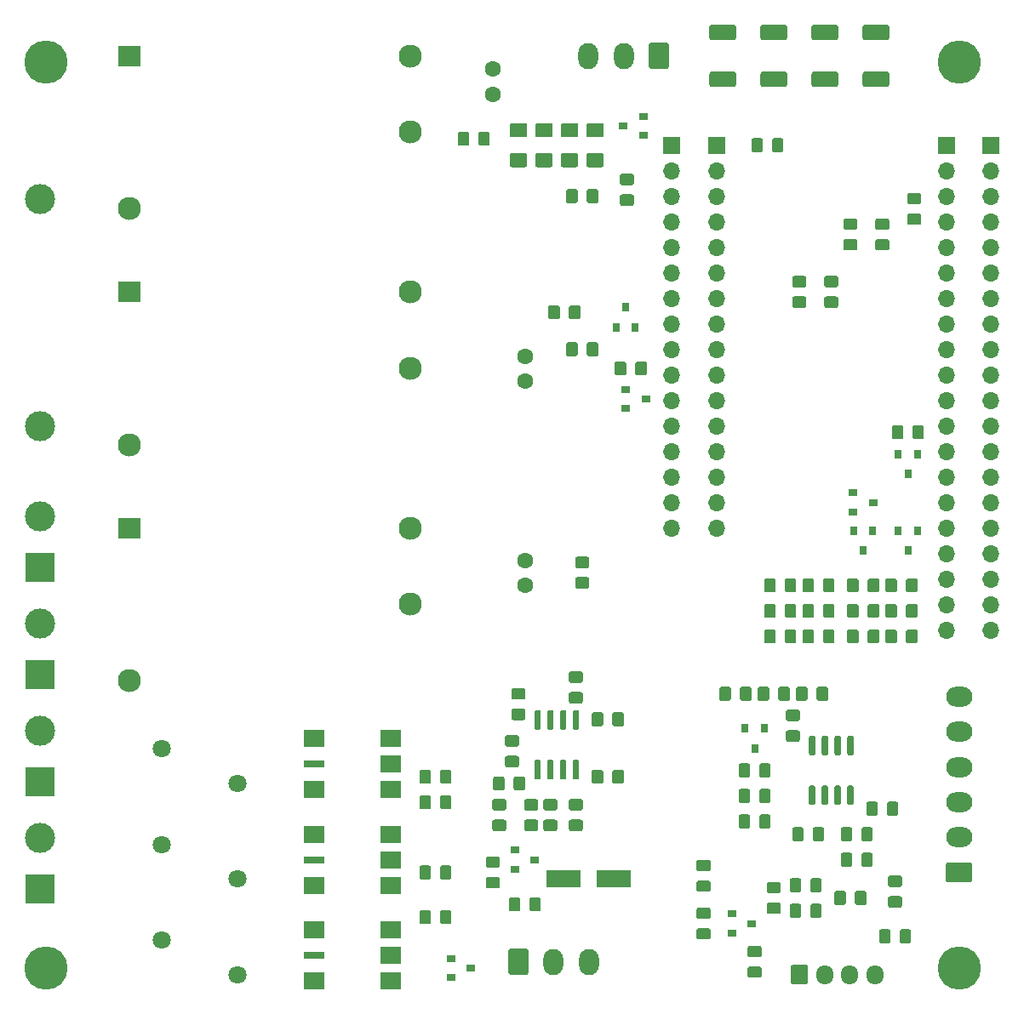
<source format=gbr>
G04 #@! TF.GenerationSoftware,KiCad,Pcbnew,(5.1.5-0)*
G04 #@! TF.CreationDate,2020-03-02T18:13:43+02:00*
G04 #@! TF.ProjectId,EVESP,45564553-502e-46b6-9963-61645f706362,rev?*
G04 #@! TF.SameCoordinates,Original*
G04 #@! TF.FileFunction,Soldermask,Top*
G04 #@! TF.FilePolarity,Negative*
%FSLAX46Y46*%
G04 Gerber Fmt 4.6, Leading zero omitted, Abs format (unit mm)*
G04 Created by KiCad (PCBNEW (5.1.5-0)) date 2020-03-02 18:13:43*
%MOMM*%
%LPD*%
G04 APERTURE LIST*
%ADD10C,0.100000*%
%ADD11R,0.900000X0.800000*%
%ADD12R,0.800000X0.900000*%
%ADD13C,4.300000*%
%ADD14C,3.000000*%
%ADD15R,3.000000X3.000000*%
%ADD16R,2.000000X1.780000*%
%ADD17R,2.000000X0.780000*%
%ADD18O,2.600000X2.000000*%
%ADD19O,2.000000X2.600000*%
%ADD20O,1.700000X1.700000*%
%ADD21R,1.700000X1.700000*%
%ADD22R,3.500000X1.800000*%
%ADD23C,1.800000*%
%ADD24C,2.300000*%
%ADD25R,2.300000X2.000000*%
%ADD26O,1.700000X1.950000*%
%ADD27C,1.600000*%
G04 APERTURE END LIST*
D10*
G36*
X109070505Y-98361204D02*
G01*
X109094773Y-98364804D01*
X109118572Y-98370765D01*
X109141671Y-98379030D01*
X109163850Y-98389520D01*
X109184893Y-98402132D01*
X109204599Y-98416747D01*
X109222777Y-98433223D01*
X109239253Y-98451401D01*
X109253868Y-98471107D01*
X109266480Y-98492150D01*
X109276970Y-98514329D01*
X109285235Y-98537428D01*
X109291196Y-98561227D01*
X109294796Y-98585495D01*
X109296000Y-98609999D01*
X109296000Y-99510001D01*
X109294796Y-99534505D01*
X109291196Y-99558773D01*
X109285235Y-99582572D01*
X109276970Y-99605671D01*
X109266480Y-99627850D01*
X109253868Y-99648893D01*
X109239253Y-99668599D01*
X109222777Y-99686777D01*
X109204599Y-99703253D01*
X109184893Y-99717868D01*
X109163850Y-99730480D01*
X109141671Y-99740970D01*
X109118572Y-99749235D01*
X109094773Y-99755196D01*
X109070505Y-99758796D01*
X109046001Y-99760000D01*
X108395999Y-99760000D01*
X108371495Y-99758796D01*
X108347227Y-99755196D01*
X108323428Y-99749235D01*
X108300329Y-99740970D01*
X108278150Y-99730480D01*
X108257107Y-99717868D01*
X108237401Y-99703253D01*
X108219223Y-99686777D01*
X108202747Y-99668599D01*
X108188132Y-99648893D01*
X108175520Y-99627850D01*
X108165030Y-99605671D01*
X108156765Y-99582572D01*
X108150804Y-99558773D01*
X108147204Y-99534505D01*
X108146000Y-99510001D01*
X108146000Y-98609999D01*
X108147204Y-98585495D01*
X108150804Y-98561227D01*
X108156765Y-98537428D01*
X108165030Y-98514329D01*
X108175520Y-98492150D01*
X108188132Y-98471107D01*
X108202747Y-98451401D01*
X108219223Y-98433223D01*
X108237401Y-98416747D01*
X108257107Y-98402132D01*
X108278150Y-98389520D01*
X108300329Y-98379030D01*
X108323428Y-98370765D01*
X108347227Y-98364804D01*
X108371495Y-98361204D01*
X108395999Y-98360000D01*
X109046001Y-98360000D01*
X109070505Y-98361204D01*
G37*
G36*
X107020505Y-98361204D02*
G01*
X107044773Y-98364804D01*
X107068572Y-98370765D01*
X107091671Y-98379030D01*
X107113850Y-98389520D01*
X107134893Y-98402132D01*
X107154599Y-98416747D01*
X107172777Y-98433223D01*
X107189253Y-98451401D01*
X107203868Y-98471107D01*
X107216480Y-98492150D01*
X107226970Y-98514329D01*
X107235235Y-98537428D01*
X107241196Y-98561227D01*
X107244796Y-98585495D01*
X107246000Y-98609999D01*
X107246000Y-99510001D01*
X107244796Y-99534505D01*
X107241196Y-99558773D01*
X107235235Y-99582572D01*
X107226970Y-99605671D01*
X107216480Y-99627850D01*
X107203868Y-99648893D01*
X107189253Y-99668599D01*
X107172777Y-99686777D01*
X107154599Y-99703253D01*
X107134893Y-99717868D01*
X107113850Y-99730480D01*
X107091671Y-99740970D01*
X107068572Y-99749235D01*
X107044773Y-99755196D01*
X107020505Y-99758796D01*
X106996001Y-99760000D01*
X106345999Y-99760000D01*
X106321495Y-99758796D01*
X106297227Y-99755196D01*
X106273428Y-99749235D01*
X106250329Y-99740970D01*
X106228150Y-99730480D01*
X106207107Y-99717868D01*
X106187401Y-99703253D01*
X106169223Y-99686777D01*
X106152747Y-99668599D01*
X106138132Y-99648893D01*
X106125520Y-99627850D01*
X106115030Y-99605671D01*
X106106765Y-99582572D01*
X106100804Y-99558773D01*
X106097204Y-99534505D01*
X106096000Y-99510001D01*
X106096000Y-98609999D01*
X106097204Y-98585495D01*
X106100804Y-98561227D01*
X106106765Y-98537428D01*
X106115030Y-98514329D01*
X106125520Y-98492150D01*
X106138132Y-98471107D01*
X106152747Y-98451401D01*
X106169223Y-98433223D01*
X106187401Y-98416747D01*
X106207107Y-98402132D01*
X106228150Y-98389520D01*
X106250329Y-98379030D01*
X106273428Y-98370765D01*
X106297227Y-98364804D01*
X106321495Y-98361204D01*
X106345999Y-98360000D01*
X106996001Y-98360000D01*
X107020505Y-98361204D01*
G37*
G36*
X102466505Y-92773204D02*
G01*
X102490773Y-92776804D01*
X102514572Y-92782765D01*
X102537671Y-92791030D01*
X102559850Y-92801520D01*
X102580893Y-92814132D01*
X102600599Y-92828747D01*
X102618777Y-92845223D01*
X102635253Y-92863401D01*
X102649868Y-92883107D01*
X102662480Y-92904150D01*
X102672970Y-92926329D01*
X102681235Y-92949428D01*
X102687196Y-92973227D01*
X102690796Y-92997495D01*
X102692000Y-93021999D01*
X102692000Y-93922001D01*
X102690796Y-93946505D01*
X102687196Y-93970773D01*
X102681235Y-93994572D01*
X102672970Y-94017671D01*
X102662480Y-94039850D01*
X102649868Y-94060893D01*
X102635253Y-94080599D01*
X102618777Y-94098777D01*
X102600599Y-94115253D01*
X102580893Y-94129868D01*
X102559850Y-94142480D01*
X102537671Y-94152970D01*
X102514572Y-94161235D01*
X102490773Y-94167196D01*
X102466505Y-94170796D01*
X102442001Y-94172000D01*
X101791999Y-94172000D01*
X101767495Y-94170796D01*
X101743227Y-94167196D01*
X101719428Y-94161235D01*
X101696329Y-94152970D01*
X101674150Y-94142480D01*
X101653107Y-94129868D01*
X101633401Y-94115253D01*
X101615223Y-94098777D01*
X101598747Y-94080599D01*
X101584132Y-94060893D01*
X101571520Y-94039850D01*
X101561030Y-94017671D01*
X101552765Y-93994572D01*
X101546804Y-93970773D01*
X101543204Y-93946505D01*
X101542000Y-93922001D01*
X101542000Y-93021999D01*
X101543204Y-92997495D01*
X101546804Y-92973227D01*
X101552765Y-92949428D01*
X101561030Y-92926329D01*
X101571520Y-92904150D01*
X101584132Y-92883107D01*
X101598747Y-92863401D01*
X101615223Y-92845223D01*
X101633401Y-92828747D01*
X101653107Y-92814132D01*
X101674150Y-92801520D01*
X101696329Y-92791030D01*
X101719428Y-92782765D01*
X101743227Y-92776804D01*
X101767495Y-92773204D01*
X101791999Y-92772000D01*
X102442001Y-92772000D01*
X102466505Y-92773204D01*
G37*
G36*
X100416505Y-92773204D02*
G01*
X100440773Y-92776804D01*
X100464572Y-92782765D01*
X100487671Y-92791030D01*
X100509850Y-92801520D01*
X100530893Y-92814132D01*
X100550599Y-92828747D01*
X100568777Y-92845223D01*
X100585253Y-92863401D01*
X100599868Y-92883107D01*
X100612480Y-92904150D01*
X100622970Y-92926329D01*
X100631235Y-92949428D01*
X100637196Y-92973227D01*
X100640796Y-92997495D01*
X100642000Y-93021999D01*
X100642000Y-93922001D01*
X100640796Y-93946505D01*
X100637196Y-93970773D01*
X100631235Y-93994572D01*
X100622970Y-94017671D01*
X100612480Y-94039850D01*
X100599868Y-94060893D01*
X100585253Y-94080599D01*
X100568777Y-94098777D01*
X100550599Y-94115253D01*
X100530893Y-94129868D01*
X100509850Y-94142480D01*
X100487671Y-94152970D01*
X100464572Y-94161235D01*
X100440773Y-94167196D01*
X100416505Y-94170796D01*
X100392001Y-94172000D01*
X99741999Y-94172000D01*
X99717495Y-94170796D01*
X99693227Y-94167196D01*
X99669428Y-94161235D01*
X99646329Y-94152970D01*
X99624150Y-94142480D01*
X99603107Y-94129868D01*
X99583401Y-94115253D01*
X99565223Y-94098777D01*
X99548747Y-94080599D01*
X99534132Y-94060893D01*
X99521520Y-94039850D01*
X99511030Y-94017671D01*
X99502765Y-93994572D01*
X99496804Y-93970773D01*
X99493204Y-93946505D01*
X99492000Y-93922001D01*
X99492000Y-93021999D01*
X99493204Y-92997495D01*
X99496804Y-92973227D01*
X99502765Y-92949428D01*
X99511030Y-92926329D01*
X99521520Y-92904150D01*
X99534132Y-92883107D01*
X99548747Y-92863401D01*
X99565223Y-92845223D01*
X99583401Y-92828747D01*
X99603107Y-92814132D01*
X99624150Y-92801520D01*
X99646329Y-92791030D01*
X99669428Y-92782765D01*
X99693227Y-92776804D01*
X99717495Y-92773204D01*
X99741999Y-92772000D01*
X100392001Y-92772000D01*
X100416505Y-92773204D01*
G37*
D11*
X109204000Y-102108000D03*
X107204000Y-103058000D03*
X107204000Y-101158000D03*
D12*
X107188000Y-92980000D03*
X108138000Y-94980000D03*
X106238000Y-94980000D03*
D13*
X140335000Y-68580000D03*
X140335000Y-158750000D03*
X49530000Y-158750000D03*
X49530000Y-68580000D03*
D10*
G36*
X117939505Y-64846204D02*
G01*
X117963773Y-64849804D01*
X117987572Y-64855765D01*
X118010671Y-64864030D01*
X118032850Y-64874520D01*
X118053893Y-64887132D01*
X118073599Y-64901747D01*
X118091777Y-64918223D01*
X118108253Y-64936401D01*
X118122868Y-64956107D01*
X118135480Y-64977150D01*
X118145970Y-64999329D01*
X118154235Y-65022428D01*
X118160196Y-65046227D01*
X118163796Y-65070495D01*
X118165000Y-65094999D01*
X118165000Y-66120001D01*
X118163796Y-66144505D01*
X118160196Y-66168773D01*
X118154235Y-66192572D01*
X118145970Y-66215671D01*
X118135480Y-66237850D01*
X118122868Y-66258893D01*
X118108253Y-66278599D01*
X118091777Y-66296777D01*
X118073599Y-66313253D01*
X118053893Y-66327868D01*
X118032850Y-66340480D01*
X118010671Y-66350970D01*
X117987572Y-66359235D01*
X117963773Y-66365196D01*
X117939505Y-66368796D01*
X117915001Y-66370000D01*
X115764999Y-66370000D01*
X115740495Y-66368796D01*
X115716227Y-66365196D01*
X115692428Y-66359235D01*
X115669329Y-66350970D01*
X115647150Y-66340480D01*
X115626107Y-66327868D01*
X115606401Y-66313253D01*
X115588223Y-66296777D01*
X115571747Y-66278599D01*
X115557132Y-66258893D01*
X115544520Y-66237850D01*
X115534030Y-66215671D01*
X115525765Y-66192572D01*
X115519804Y-66168773D01*
X115516204Y-66144505D01*
X115515000Y-66120001D01*
X115515000Y-65094999D01*
X115516204Y-65070495D01*
X115519804Y-65046227D01*
X115525765Y-65022428D01*
X115534030Y-64999329D01*
X115544520Y-64977150D01*
X115557132Y-64956107D01*
X115571747Y-64936401D01*
X115588223Y-64918223D01*
X115606401Y-64901747D01*
X115626107Y-64887132D01*
X115647150Y-64874520D01*
X115669329Y-64864030D01*
X115692428Y-64855765D01*
X115716227Y-64849804D01*
X115740495Y-64846204D01*
X115764999Y-64845000D01*
X117915001Y-64845000D01*
X117939505Y-64846204D01*
G37*
G36*
X117939505Y-69521204D02*
G01*
X117963773Y-69524804D01*
X117987572Y-69530765D01*
X118010671Y-69539030D01*
X118032850Y-69549520D01*
X118053893Y-69562132D01*
X118073599Y-69576747D01*
X118091777Y-69593223D01*
X118108253Y-69611401D01*
X118122868Y-69631107D01*
X118135480Y-69652150D01*
X118145970Y-69674329D01*
X118154235Y-69697428D01*
X118160196Y-69721227D01*
X118163796Y-69745495D01*
X118165000Y-69769999D01*
X118165000Y-70795001D01*
X118163796Y-70819505D01*
X118160196Y-70843773D01*
X118154235Y-70867572D01*
X118145970Y-70890671D01*
X118135480Y-70912850D01*
X118122868Y-70933893D01*
X118108253Y-70953599D01*
X118091777Y-70971777D01*
X118073599Y-70988253D01*
X118053893Y-71002868D01*
X118032850Y-71015480D01*
X118010671Y-71025970D01*
X117987572Y-71034235D01*
X117963773Y-71040196D01*
X117939505Y-71043796D01*
X117915001Y-71045000D01*
X115764999Y-71045000D01*
X115740495Y-71043796D01*
X115716227Y-71040196D01*
X115692428Y-71034235D01*
X115669329Y-71025970D01*
X115647150Y-71015480D01*
X115626107Y-71002868D01*
X115606401Y-70988253D01*
X115588223Y-70971777D01*
X115571747Y-70953599D01*
X115557132Y-70933893D01*
X115544520Y-70912850D01*
X115534030Y-70890671D01*
X115525765Y-70867572D01*
X115519804Y-70843773D01*
X115516204Y-70819505D01*
X115515000Y-70795001D01*
X115515000Y-69769999D01*
X115516204Y-69745495D01*
X115519804Y-69721227D01*
X115525765Y-69697428D01*
X115534030Y-69674329D01*
X115544520Y-69652150D01*
X115557132Y-69631107D01*
X115571747Y-69611401D01*
X115588223Y-69593223D01*
X115606401Y-69576747D01*
X115626107Y-69562132D01*
X115647150Y-69549520D01*
X115669329Y-69539030D01*
X115692428Y-69530765D01*
X115716227Y-69524804D01*
X115740495Y-69521204D01*
X115764999Y-69520000D01*
X117915001Y-69520000D01*
X117939505Y-69521204D01*
G37*
G36*
X123019505Y-64846204D02*
G01*
X123043773Y-64849804D01*
X123067572Y-64855765D01*
X123090671Y-64864030D01*
X123112850Y-64874520D01*
X123133893Y-64887132D01*
X123153599Y-64901747D01*
X123171777Y-64918223D01*
X123188253Y-64936401D01*
X123202868Y-64956107D01*
X123215480Y-64977150D01*
X123225970Y-64999329D01*
X123234235Y-65022428D01*
X123240196Y-65046227D01*
X123243796Y-65070495D01*
X123245000Y-65094999D01*
X123245000Y-66120001D01*
X123243796Y-66144505D01*
X123240196Y-66168773D01*
X123234235Y-66192572D01*
X123225970Y-66215671D01*
X123215480Y-66237850D01*
X123202868Y-66258893D01*
X123188253Y-66278599D01*
X123171777Y-66296777D01*
X123153599Y-66313253D01*
X123133893Y-66327868D01*
X123112850Y-66340480D01*
X123090671Y-66350970D01*
X123067572Y-66359235D01*
X123043773Y-66365196D01*
X123019505Y-66368796D01*
X122995001Y-66370000D01*
X120844999Y-66370000D01*
X120820495Y-66368796D01*
X120796227Y-66365196D01*
X120772428Y-66359235D01*
X120749329Y-66350970D01*
X120727150Y-66340480D01*
X120706107Y-66327868D01*
X120686401Y-66313253D01*
X120668223Y-66296777D01*
X120651747Y-66278599D01*
X120637132Y-66258893D01*
X120624520Y-66237850D01*
X120614030Y-66215671D01*
X120605765Y-66192572D01*
X120599804Y-66168773D01*
X120596204Y-66144505D01*
X120595000Y-66120001D01*
X120595000Y-65094999D01*
X120596204Y-65070495D01*
X120599804Y-65046227D01*
X120605765Y-65022428D01*
X120614030Y-64999329D01*
X120624520Y-64977150D01*
X120637132Y-64956107D01*
X120651747Y-64936401D01*
X120668223Y-64918223D01*
X120686401Y-64901747D01*
X120706107Y-64887132D01*
X120727150Y-64874520D01*
X120749329Y-64864030D01*
X120772428Y-64855765D01*
X120796227Y-64849804D01*
X120820495Y-64846204D01*
X120844999Y-64845000D01*
X122995001Y-64845000D01*
X123019505Y-64846204D01*
G37*
G36*
X123019505Y-69521204D02*
G01*
X123043773Y-69524804D01*
X123067572Y-69530765D01*
X123090671Y-69539030D01*
X123112850Y-69549520D01*
X123133893Y-69562132D01*
X123153599Y-69576747D01*
X123171777Y-69593223D01*
X123188253Y-69611401D01*
X123202868Y-69631107D01*
X123215480Y-69652150D01*
X123225970Y-69674329D01*
X123234235Y-69697428D01*
X123240196Y-69721227D01*
X123243796Y-69745495D01*
X123245000Y-69769999D01*
X123245000Y-70795001D01*
X123243796Y-70819505D01*
X123240196Y-70843773D01*
X123234235Y-70867572D01*
X123225970Y-70890671D01*
X123215480Y-70912850D01*
X123202868Y-70933893D01*
X123188253Y-70953599D01*
X123171777Y-70971777D01*
X123153599Y-70988253D01*
X123133893Y-71002868D01*
X123112850Y-71015480D01*
X123090671Y-71025970D01*
X123067572Y-71034235D01*
X123043773Y-71040196D01*
X123019505Y-71043796D01*
X122995001Y-71045000D01*
X120844999Y-71045000D01*
X120820495Y-71043796D01*
X120796227Y-71040196D01*
X120772428Y-71034235D01*
X120749329Y-71025970D01*
X120727150Y-71015480D01*
X120706107Y-71002868D01*
X120686401Y-70988253D01*
X120668223Y-70971777D01*
X120651747Y-70953599D01*
X120637132Y-70933893D01*
X120624520Y-70912850D01*
X120614030Y-70890671D01*
X120605765Y-70867572D01*
X120599804Y-70843773D01*
X120596204Y-70819505D01*
X120595000Y-70795001D01*
X120595000Y-69769999D01*
X120596204Y-69745495D01*
X120599804Y-69721227D01*
X120605765Y-69697428D01*
X120614030Y-69674329D01*
X120624520Y-69652150D01*
X120637132Y-69631107D01*
X120651747Y-69611401D01*
X120668223Y-69593223D01*
X120686401Y-69576747D01*
X120706107Y-69562132D01*
X120727150Y-69549520D01*
X120749329Y-69539030D01*
X120772428Y-69530765D01*
X120796227Y-69524804D01*
X120820495Y-69521204D01*
X120844999Y-69520000D01*
X122995001Y-69520000D01*
X123019505Y-69521204D01*
G37*
G36*
X128099505Y-64846204D02*
G01*
X128123773Y-64849804D01*
X128147572Y-64855765D01*
X128170671Y-64864030D01*
X128192850Y-64874520D01*
X128213893Y-64887132D01*
X128233599Y-64901747D01*
X128251777Y-64918223D01*
X128268253Y-64936401D01*
X128282868Y-64956107D01*
X128295480Y-64977150D01*
X128305970Y-64999329D01*
X128314235Y-65022428D01*
X128320196Y-65046227D01*
X128323796Y-65070495D01*
X128325000Y-65094999D01*
X128325000Y-66120001D01*
X128323796Y-66144505D01*
X128320196Y-66168773D01*
X128314235Y-66192572D01*
X128305970Y-66215671D01*
X128295480Y-66237850D01*
X128282868Y-66258893D01*
X128268253Y-66278599D01*
X128251777Y-66296777D01*
X128233599Y-66313253D01*
X128213893Y-66327868D01*
X128192850Y-66340480D01*
X128170671Y-66350970D01*
X128147572Y-66359235D01*
X128123773Y-66365196D01*
X128099505Y-66368796D01*
X128075001Y-66370000D01*
X125924999Y-66370000D01*
X125900495Y-66368796D01*
X125876227Y-66365196D01*
X125852428Y-66359235D01*
X125829329Y-66350970D01*
X125807150Y-66340480D01*
X125786107Y-66327868D01*
X125766401Y-66313253D01*
X125748223Y-66296777D01*
X125731747Y-66278599D01*
X125717132Y-66258893D01*
X125704520Y-66237850D01*
X125694030Y-66215671D01*
X125685765Y-66192572D01*
X125679804Y-66168773D01*
X125676204Y-66144505D01*
X125675000Y-66120001D01*
X125675000Y-65094999D01*
X125676204Y-65070495D01*
X125679804Y-65046227D01*
X125685765Y-65022428D01*
X125694030Y-64999329D01*
X125704520Y-64977150D01*
X125717132Y-64956107D01*
X125731747Y-64936401D01*
X125748223Y-64918223D01*
X125766401Y-64901747D01*
X125786107Y-64887132D01*
X125807150Y-64874520D01*
X125829329Y-64864030D01*
X125852428Y-64855765D01*
X125876227Y-64849804D01*
X125900495Y-64846204D01*
X125924999Y-64845000D01*
X128075001Y-64845000D01*
X128099505Y-64846204D01*
G37*
G36*
X128099505Y-69521204D02*
G01*
X128123773Y-69524804D01*
X128147572Y-69530765D01*
X128170671Y-69539030D01*
X128192850Y-69549520D01*
X128213893Y-69562132D01*
X128233599Y-69576747D01*
X128251777Y-69593223D01*
X128268253Y-69611401D01*
X128282868Y-69631107D01*
X128295480Y-69652150D01*
X128305970Y-69674329D01*
X128314235Y-69697428D01*
X128320196Y-69721227D01*
X128323796Y-69745495D01*
X128325000Y-69769999D01*
X128325000Y-70795001D01*
X128323796Y-70819505D01*
X128320196Y-70843773D01*
X128314235Y-70867572D01*
X128305970Y-70890671D01*
X128295480Y-70912850D01*
X128282868Y-70933893D01*
X128268253Y-70953599D01*
X128251777Y-70971777D01*
X128233599Y-70988253D01*
X128213893Y-71002868D01*
X128192850Y-71015480D01*
X128170671Y-71025970D01*
X128147572Y-71034235D01*
X128123773Y-71040196D01*
X128099505Y-71043796D01*
X128075001Y-71045000D01*
X125924999Y-71045000D01*
X125900495Y-71043796D01*
X125876227Y-71040196D01*
X125852428Y-71034235D01*
X125829329Y-71025970D01*
X125807150Y-71015480D01*
X125786107Y-71002868D01*
X125766401Y-70988253D01*
X125748223Y-70971777D01*
X125731747Y-70953599D01*
X125717132Y-70933893D01*
X125704520Y-70912850D01*
X125694030Y-70890671D01*
X125685765Y-70867572D01*
X125679804Y-70843773D01*
X125676204Y-70819505D01*
X125675000Y-70795001D01*
X125675000Y-69769999D01*
X125676204Y-69745495D01*
X125679804Y-69721227D01*
X125685765Y-69697428D01*
X125694030Y-69674329D01*
X125704520Y-69652150D01*
X125717132Y-69631107D01*
X125731747Y-69611401D01*
X125748223Y-69593223D01*
X125766401Y-69576747D01*
X125786107Y-69562132D01*
X125807150Y-69549520D01*
X125829329Y-69539030D01*
X125852428Y-69530765D01*
X125876227Y-69524804D01*
X125900495Y-69521204D01*
X125924999Y-69520000D01*
X128075001Y-69520000D01*
X128099505Y-69521204D01*
G37*
G36*
X133179505Y-64846204D02*
G01*
X133203773Y-64849804D01*
X133227572Y-64855765D01*
X133250671Y-64864030D01*
X133272850Y-64874520D01*
X133293893Y-64887132D01*
X133313599Y-64901747D01*
X133331777Y-64918223D01*
X133348253Y-64936401D01*
X133362868Y-64956107D01*
X133375480Y-64977150D01*
X133385970Y-64999329D01*
X133394235Y-65022428D01*
X133400196Y-65046227D01*
X133403796Y-65070495D01*
X133405000Y-65094999D01*
X133405000Y-66120001D01*
X133403796Y-66144505D01*
X133400196Y-66168773D01*
X133394235Y-66192572D01*
X133385970Y-66215671D01*
X133375480Y-66237850D01*
X133362868Y-66258893D01*
X133348253Y-66278599D01*
X133331777Y-66296777D01*
X133313599Y-66313253D01*
X133293893Y-66327868D01*
X133272850Y-66340480D01*
X133250671Y-66350970D01*
X133227572Y-66359235D01*
X133203773Y-66365196D01*
X133179505Y-66368796D01*
X133155001Y-66370000D01*
X131004999Y-66370000D01*
X130980495Y-66368796D01*
X130956227Y-66365196D01*
X130932428Y-66359235D01*
X130909329Y-66350970D01*
X130887150Y-66340480D01*
X130866107Y-66327868D01*
X130846401Y-66313253D01*
X130828223Y-66296777D01*
X130811747Y-66278599D01*
X130797132Y-66258893D01*
X130784520Y-66237850D01*
X130774030Y-66215671D01*
X130765765Y-66192572D01*
X130759804Y-66168773D01*
X130756204Y-66144505D01*
X130755000Y-66120001D01*
X130755000Y-65094999D01*
X130756204Y-65070495D01*
X130759804Y-65046227D01*
X130765765Y-65022428D01*
X130774030Y-64999329D01*
X130784520Y-64977150D01*
X130797132Y-64956107D01*
X130811747Y-64936401D01*
X130828223Y-64918223D01*
X130846401Y-64901747D01*
X130866107Y-64887132D01*
X130887150Y-64874520D01*
X130909329Y-64864030D01*
X130932428Y-64855765D01*
X130956227Y-64849804D01*
X130980495Y-64846204D01*
X131004999Y-64845000D01*
X133155001Y-64845000D01*
X133179505Y-64846204D01*
G37*
G36*
X133179505Y-69521204D02*
G01*
X133203773Y-69524804D01*
X133227572Y-69530765D01*
X133250671Y-69539030D01*
X133272850Y-69549520D01*
X133293893Y-69562132D01*
X133313599Y-69576747D01*
X133331777Y-69593223D01*
X133348253Y-69611401D01*
X133362868Y-69631107D01*
X133375480Y-69652150D01*
X133385970Y-69674329D01*
X133394235Y-69697428D01*
X133400196Y-69721227D01*
X133403796Y-69745495D01*
X133405000Y-69769999D01*
X133405000Y-70795001D01*
X133403796Y-70819505D01*
X133400196Y-70843773D01*
X133394235Y-70867572D01*
X133385970Y-70890671D01*
X133375480Y-70912850D01*
X133362868Y-70933893D01*
X133348253Y-70953599D01*
X133331777Y-70971777D01*
X133313599Y-70988253D01*
X133293893Y-71002868D01*
X133272850Y-71015480D01*
X133250671Y-71025970D01*
X133227572Y-71034235D01*
X133203773Y-71040196D01*
X133179505Y-71043796D01*
X133155001Y-71045000D01*
X131004999Y-71045000D01*
X130980495Y-71043796D01*
X130956227Y-71040196D01*
X130932428Y-71034235D01*
X130909329Y-71025970D01*
X130887150Y-71015480D01*
X130866107Y-71002868D01*
X130846401Y-70988253D01*
X130828223Y-70971777D01*
X130811747Y-70953599D01*
X130797132Y-70933893D01*
X130784520Y-70912850D01*
X130774030Y-70890671D01*
X130765765Y-70867572D01*
X130759804Y-70843773D01*
X130756204Y-70819505D01*
X130755000Y-70795001D01*
X130755000Y-69769999D01*
X130756204Y-69745495D01*
X130759804Y-69721227D01*
X130765765Y-69697428D01*
X130774030Y-69674329D01*
X130784520Y-69652150D01*
X130797132Y-69631107D01*
X130811747Y-69611401D01*
X130828223Y-69593223D01*
X130846401Y-69576747D01*
X130866107Y-69562132D01*
X130887150Y-69549520D01*
X130909329Y-69539030D01*
X130932428Y-69530765D01*
X130956227Y-69524804D01*
X130980495Y-69521204D01*
X131004999Y-69520000D01*
X133155001Y-69520000D01*
X133179505Y-69521204D01*
G37*
G36*
X94914505Y-139671204D02*
G01*
X94938773Y-139674804D01*
X94962572Y-139680765D01*
X94985671Y-139689030D01*
X95007850Y-139699520D01*
X95028893Y-139712132D01*
X95048599Y-139726747D01*
X95066777Y-139743223D01*
X95083253Y-139761401D01*
X95097868Y-139781107D01*
X95110480Y-139802150D01*
X95120970Y-139824329D01*
X95129235Y-139847428D01*
X95135196Y-139871227D01*
X95138796Y-139895495D01*
X95140000Y-139919999D01*
X95140000Y-140820001D01*
X95138796Y-140844505D01*
X95135196Y-140868773D01*
X95129235Y-140892572D01*
X95120970Y-140915671D01*
X95110480Y-140937850D01*
X95097868Y-140958893D01*
X95083253Y-140978599D01*
X95066777Y-140996777D01*
X95048599Y-141013253D01*
X95028893Y-141027868D01*
X95007850Y-141040480D01*
X94985671Y-141050970D01*
X94962572Y-141059235D01*
X94938773Y-141065196D01*
X94914505Y-141068796D01*
X94890001Y-141070000D01*
X94239999Y-141070000D01*
X94215495Y-141068796D01*
X94191227Y-141065196D01*
X94167428Y-141059235D01*
X94144329Y-141050970D01*
X94122150Y-141040480D01*
X94101107Y-141027868D01*
X94081401Y-141013253D01*
X94063223Y-140996777D01*
X94046747Y-140978599D01*
X94032132Y-140958893D01*
X94019520Y-140937850D01*
X94009030Y-140915671D01*
X94000765Y-140892572D01*
X93994804Y-140868773D01*
X93991204Y-140844505D01*
X93990000Y-140820001D01*
X93990000Y-139919999D01*
X93991204Y-139895495D01*
X93994804Y-139871227D01*
X94000765Y-139847428D01*
X94009030Y-139824329D01*
X94019520Y-139802150D01*
X94032132Y-139781107D01*
X94046747Y-139761401D01*
X94063223Y-139743223D01*
X94081401Y-139726747D01*
X94101107Y-139712132D01*
X94122150Y-139699520D01*
X94144329Y-139689030D01*
X94167428Y-139680765D01*
X94191227Y-139674804D01*
X94215495Y-139671204D01*
X94239999Y-139670000D01*
X94890001Y-139670000D01*
X94914505Y-139671204D01*
G37*
G36*
X96964505Y-139671204D02*
G01*
X96988773Y-139674804D01*
X97012572Y-139680765D01*
X97035671Y-139689030D01*
X97057850Y-139699520D01*
X97078893Y-139712132D01*
X97098599Y-139726747D01*
X97116777Y-139743223D01*
X97133253Y-139761401D01*
X97147868Y-139781107D01*
X97160480Y-139802150D01*
X97170970Y-139824329D01*
X97179235Y-139847428D01*
X97185196Y-139871227D01*
X97188796Y-139895495D01*
X97190000Y-139919999D01*
X97190000Y-140820001D01*
X97188796Y-140844505D01*
X97185196Y-140868773D01*
X97179235Y-140892572D01*
X97170970Y-140915671D01*
X97160480Y-140937850D01*
X97147868Y-140958893D01*
X97133253Y-140978599D01*
X97116777Y-140996777D01*
X97098599Y-141013253D01*
X97078893Y-141027868D01*
X97057850Y-141040480D01*
X97035671Y-141050970D01*
X97012572Y-141059235D01*
X96988773Y-141065196D01*
X96964505Y-141068796D01*
X96940001Y-141070000D01*
X96289999Y-141070000D01*
X96265495Y-141068796D01*
X96241227Y-141065196D01*
X96217428Y-141059235D01*
X96194329Y-141050970D01*
X96172150Y-141040480D01*
X96151107Y-141027868D01*
X96131401Y-141013253D01*
X96113223Y-140996777D01*
X96096747Y-140978599D01*
X96082132Y-140958893D01*
X96069520Y-140937850D01*
X96059030Y-140915671D01*
X96050765Y-140892572D01*
X96044804Y-140868773D01*
X96041204Y-140844505D01*
X96040000Y-140820001D01*
X96040000Y-139919999D01*
X96041204Y-139895495D01*
X96044804Y-139871227D01*
X96050765Y-139847428D01*
X96059030Y-139824329D01*
X96069520Y-139802150D01*
X96082132Y-139781107D01*
X96096747Y-139761401D01*
X96113223Y-139743223D01*
X96131401Y-139726747D01*
X96151107Y-139712132D01*
X96172150Y-139699520D01*
X96194329Y-139689030D01*
X96217428Y-139680765D01*
X96241227Y-139674804D01*
X96265495Y-139671204D01*
X96289999Y-139670000D01*
X96940001Y-139670000D01*
X96964505Y-139671204D01*
G37*
D14*
X48895000Y-124460000D03*
D15*
X48895000Y-129540000D03*
D14*
X48895000Y-135128000D03*
D15*
X48895000Y-140208000D03*
D14*
X48895000Y-145796000D03*
D15*
X48895000Y-150876000D03*
D14*
X48895000Y-113792000D03*
D15*
X48895000Y-118872000D03*
D16*
X76200000Y-140970000D03*
X83820000Y-135890000D03*
D17*
X76200000Y-138430000D03*
D16*
X83820000Y-138430000D03*
X76200000Y-135890000D03*
X83820000Y-140970000D03*
D10*
G36*
X98589703Y-133075722D02*
G01*
X98604264Y-133077882D01*
X98618543Y-133081459D01*
X98632403Y-133086418D01*
X98645710Y-133092712D01*
X98658336Y-133100280D01*
X98670159Y-133109048D01*
X98681066Y-133118934D01*
X98690952Y-133129841D01*
X98699720Y-133141664D01*
X98707288Y-133154290D01*
X98713582Y-133167597D01*
X98718541Y-133181457D01*
X98722118Y-133195736D01*
X98724278Y-133210297D01*
X98725000Y-133225000D01*
X98725000Y-134875000D01*
X98724278Y-134889703D01*
X98722118Y-134904264D01*
X98718541Y-134918543D01*
X98713582Y-134932403D01*
X98707288Y-134945710D01*
X98699720Y-134958336D01*
X98690952Y-134970159D01*
X98681066Y-134981066D01*
X98670159Y-134990952D01*
X98658336Y-134999720D01*
X98645710Y-135007288D01*
X98632403Y-135013582D01*
X98618543Y-135018541D01*
X98604264Y-135022118D01*
X98589703Y-135024278D01*
X98575000Y-135025000D01*
X98275000Y-135025000D01*
X98260297Y-135024278D01*
X98245736Y-135022118D01*
X98231457Y-135018541D01*
X98217597Y-135013582D01*
X98204290Y-135007288D01*
X98191664Y-134999720D01*
X98179841Y-134990952D01*
X98168934Y-134981066D01*
X98159048Y-134970159D01*
X98150280Y-134958336D01*
X98142712Y-134945710D01*
X98136418Y-134932403D01*
X98131459Y-134918543D01*
X98127882Y-134904264D01*
X98125722Y-134889703D01*
X98125000Y-134875000D01*
X98125000Y-133225000D01*
X98125722Y-133210297D01*
X98127882Y-133195736D01*
X98131459Y-133181457D01*
X98136418Y-133167597D01*
X98142712Y-133154290D01*
X98150280Y-133141664D01*
X98159048Y-133129841D01*
X98168934Y-133118934D01*
X98179841Y-133109048D01*
X98191664Y-133100280D01*
X98204290Y-133092712D01*
X98217597Y-133086418D01*
X98231457Y-133081459D01*
X98245736Y-133077882D01*
X98260297Y-133075722D01*
X98275000Y-133075000D01*
X98575000Y-133075000D01*
X98589703Y-133075722D01*
G37*
G36*
X99859703Y-133075722D02*
G01*
X99874264Y-133077882D01*
X99888543Y-133081459D01*
X99902403Y-133086418D01*
X99915710Y-133092712D01*
X99928336Y-133100280D01*
X99940159Y-133109048D01*
X99951066Y-133118934D01*
X99960952Y-133129841D01*
X99969720Y-133141664D01*
X99977288Y-133154290D01*
X99983582Y-133167597D01*
X99988541Y-133181457D01*
X99992118Y-133195736D01*
X99994278Y-133210297D01*
X99995000Y-133225000D01*
X99995000Y-134875000D01*
X99994278Y-134889703D01*
X99992118Y-134904264D01*
X99988541Y-134918543D01*
X99983582Y-134932403D01*
X99977288Y-134945710D01*
X99969720Y-134958336D01*
X99960952Y-134970159D01*
X99951066Y-134981066D01*
X99940159Y-134990952D01*
X99928336Y-134999720D01*
X99915710Y-135007288D01*
X99902403Y-135013582D01*
X99888543Y-135018541D01*
X99874264Y-135022118D01*
X99859703Y-135024278D01*
X99845000Y-135025000D01*
X99545000Y-135025000D01*
X99530297Y-135024278D01*
X99515736Y-135022118D01*
X99501457Y-135018541D01*
X99487597Y-135013582D01*
X99474290Y-135007288D01*
X99461664Y-134999720D01*
X99449841Y-134990952D01*
X99438934Y-134981066D01*
X99429048Y-134970159D01*
X99420280Y-134958336D01*
X99412712Y-134945710D01*
X99406418Y-134932403D01*
X99401459Y-134918543D01*
X99397882Y-134904264D01*
X99395722Y-134889703D01*
X99395000Y-134875000D01*
X99395000Y-133225000D01*
X99395722Y-133210297D01*
X99397882Y-133195736D01*
X99401459Y-133181457D01*
X99406418Y-133167597D01*
X99412712Y-133154290D01*
X99420280Y-133141664D01*
X99429048Y-133129841D01*
X99438934Y-133118934D01*
X99449841Y-133109048D01*
X99461664Y-133100280D01*
X99474290Y-133092712D01*
X99487597Y-133086418D01*
X99501457Y-133081459D01*
X99515736Y-133077882D01*
X99530297Y-133075722D01*
X99545000Y-133075000D01*
X99845000Y-133075000D01*
X99859703Y-133075722D01*
G37*
G36*
X101129703Y-133075722D02*
G01*
X101144264Y-133077882D01*
X101158543Y-133081459D01*
X101172403Y-133086418D01*
X101185710Y-133092712D01*
X101198336Y-133100280D01*
X101210159Y-133109048D01*
X101221066Y-133118934D01*
X101230952Y-133129841D01*
X101239720Y-133141664D01*
X101247288Y-133154290D01*
X101253582Y-133167597D01*
X101258541Y-133181457D01*
X101262118Y-133195736D01*
X101264278Y-133210297D01*
X101265000Y-133225000D01*
X101265000Y-134875000D01*
X101264278Y-134889703D01*
X101262118Y-134904264D01*
X101258541Y-134918543D01*
X101253582Y-134932403D01*
X101247288Y-134945710D01*
X101239720Y-134958336D01*
X101230952Y-134970159D01*
X101221066Y-134981066D01*
X101210159Y-134990952D01*
X101198336Y-134999720D01*
X101185710Y-135007288D01*
X101172403Y-135013582D01*
X101158543Y-135018541D01*
X101144264Y-135022118D01*
X101129703Y-135024278D01*
X101115000Y-135025000D01*
X100815000Y-135025000D01*
X100800297Y-135024278D01*
X100785736Y-135022118D01*
X100771457Y-135018541D01*
X100757597Y-135013582D01*
X100744290Y-135007288D01*
X100731664Y-134999720D01*
X100719841Y-134990952D01*
X100708934Y-134981066D01*
X100699048Y-134970159D01*
X100690280Y-134958336D01*
X100682712Y-134945710D01*
X100676418Y-134932403D01*
X100671459Y-134918543D01*
X100667882Y-134904264D01*
X100665722Y-134889703D01*
X100665000Y-134875000D01*
X100665000Y-133225000D01*
X100665722Y-133210297D01*
X100667882Y-133195736D01*
X100671459Y-133181457D01*
X100676418Y-133167597D01*
X100682712Y-133154290D01*
X100690280Y-133141664D01*
X100699048Y-133129841D01*
X100708934Y-133118934D01*
X100719841Y-133109048D01*
X100731664Y-133100280D01*
X100744290Y-133092712D01*
X100757597Y-133086418D01*
X100771457Y-133081459D01*
X100785736Y-133077882D01*
X100800297Y-133075722D01*
X100815000Y-133075000D01*
X101115000Y-133075000D01*
X101129703Y-133075722D01*
G37*
G36*
X102399703Y-133075722D02*
G01*
X102414264Y-133077882D01*
X102428543Y-133081459D01*
X102442403Y-133086418D01*
X102455710Y-133092712D01*
X102468336Y-133100280D01*
X102480159Y-133109048D01*
X102491066Y-133118934D01*
X102500952Y-133129841D01*
X102509720Y-133141664D01*
X102517288Y-133154290D01*
X102523582Y-133167597D01*
X102528541Y-133181457D01*
X102532118Y-133195736D01*
X102534278Y-133210297D01*
X102535000Y-133225000D01*
X102535000Y-134875000D01*
X102534278Y-134889703D01*
X102532118Y-134904264D01*
X102528541Y-134918543D01*
X102523582Y-134932403D01*
X102517288Y-134945710D01*
X102509720Y-134958336D01*
X102500952Y-134970159D01*
X102491066Y-134981066D01*
X102480159Y-134990952D01*
X102468336Y-134999720D01*
X102455710Y-135007288D01*
X102442403Y-135013582D01*
X102428543Y-135018541D01*
X102414264Y-135022118D01*
X102399703Y-135024278D01*
X102385000Y-135025000D01*
X102085000Y-135025000D01*
X102070297Y-135024278D01*
X102055736Y-135022118D01*
X102041457Y-135018541D01*
X102027597Y-135013582D01*
X102014290Y-135007288D01*
X102001664Y-134999720D01*
X101989841Y-134990952D01*
X101978934Y-134981066D01*
X101969048Y-134970159D01*
X101960280Y-134958336D01*
X101952712Y-134945710D01*
X101946418Y-134932403D01*
X101941459Y-134918543D01*
X101937882Y-134904264D01*
X101935722Y-134889703D01*
X101935000Y-134875000D01*
X101935000Y-133225000D01*
X101935722Y-133210297D01*
X101937882Y-133195736D01*
X101941459Y-133181457D01*
X101946418Y-133167597D01*
X101952712Y-133154290D01*
X101960280Y-133141664D01*
X101969048Y-133129841D01*
X101978934Y-133118934D01*
X101989841Y-133109048D01*
X102001664Y-133100280D01*
X102014290Y-133092712D01*
X102027597Y-133086418D01*
X102041457Y-133081459D01*
X102055736Y-133077882D01*
X102070297Y-133075722D01*
X102085000Y-133075000D01*
X102385000Y-133075000D01*
X102399703Y-133075722D01*
G37*
G36*
X102399703Y-138025722D02*
G01*
X102414264Y-138027882D01*
X102428543Y-138031459D01*
X102442403Y-138036418D01*
X102455710Y-138042712D01*
X102468336Y-138050280D01*
X102480159Y-138059048D01*
X102491066Y-138068934D01*
X102500952Y-138079841D01*
X102509720Y-138091664D01*
X102517288Y-138104290D01*
X102523582Y-138117597D01*
X102528541Y-138131457D01*
X102532118Y-138145736D01*
X102534278Y-138160297D01*
X102535000Y-138175000D01*
X102535000Y-139825000D01*
X102534278Y-139839703D01*
X102532118Y-139854264D01*
X102528541Y-139868543D01*
X102523582Y-139882403D01*
X102517288Y-139895710D01*
X102509720Y-139908336D01*
X102500952Y-139920159D01*
X102491066Y-139931066D01*
X102480159Y-139940952D01*
X102468336Y-139949720D01*
X102455710Y-139957288D01*
X102442403Y-139963582D01*
X102428543Y-139968541D01*
X102414264Y-139972118D01*
X102399703Y-139974278D01*
X102385000Y-139975000D01*
X102085000Y-139975000D01*
X102070297Y-139974278D01*
X102055736Y-139972118D01*
X102041457Y-139968541D01*
X102027597Y-139963582D01*
X102014290Y-139957288D01*
X102001664Y-139949720D01*
X101989841Y-139940952D01*
X101978934Y-139931066D01*
X101969048Y-139920159D01*
X101960280Y-139908336D01*
X101952712Y-139895710D01*
X101946418Y-139882403D01*
X101941459Y-139868543D01*
X101937882Y-139854264D01*
X101935722Y-139839703D01*
X101935000Y-139825000D01*
X101935000Y-138175000D01*
X101935722Y-138160297D01*
X101937882Y-138145736D01*
X101941459Y-138131457D01*
X101946418Y-138117597D01*
X101952712Y-138104290D01*
X101960280Y-138091664D01*
X101969048Y-138079841D01*
X101978934Y-138068934D01*
X101989841Y-138059048D01*
X102001664Y-138050280D01*
X102014290Y-138042712D01*
X102027597Y-138036418D01*
X102041457Y-138031459D01*
X102055736Y-138027882D01*
X102070297Y-138025722D01*
X102085000Y-138025000D01*
X102385000Y-138025000D01*
X102399703Y-138025722D01*
G37*
G36*
X101129703Y-138025722D02*
G01*
X101144264Y-138027882D01*
X101158543Y-138031459D01*
X101172403Y-138036418D01*
X101185710Y-138042712D01*
X101198336Y-138050280D01*
X101210159Y-138059048D01*
X101221066Y-138068934D01*
X101230952Y-138079841D01*
X101239720Y-138091664D01*
X101247288Y-138104290D01*
X101253582Y-138117597D01*
X101258541Y-138131457D01*
X101262118Y-138145736D01*
X101264278Y-138160297D01*
X101265000Y-138175000D01*
X101265000Y-139825000D01*
X101264278Y-139839703D01*
X101262118Y-139854264D01*
X101258541Y-139868543D01*
X101253582Y-139882403D01*
X101247288Y-139895710D01*
X101239720Y-139908336D01*
X101230952Y-139920159D01*
X101221066Y-139931066D01*
X101210159Y-139940952D01*
X101198336Y-139949720D01*
X101185710Y-139957288D01*
X101172403Y-139963582D01*
X101158543Y-139968541D01*
X101144264Y-139972118D01*
X101129703Y-139974278D01*
X101115000Y-139975000D01*
X100815000Y-139975000D01*
X100800297Y-139974278D01*
X100785736Y-139972118D01*
X100771457Y-139968541D01*
X100757597Y-139963582D01*
X100744290Y-139957288D01*
X100731664Y-139949720D01*
X100719841Y-139940952D01*
X100708934Y-139931066D01*
X100699048Y-139920159D01*
X100690280Y-139908336D01*
X100682712Y-139895710D01*
X100676418Y-139882403D01*
X100671459Y-139868543D01*
X100667882Y-139854264D01*
X100665722Y-139839703D01*
X100665000Y-139825000D01*
X100665000Y-138175000D01*
X100665722Y-138160297D01*
X100667882Y-138145736D01*
X100671459Y-138131457D01*
X100676418Y-138117597D01*
X100682712Y-138104290D01*
X100690280Y-138091664D01*
X100699048Y-138079841D01*
X100708934Y-138068934D01*
X100719841Y-138059048D01*
X100731664Y-138050280D01*
X100744290Y-138042712D01*
X100757597Y-138036418D01*
X100771457Y-138031459D01*
X100785736Y-138027882D01*
X100800297Y-138025722D01*
X100815000Y-138025000D01*
X101115000Y-138025000D01*
X101129703Y-138025722D01*
G37*
G36*
X99859703Y-138025722D02*
G01*
X99874264Y-138027882D01*
X99888543Y-138031459D01*
X99902403Y-138036418D01*
X99915710Y-138042712D01*
X99928336Y-138050280D01*
X99940159Y-138059048D01*
X99951066Y-138068934D01*
X99960952Y-138079841D01*
X99969720Y-138091664D01*
X99977288Y-138104290D01*
X99983582Y-138117597D01*
X99988541Y-138131457D01*
X99992118Y-138145736D01*
X99994278Y-138160297D01*
X99995000Y-138175000D01*
X99995000Y-139825000D01*
X99994278Y-139839703D01*
X99992118Y-139854264D01*
X99988541Y-139868543D01*
X99983582Y-139882403D01*
X99977288Y-139895710D01*
X99969720Y-139908336D01*
X99960952Y-139920159D01*
X99951066Y-139931066D01*
X99940159Y-139940952D01*
X99928336Y-139949720D01*
X99915710Y-139957288D01*
X99902403Y-139963582D01*
X99888543Y-139968541D01*
X99874264Y-139972118D01*
X99859703Y-139974278D01*
X99845000Y-139975000D01*
X99545000Y-139975000D01*
X99530297Y-139974278D01*
X99515736Y-139972118D01*
X99501457Y-139968541D01*
X99487597Y-139963582D01*
X99474290Y-139957288D01*
X99461664Y-139949720D01*
X99449841Y-139940952D01*
X99438934Y-139931066D01*
X99429048Y-139920159D01*
X99420280Y-139908336D01*
X99412712Y-139895710D01*
X99406418Y-139882403D01*
X99401459Y-139868543D01*
X99397882Y-139854264D01*
X99395722Y-139839703D01*
X99395000Y-139825000D01*
X99395000Y-138175000D01*
X99395722Y-138160297D01*
X99397882Y-138145736D01*
X99401459Y-138131457D01*
X99406418Y-138117597D01*
X99412712Y-138104290D01*
X99420280Y-138091664D01*
X99429048Y-138079841D01*
X99438934Y-138068934D01*
X99449841Y-138059048D01*
X99461664Y-138050280D01*
X99474290Y-138042712D01*
X99487597Y-138036418D01*
X99501457Y-138031459D01*
X99515736Y-138027882D01*
X99530297Y-138025722D01*
X99545000Y-138025000D01*
X99845000Y-138025000D01*
X99859703Y-138025722D01*
G37*
G36*
X98589703Y-138025722D02*
G01*
X98604264Y-138027882D01*
X98618543Y-138031459D01*
X98632403Y-138036418D01*
X98645710Y-138042712D01*
X98658336Y-138050280D01*
X98670159Y-138059048D01*
X98681066Y-138068934D01*
X98690952Y-138079841D01*
X98699720Y-138091664D01*
X98707288Y-138104290D01*
X98713582Y-138117597D01*
X98718541Y-138131457D01*
X98722118Y-138145736D01*
X98724278Y-138160297D01*
X98725000Y-138175000D01*
X98725000Y-139825000D01*
X98724278Y-139839703D01*
X98722118Y-139854264D01*
X98718541Y-139868543D01*
X98713582Y-139882403D01*
X98707288Y-139895710D01*
X98699720Y-139908336D01*
X98690952Y-139920159D01*
X98681066Y-139931066D01*
X98670159Y-139940952D01*
X98658336Y-139949720D01*
X98645710Y-139957288D01*
X98632403Y-139963582D01*
X98618543Y-139968541D01*
X98604264Y-139972118D01*
X98589703Y-139974278D01*
X98575000Y-139975000D01*
X98275000Y-139975000D01*
X98260297Y-139974278D01*
X98245736Y-139972118D01*
X98231457Y-139968541D01*
X98217597Y-139963582D01*
X98204290Y-139957288D01*
X98191664Y-139949720D01*
X98179841Y-139940952D01*
X98168934Y-139931066D01*
X98159048Y-139920159D01*
X98150280Y-139908336D01*
X98142712Y-139895710D01*
X98136418Y-139882403D01*
X98131459Y-139868543D01*
X98127882Y-139854264D01*
X98125722Y-139839703D01*
X98125000Y-139825000D01*
X98125000Y-138175000D01*
X98125722Y-138160297D01*
X98127882Y-138145736D01*
X98131459Y-138131457D01*
X98136418Y-138117597D01*
X98142712Y-138104290D01*
X98150280Y-138091664D01*
X98159048Y-138079841D01*
X98168934Y-138068934D01*
X98179841Y-138059048D01*
X98191664Y-138050280D01*
X98204290Y-138042712D01*
X98217597Y-138036418D01*
X98231457Y-138031459D01*
X98245736Y-138027882D01*
X98260297Y-138025722D01*
X98275000Y-138025000D01*
X98575000Y-138025000D01*
X98589703Y-138025722D01*
G37*
G36*
X106784505Y-133286204D02*
G01*
X106808773Y-133289804D01*
X106832572Y-133295765D01*
X106855671Y-133304030D01*
X106877850Y-133314520D01*
X106898893Y-133327132D01*
X106918599Y-133341747D01*
X106936777Y-133358223D01*
X106953253Y-133376401D01*
X106967868Y-133396107D01*
X106980480Y-133417150D01*
X106990970Y-133439329D01*
X106999235Y-133462428D01*
X107005196Y-133486227D01*
X107008796Y-133510495D01*
X107010000Y-133534999D01*
X107010000Y-134435001D01*
X107008796Y-134459505D01*
X107005196Y-134483773D01*
X106999235Y-134507572D01*
X106990970Y-134530671D01*
X106980480Y-134552850D01*
X106967868Y-134573893D01*
X106953253Y-134593599D01*
X106936777Y-134611777D01*
X106918599Y-134628253D01*
X106898893Y-134642868D01*
X106877850Y-134655480D01*
X106855671Y-134665970D01*
X106832572Y-134674235D01*
X106808773Y-134680196D01*
X106784505Y-134683796D01*
X106760001Y-134685000D01*
X106109999Y-134685000D01*
X106085495Y-134683796D01*
X106061227Y-134680196D01*
X106037428Y-134674235D01*
X106014329Y-134665970D01*
X105992150Y-134655480D01*
X105971107Y-134642868D01*
X105951401Y-134628253D01*
X105933223Y-134611777D01*
X105916747Y-134593599D01*
X105902132Y-134573893D01*
X105889520Y-134552850D01*
X105879030Y-134530671D01*
X105870765Y-134507572D01*
X105864804Y-134483773D01*
X105861204Y-134459505D01*
X105860000Y-134435001D01*
X105860000Y-133534999D01*
X105861204Y-133510495D01*
X105864804Y-133486227D01*
X105870765Y-133462428D01*
X105879030Y-133439329D01*
X105889520Y-133417150D01*
X105902132Y-133396107D01*
X105916747Y-133376401D01*
X105933223Y-133358223D01*
X105951401Y-133341747D01*
X105971107Y-133327132D01*
X105992150Y-133314520D01*
X106014329Y-133304030D01*
X106037428Y-133295765D01*
X106061227Y-133289804D01*
X106085495Y-133286204D01*
X106109999Y-133285000D01*
X106760001Y-133285000D01*
X106784505Y-133286204D01*
G37*
G36*
X104734505Y-133286204D02*
G01*
X104758773Y-133289804D01*
X104782572Y-133295765D01*
X104805671Y-133304030D01*
X104827850Y-133314520D01*
X104848893Y-133327132D01*
X104868599Y-133341747D01*
X104886777Y-133358223D01*
X104903253Y-133376401D01*
X104917868Y-133396107D01*
X104930480Y-133417150D01*
X104940970Y-133439329D01*
X104949235Y-133462428D01*
X104955196Y-133486227D01*
X104958796Y-133510495D01*
X104960000Y-133534999D01*
X104960000Y-134435001D01*
X104958796Y-134459505D01*
X104955196Y-134483773D01*
X104949235Y-134507572D01*
X104940970Y-134530671D01*
X104930480Y-134552850D01*
X104917868Y-134573893D01*
X104903253Y-134593599D01*
X104886777Y-134611777D01*
X104868599Y-134628253D01*
X104848893Y-134642868D01*
X104827850Y-134655480D01*
X104805671Y-134665970D01*
X104782572Y-134674235D01*
X104758773Y-134680196D01*
X104734505Y-134683796D01*
X104710001Y-134685000D01*
X104059999Y-134685000D01*
X104035495Y-134683796D01*
X104011227Y-134680196D01*
X103987428Y-134674235D01*
X103964329Y-134665970D01*
X103942150Y-134655480D01*
X103921107Y-134642868D01*
X103901401Y-134628253D01*
X103883223Y-134611777D01*
X103866747Y-134593599D01*
X103852132Y-134573893D01*
X103839520Y-134552850D01*
X103829030Y-134530671D01*
X103820765Y-134507572D01*
X103814804Y-134483773D01*
X103811204Y-134459505D01*
X103810000Y-134435001D01*
X103810000Y-133534999D01*
X103811204Y-133510495D01*
X103814804Y-133486227D01*
X103820765Y-133462428D01*
X103829030Y-133439329D01*
X103839520Y-133417150D01*
X103852132Y-133396107D01*
X103866747Y-133376401D01*
X103883223Y-133358223D01*
X103901401Y-133341747D01*
X103921107Y-133327132D01*
X103942150Y-133314520D01*
X103964329Y-133304030D01*
X103987428Y-133295765D01*
X104011227Y-133289804D01*
X104035495Y-133286204D01*
X104059999Y-133285000D01*
X104710001Y-133285000D01*
X104734505Y-133286204D01*
G37*
G36*
X102709505Y-131261204D02*
G01*
X102733773Y-131264804D01*
X102757572Y-131270765D01*
X102780671Y-131279030D01*
X102802850Y-131289520D01*
X102823893Y-131302132D01*
X102843599Y-131316747D01*
X102861777Y-131333223D01*
X102878253Y-131351401D01*
X102892868Y-131371107D01*
X102905480Y-131392150D01*
X102915970Y-131414329D01*
X102924235Y-131437428D01*
X102930196Y-131461227D01*
X102933796Y-131485495D01*
X102935000Y-131509999D01*
X102935000Y-132160001D01*
X102933796Y-132184505D01*
X102930196Y-132208773D01*
X102924235Y-132232572D01*
X102915970Y-132255671D01*
X102905480Y-132277850D01*
X102892868Y-132298893D01*
X102878253Y-132318599D01*
X102861777Y-132336777D01*
X102843599Y-132353253D01*
X102823893Y-132367868D01*
X102802850Y-132380480D01*
X102780671Y-132390970D01*
X102757572Y-132399235D01*
X102733773Y-132405196D01*
X102709505Y-132408796D01*
X102685001Y-132410000D01*
X101784999Y-132410000D01*
X101760495Y-132408796D01*
X101736227Y-132405196D01*
X101712428Y-132399235D01*
X101689329Y-132390970D01*
X101667150Y-132380480D01*
X101646107Y-132367868D01*
X101626401Y-132353253D01*
X101608223Y-132336777D01*
X101591747Y-132318599D01*
X101577132Y-132298893D01*
X101564520Y-132277850D01*
X101554030Y-132255671D01*
X101545765Y-132232572D01*
X101539804Y-132208773D01*
X101536204Y-132184505D01*
X101535000Y-132160001D01*
X101535000Y-131509999D01*
X101536204Y-131485495D01*
X101539804Y-131461227D01*
X101545765Y-131437428D01*
X101554030Y-131414329D01*
X101564520Y-131392150D01*
X101577132Y-131371107D01*
X101591747Y-131351401D01*
X101608223Y-131333223D01*
X101626401Y-131316747D01*
X101646107Y-131302132D01*
X101667150Y-131289520D01*
X101689329Y-131279030D01*
X101712428Y-131270765D01*
X101736227Y-131264804D01*
X101760495Y-131261204D01*
X101784999Y-131260000D01*
X102685001Y-131260000D01*
X102709505Y-131261204D01*
G37*
G36*
X102709505Y-129211204D02*
G01*
X102733773Y-129214804D01*
X102757572Y-129220765D01*
X102780671Y-129229030D01*
X102802850Y-129239520D01*
X102823893Y-129252132D01*
X102843599Y-129266747D01*
X102861777Y-129283223D01*
X102878253Y-129301401D01*
X102892868Y-129321107D01*
X102905480Y-129342150D01*
X102915970Y-129364329D01*
X102924235Y-129387428D01*
X102930196Y-129411227D01*
X102933796Y-129435495D01*
X102935000Y-129459999D01*
X102935000Y-130110001D01*
X102933796Y-130134505D01*
X102930196Y-130158773D01*
X102924235Y-130182572D01*
X102915970Y-130205671D01*
X102905480Y-130227850D01*
X102892868Y-130248893D01*
X102878253Y-130268599D01*
X102861777Y-130286777D01*
X102843599Y-130303253D01*
X102823893Y-130317868D01*
X102802850Y-130330480D01*
X102780671Y-130340970D01*
X102757572Y-130349235D01*
X102733773Y-130355196D01*
X102709505Y-130358796D01*
X102685001Y-130360000D01*
X101784999Y-130360000D01*
X101760495Y-130358796D01*
X101736227Y-130355196D01*
X101712428Y-130349235D01*
X101689329Y-130340970D01*
X101667150Y-130330480D01*
X101646107Y-130317868D01*
X101626401Y-130303253D01*
X101608223Y-130286777D01*
X101591747Y-130268599D01*
X101577132Y-130248893D01*
X101564520Y-130227850D01*
X101554030Y-130205671D01*
X101545765Y-130182572D01*
X101539804Y-130158773D01*
X101536204Y-130134505D01*
X101535000Y-130110001D01*
X101535000Y-129459999D01*
X101536204Y-129435495D01*
X101539804Y-129411227D01*
X101545765Y-129387428D01*
X101554030Y-129364329D01*
X101564520Y-129342150D01*
X101577132Y-129321107D01*
X101591747Y-129301401D01*
X101608223Y-129283223D01*
X101626401Y-129266747D01*
X101646107Y-129252132D01*
X101667150Y-129239520D01*
X101689329Y-129229030D01*
X101712428Y-129220765D01*
X101736227Y-129214804D01*
X101760495Y-129211204D01*
X101784999Y-129210000D01*
X102685001Y-129210000D01*
X102709505Y-129211204D01*
G37*
G36*
X102709505Y-143961204D02*
G01*
X102733773Y-143964804D01*
X102757572Y-143970765D01*
X102780671Y-143979030D01*
X102802850Y-143989520D01*
X102823893Y-144002132D01*
X102843599Y-144016747D01*
X102861777Y-144033223D01*
X102878253Y-144051401D01*
X102892868Y-144071107D01*
X102905480Y-144092150D01*
X102915970Y-144114329D01*
X102924235Y-144137428D01*
X102930196Y-144161227D01*
X102933796Y-144185495D01*
X102935000Y-144209999D01*
X102935000Y-144860001D01*
X102933796Y-144884505D01*
X102930196Y-144908773D01*
X102924235Y-144932572D01*
X102915970Y-144955671D01*
X102905480Y-144977850D01*
X102892868Y-144998893D01*
X102878253Y-145018599D01*
X102861777Y-145036777D01*
X102843599Y-145053253D01*
X102823893Y-145067868D01*
X102802850Y-145080480D01*
X102780671Y-145090970D01*
X102757572Y-145099235D01*
X102733773Y-145105196D01*
X102709505Y-145108796D01*
X102685001Y-145110000D01*
X101784999Y-145110000D01*
X101760495Y-145108796D01*
X101736227Y-145105196D01*
X101712428Y-145099235D01*
X101689329Y-145090970D01*
X101667150Y-145080480D01*
X101646107Y-145067868D01*
X101626401Y-145053253D01*
X101608223Y-145036777D01*
X101591747Y-145018599D01*
X101577132Y-144998893D01*
X101564520Y-144977850D01*
X101554030Y-144955671D01*
X101545765Y-144932572D01*
X101539804Y-144908773D01*
X101536204Y-144884505D01*
X101535000Y-144860001D01*
X101535000Y-144209999D01*
X101536204Y-144185495D01*
X101539804Y-144161227D01*
X101545765Y-144137428D01*
X101554030Y-144114329D01*
X101564520Y-144092150D01*
X101577132Y-144071107D01*
X101591747Y-144051401D01*
X101608223Y-144033223D01*
X101626401Y-144016747D01*
X101646107Y-144002132D01*
X101667150Y-143989520D01*
X101689329Y-143979030D01*
X101712428Y-143970765D01*
X101736227Y-143964804D01*
X101760495Y-143961204D01*
X101784999Y-143960000D01*
X102685001Y-143960000D01*
X102709505Y-143961204D01*
G37*
G36*
X102709505Y-141911204D02*
G01*
X102733773Y-141914804D01*
X102757572Y-141920765D01*
X102780671Y-141929030D01*
X102802850Y-141939520D01*
X102823893Y-141952132D01*
X102843599Y-141966747D01*
X102861777Y-141983223D01*
X102878253Y-142001401D01*
X102892868Y-142021107D01*
X102905480Y-142042150D01*
X102915970Y-142064329D01*
X102924235Y-142087428D01*
X102930196Y-142111227D01*
X102933796Y-142135495D01*
X102935000Y-142159999D01*
X102935000Y-142810001D01*
X102933796Y-142834505D01*
X102930196Y-142858773D01*
X102924235Y-142882572D01*
X102915970Y-142905671D01*
X102905480Y-142927850D01*
X102892868Y-142948893D01*
X102878253Y-142968599D01*
X102861777Y-142986777D01*
X102843599Y-143003253D01*
X102823893Y-143017868D01*
X102802850Y-143030480D01*
X102780671Y-143040970D01*
X102757572Y-143049235D01*
X102733773Y-143055196D01*
X102709505Y-143058796D01*
X102685001Y-143060000D01*
X101784999Y-143060000D01*
X101760495Y-143058796D01*
X101736227Y-143055196D01*
X101712428Y-143049235D01*
X101689329Y-143040970D01*
X101667150Y-143030480D01*
X101646107Y-143017868D01*
X101626401Y-143003253D01*
X101608223Y-142986777D01*
X101591747Y-142968599D01*
X101577132Y-142948893D01*
X101564520Y-142927850D01*
X101554030Y-142905671D01*
X101545765Y-142882572D01*
X101539804Y-142858773D01*
X101536204Y-142834505D01*
X101535000Y-142810001D01*
X101535000Y-142159999D01*
X101536204Y-142135495D01*
X101539804Y-142111227D01*
X101545765Y-142087428D01*
X101554030Y-142064329D01*
X101564520Y-142042150D01*
X101577132Y-142021107D01*
X101591747Y-142001401D01*
X101608223Y-141983223D01*
X101626401Y-141966747D01*
X101646107Y-141952132D01*
X101667150Y-141939520D01*
X101689329Y-141929030D01*
X101712428Y-141920765D01*
X101736227Y-141914804D01*
X101760495Y-141911204D01*
X101784999Y-141910000D01*
X102685001Y-141910000D01*
X102709505Y-141911204D01*
G37*
G36*
X96359505Y-137611204D02*
G01*
X96383773Y-137614804D01*
X96407572Y-137620765D01*
X96430671Y-137629030D01*
X96452850Y-137639520D01*
X96473893Y-137652132D01*
X96493599Y-137666747D01*
X96511777Y-137683223D01*
X96528253Y-137701401D01*
X96542868Y-137721107D01*
X96555480Y-137742150D01*
X96565970Y-137764329D01*
X96574235Y-137787428D01*
X96580196Y-137811227D01*
X96583796Y-137835495D01*
X96585000Y-137859999D01*
X96585000Y-138510001D01*
X96583796Y-138534505D01*
X96580196Y-138558773D01*
X96574235Y-138582572D01*
X96565970Y-138605671D01*
X96555480Y-138627850D01*
X96542868Y-138648893D01*
X96528253Y-138668599D01*
X96511777Y-138686777D01*
X96493599Y-138703253D01*
X96473893Y-138717868D01*
X96452850Y-138730480D01*
X96430671Y-138740970D01*
X96407572Y-138749235D01*
X96383773Y-138755196D01*
X96359505Y-138758796D01*
X96335001Y-138760000D01*
X95434999Y-138760000D01*
X95410495Y-138758796D01*
X95386227Y-138755196D01*
X95362428Y-138749235D01*
X95339329Y-138740970D01*
X95317150Y-138730480D01*
X95296107Y-138717868D01*
X95276401Y-138703253D01*
X95258223Y-138686777D01*
X95241747Y-138668599D01*
X95227132Y-138648893D01*
X95214520Y-138627850D01*
X95204030Y-138605671D01*
X95195765Y-138582572D01*
X95189804Y-138558773D01*
X95186204Y-138534505D01*
X95185000Y-138510001D01*
X95185000Y-137859999D01*
X95186204Y-137835495D01*
X95189804Y-137811227D01*
X95195765Y-137787428D01*
X95204030Y-137764329D01*
X95214520Y-137742150D01*
X95227132Y-137721107D01*
X95241747Y-137701401D01*
X95258223Y-137683223D01*
X95276401Y-137666747D01*
X95296107Y-137652132D01*
X95317150Y-137639520D01*
X95339329Y-137629030D01*
X95362428Y-137620765D01*
X95386227Y-137614804D01*
X95410495Y-137611204D01*
X95434999Y-137610000D01*
X96335001Y-137610000D01*
X96359505Y-137611204D01*
G37*
G36*
X96359505Y-135561204D02*
G01*
X96383773Y-135564804D01*
X96407572Y-135570765D01*
X96430671Y-135579030D01*
X96452850Y-135589520D01*
X96473893Y-135602132D01*
X96493599Y-135616747D01*
X96511777Y-135633223D01*
X96528253Y-135651401D01*
X96542868Y-135671107D01*
X96555480Y-135692150D01*
X96565970Y-135714329D01*
X96574235Y-135737428D01*
X96580196Y-135761227D01*
X96583796Y-135785495D01*
X96585000Y-135809999D01*
X96585000Y-136460001D01*
X96583796Y-136484505D01*
X96580196Y-136508773D01*
X96574235Y-136532572D01*
X96565970Y-136555671D01*
X96555480Y-136577850D01*
X96542868Y-136598893D01*
X96528253Y-136618599D01*
X96511777Y-136636777D01*
X96493599Y-136653253D01*
X96473893Y-136667868D01*
X96452850Y-136680480D01*
X96430671Y-136690970D01*
X96407572Y-136699235D01*
X96383773Y-136705196D01*
X96359505Y-136708796D01*
X96335001Y-136710000D01*
X95434999Y-136710000D01*
X95410495Y-136708796D01*
X95386227Y-136705196D01*
X95362428Y-136699235D01*
X95339329Y-136690970D01*
X95317150Y-136680480D01*
X95296107Y-136667868D01*
X95276401Y-136653253D01*
X95258223Y-136636777D01*
X95241747Y-136618599D01*
X95227132Y-136598893D01*
X95214520Y-136577850D01*
X95204030Y-136555671D01*
X95195765Y-136532572D01*
X95189804Y-136508773D01*
X95186204Y-136484505D01*
X95185000Y-136460001D01*
X95185000Y-135809999D01*
X95186204Y-135785495D01*
X95189804Y-135761227D01*
X95195765Y-135737428D01*
X95204030Y-135714329D01*
X95214520Y-135692150D01*
X95227132Y-135671107D01*
X95241747Y-135651401D01*
X95258223Y-135633223D01*
X95276401Y-135616747D01*
X95296107Y-135602132D01*
X95317150Y-135589520D01*
X95339329Y-135579030D01*
X95362428Y-135570765D01*
X95386227Y-135564804D01*
X95410495Y-135561204D01*
X95434999Y-135560000D01*
X96335001Y-135560000D01*
X96359505Y-135561204D01*
G37*
G36*
X95089505Y-141911204D02*
G01*
X95113773Y-141914804D01*
X95137572Y-141920765D01*
X95160671Y-141929030D01*
X95182850Y-141939520D01*
X95203893Y-141952132D01*
X95223599Y-141966747D01*
X95241777Y-141983223D01*
X95258253Y-142001401D01*
X95272868Y-142021107D01*
X95285480Y-142042150D01*
X95295970Y-142064329D01*
X95304235Y-142087428D01*
X95310196Y-142111227D01*
X95313796Y-142135495D01*
X95315000Y-142159999D01*
X95315000Y-142810001D01*
X95313796Y-142834505D01*
X95310196Y-142858773D01*
X95304235Y-142882572D01*
X95295970Y-142905671D01*
X95285480Y-142927850D01*
X95272868Y-142948893D01*
X95258253Y-142968599D01*
X95241777Y-142986777D01*
X95223599Y-143003253D01*
X95203893Y-143017868D01*
X95182850Y-143030480D01*
X95160671Y-143040970D01*
X95137572Y-143049235D01*
X95113773Y-143055196D01*
X95089505Y-143058796D01*
X95065001Y-143060000D01*
X94164999Y-143060000D01*
X94140495Y-143058796D01*
X94116227Y-143055196D01*
X94092428Y-143049235D01*
X94069329Y-143040970D01*
X94047150Y-143030480D01*
X94026107Y-143017868D01*
X94006401Y-143003253D01*
X93988223Y-142986777D01*
X93971747Y-142968599D01*
X93957132Y-142948893D01*
X93944520Y-142927850D01*
X93934030Y-142905671D01*
X93925765Y-142882572D01*
X93919804Y-142858773D01*
X93916204Y-142834505D01*
X93915000Y-142810001D01*
X93915000Y-142159999D01*
X93916204Y-142135495D01*
X93919804Y-142111227D01*
X93925765Y-142087428D01*
X93934030Y-142064329D01*
X93944520Y-142042150D01*
X93957132Y-142021107D01*
X93971747Y-142001401D01*
X93988223Y-141983223D01*
X94006401Y-141966747D01*
X94026107Y-141952132D01*
X94047150Y-141939520D01*
X94069329Y-141929030D01*
X94092428Y-141920765D01*
X94116227Y-141914804D01*
X94140495Y-141911204D01*
X94164999Y-141910000D01*
X95065001Y-141910000D01*
X95089505Y-141911204D01*
G37*
G36*
X95089505Y-143961204D02*
G01*
X95113773Y-143964804D01*
X95137572Y-143970765D01*
X95160671Y-143979030D01*
X95182850Y-143989520D01*
X95203893Y-144002132D01*
X95223599Y-144016747D01*
X95241777Y-144033223D01*
X95258253Y-144051401D01*
X95272868Y-144071107D01*
X95285480Y-144092150D01*
X95295970Y-144114329D01*
X95304235Y-144137428D01*
X95310196Y-144161227D01*
X95313796Y-144185495D01*
X95315000Y-144209999D01*
X95315000Y-144860001D01*
X95313796Y-144884505D01*
X95310196Y-144908773D01*
X95304235Y-144932572D01*
X95295970Y-144955671D01*
X95285480Y-144977850D01*
X95272868Y-144998893D01*
X95258253Y-145018599D01*
X95241777Y-145036777D01*
X95223599Y-145053253D01*
X95203893Y-145067868D01*
X95182850Y-145080480D01*
X95160671Y-145090970D01*
X95137572Y-145099235D01*
X95113773Y-145105196D01*
X95089505Y-145108796D01*
X95065001Y-145110000D01*
X94164999Y-145110000D01*
X94140495Y-145108796D01*
X94116227Y-145105196D01*
X94092428Y-145099235D01*
X94069329Y-145090970D01*
X94047150Y-145080480D01*
X94026107Y-145067868D01*
X94006401Y-145053253D01*
X93988223Y-145036777D01*
X93971747Y-145018599D01*
X93957132Y-144998893D01*
X93944520Y-144977850D01*
X93934030Y-144955671D01*
X93925765Y-144932572D01*
X93919804Y-144908773D01*
X93916204Y-144884505D01*
X93915000Y-144860001D01*
X93915000Y-144209999D01*
X93916204Y-144185495D01*
X93919804Y-144161227D01*
X93925765Y-144137428D01*
X93934030Y-144114329D01*
X93944520Y-144092150D01*
X93957132Y-144071107D01*
X93971747Y-144051401D01*
X93988223Y-144033223D01*
X94006401Y-144016747D01*
X94026107Y-144002132D01*
X94047150Y-143989520D01*
X94069329Y-143979030D01*
X94092428Y-143970765D01*
X94116227Y-143964804D01*
X94140495Y-143961204D01*
X94164999Y-143960000D01*
X95065001Y-143960000D01*
X95089505Y-143961204D01*
G37*
G36*
X100169505Y-141911204D02*
G01*
X100193773Y-141914804D01*
X100217572Y-141920765D01*
X100240671Y-141929030D01*
X100262850Y-141939520D01*
X100283893Y-141952132D01*
X100303599Y-141966747D01*
X100321777Y-141983223D01*
X100338253Y-142001401D01*
X100352868Y-142021107D01*
X100365480Y-142042150D01*
X100375970Y-142064329D01*
X100384235Y-142087428D01*
X100390196Y-142111227D01*
X100393796Y-142135495D01*
X100395000Y-142159999D01*
X100395000Y-142810001D01*
X100393796Y-142834505D01*
X100390196Y-142858773D01*
X100384235Y-142882572D01*
X100375970Y-142905671D01*
X100365480Y-142927850D01*
X100352868Y-142948893D01*
X100338253Y-142968599D01*
X100321777Y-142986777D01*
X100303599Y-143003253D01*
X100283893Y-143017868D01*
X100262850Y-143030480D01*
X100240671Y-143040970D01*
X100217572Y-143049235D01*
X100193773Y-143055196D01*
X100169505Y-143058796D01*
X100145001Y-143060000D01*
X99244999Y-143060000D01*
X99220495Y-143058796D01*
X99196227Y-143055196D01*
X99172428Y-143049235D01*
X99149329Y-143040970D01*
X99127150Y-143030480D01*
X99106107Y-143017868D01*
X99086401Y-143003253D01*
X99068223Y-142986777D01*
X99051747Y-142968599D01*
X99037132Y-142948893D01*
X99024520Y-142927850D01*
X99014030Y-142905671D01*
X99005765Y-142882572D01*
X98999804Y-142858773D01*
X98996204Y-142834505D01*
X98995000Y-142810001D01*
X98995000Y-142159999D01*
X98996204Y-142135495D01*
X98999804Y-142111227D01*
X99005765Y-142087428D01*
X99014030Y-142064329D01*
X99024520Y-142042150D01*
X99037132Y-142021107D01*
X99051747Y-142001401D01*
X99068223Y-141983223D01*
X99086401Y-141966747D01*
X99106107Y-141952132D01*
X99127150Y-141939520D01*
X99149329Y-141929030D01*
X99172428Y-141920765D01*
X99196227Y-141914804D01*
X99220495Y-141911204D01*
X99244999Y-141910000D01*
X100145001Y-141910000D01*
X100169505Y-141911204D01*
G37*
G36*
X100169505Y-143961204D02*
G01*
X100193773Y-143964804D01*
X100217572Y-143970765D01*
X100240671Y-143979030D01*
X100262850Y-143989520D01*
X100283893Y-144002132D01*
X100303599Y-144016747D01*
X100321777Y-144033223D01*
X100338253Y-144051401D01*
X100352868Y-144071107D01*
X100365480Y-144092150D01*
X100375970Y-144114329D01*
X100384235Y-144137428D01*
X100390196Y-144161227D01*
X100393796Y-144185495D01*
X100395000Y-144209999D01*
X100395000Y-144860001D01*
X100393796Y-144884505D01*
X100390196Y-144908773D01*
X100384235Y-144932572D01*
X100375970Y-144955671D01*
X100365480Y-144977850D01*
X100352868Y-144998893D01*
X100338253Y-145018599D01*
X100321777Y-145036777D01*
X100303599Y-145053253D01*
X100283893Y-145067868D01*
X100262850Y-145080480D01*
X100240671Y-145090970D01*
X100217572Y-145099235D01*
X100193773Y-145105196D01*
X100169505Y-145108796D01*
X100145001Y-145110000D01*
X99244999Y-145110000D01*
X99220495Y-145108796D01*
X99196227Y-145105196D01*
X99172428Y-145099235D01*
X99149329Y-145090970D01*
X99127150Y-145080480D01*
X99106107Y-145067868D01*
X99086401Y-145053253D01*
X99068223Y-145036777D01*
X99051747Y-145018599D01*
X99037132Y-144998893D01*
X99024520Y-144977850D01*
X99014030Y-144955671D01*
X99005765Y-144932572D01*
X98999804Y-144908773D01*
X98996204Y-144884505D01*
X98995000Y-144860001D01*
X98995000Y-144209999D01*
X98996204Y-144185495D01*
X98999804Y-144161227D01*
X99005765Y-144137428D01*
X99014030Y-144114329D01*
X99024520Y-144092150D01*
X99037132Y-144071107D01*
X99051747Y-144051401D01*
X99068223Y-144033223D01*
X99086401Y-144016747D01*
X99106107Y-144002132D01*
X99127150Y-143989520D01*
X99149329Y-143979030D01*
X99172428Y-143970765D01*
X99196227Y-143964804D01*
X99220495Y-143961204D01*
X99244999Y-143960000D01*
X100145001Y-143960000D01*
X100169505Y-143961204D01*
G37*
G36*
X94454505Y-149676204D02*
G01*
X94478773Y-149679804D01*
X94502572Y-149685765D01*
X94525671Y-149694030D01*
X94547850Y-149704520D01*
X94568893Y-149717132D01*
X94588599Y-149731747D01*
X94606777Y-149748223D01*
X94623253Y-149766401D01*
X94637868Y-149786107D01*
X94650480Y-149807150D01*
X94660970Y-149829329D01*
X94669235Y-149852428D01*
X94675196Y-149876227D01*
X94678796Y-149900495D01*
X94680000Y-149924999D01*
X94680000Y-150575001D01*
X94678796Y-150599505D01*
X94675196Y-150623773D01*
X94669235Y-150647572D01*
X94660970Y-150670671D01*
X94650480Y-150692850D01*
X94637868Y-150713893D01*
X94623253Y-150733599D01*
X94606777Y-150751777D01*
X94588599Y-150768253D01*
X94568893Y-150782868D01*
X94547850Y-150795480D01*
X94525671Y-150805970D01*
X94502572Y-150814235D01*
X94478773Y-150820196D01*
X94454505Y-150823796D01*
X94430001Y-150825000D01*
X93529999Y-150825000D01*
X93505495Y-150823796D01*
X93481227Y-150820196D01*
X93457428Y-150814235D01*
X93434329Y-150805970D01*
X93412150Y-150795480D01*
X93391107Y-150782868D01*
X93371401Y-150768253D01*
X93353223Y-150751777D01*
X93336747Y-150733599D01*
X93322132Y-150713893D01*
X93309520Y-150692850D01*
X93299030Y-150670671D01*
X93290765Y-150647572D01*
X93284804Y-150623773D01*
X93281204Y-150599505D01*
X93280000Y-150575001D01*
X93280000Y-149924999D01*
X93281204Y-149900495D01*
X93284804Y-149876227D01*
X93290765Y-149852428D01*
X93299030Y-149829329D01*
X93309520Y-149807150D01*
X93322132Y-149786107D01*
X93336747Y-149766401D01*
X93353223Y-149748223D01*
X93371401Y-149731747D01*
X93391107Y-149717132D01*
X93412150Y-149704520D01*
X93434329Y-149694030D01*
X93457428Y-149685765D01*
X93481227Y-149679804D01*
X93505495Y-149676204D01*
X93529999Y-149675000D01*
X94430001Y-149675000D01*
X94454505Y-149676204D01*
G37*
G36*
X94454505Y-147626204D02*
G01*
X94478773Y-147629804D01*
X94502572Y-147635765D01*
X94525671Y-147644030D01*
X94547850Y-147654520D01*
X94568893Y-147667132D01*
X94588599Y-147681747D01*
X94606777Y-147698223D01*
X94623253Y-147716401D01*
X94637868Y-147736107D01*
X94650480Y-147757150D01*
X94660970Y-147779329D01*
X94669235Y-147802428D01*
X94675196Y-147826227D01*
X94678796Y-147850495D01*
X94680000Y-147874999D01*
X94680000Y-148525001D01*
X94678796Y-148549505D01*
X94675196Y-148573773D01*
X94669235Y-148597572D01*
X94660970Y-148620671D01*
X94650480Y-148642850D01*
X94637868Y-148663893D01*
X94623253Y-148683599D01*
X94606777Y-148701777D01*
X94588599Y-148718253D01*
X94568893Y-148732868D01*
X94547850Y-148745480D01*
X94525671Y-148755970D01*
X94502572Y-148764235D01*
X94478773Y-148770196D01*
X94454505Y-148773796D01*
X94430001Y-148775000D01*
X93529999Y-148775000D01*
X93505495Y-148773796D01*
X93481227Y-148770196D01*
X93457428Y-148764235D01*
X93434329Y-148755970D01*
X93412150Y-148745480D01*
X93391107Y-148732868D01*
X93371401Y-148718253D01*
X93353223Y-148701777D01*
X93336747Y-148683599D01*
X93322132Y-148663893D01*
X93309520Y-148642850D01*
X93299030Y-148620671D01*
X93290765Y-148597572D01*
X93284804Y-148573773D01*
X93281204Y-148549505D01*
X93280000Y-148525001D01*
X93280000Y-147874999D01*
X93281204Y-147850495D01*
X93284804Y-147826227D01*
X93290765Y-147802428D01*
X93299030Y-147779329D01*
X93309520Y-147757150D01*
X93322132Y-147736107D01*
X93336747Y-147716401D01*
X93353223Y-147698223D01*
X93371401Y-147681747D01*
X93391107Y-147667132D01*
X93412150Y-147654520D01*
X93434329Y-147644030D01*
X93457428Y-147635765D01*
X93481227Y-147629804D01*
X93505495Y-147626204D01*
X93529999Y-147625000D01*
X94430001Y-147625000D01*
X94454505Y-147626204D01*
G37*
D11*
X91805000Y-158750000D03*
X89805000Y-159700000D03*
X89805000Y-157800000D03*
X98155000Y-147955000D03*
X96155000Y-148905000D03*
X96155000Y-147005000D03*
D10*
G36*
X104734505Y-139001204D02*
G01*
X104758773Y-139004804D01*
X104782572Y-139010765D01*
X104805671Y-139019030D01*
X104827850Y-139029520D01*
X104848893Y-139042132D01*
X104868599Y-139056747D01*
X104886777Y-139073223D01*
X104903253Y-139091401D01*
X104917868Y-139111107D01*
X104930480Y-139132150D01*
X104940970Y-139154329D01*
X104949235Y-139177428D01*
X104955196Y-139201227D01*
X104958796Y-139225495D01*
X104960000Y-139249999D01*
X104960000Y-140150001D01*
X104958796Y-140174505D01*
X104955196Y-140198773D01*
X104949235Y-140222572D01*
X104940970Y-140245671D01*
X104930480Y-140267850D01*
X104917868Y-140288893D01*
X104903253Y-140308599D01*
X104886777Y-140326777D01*
X104868599Y-140343253D01*
X104848893Y-140357868D01*
X104827850Y-140370480D01*
X104805671Y-140380970D01*
X104782572Y-140389235D01*
X104758773Y-140395196D01*
X104734505Y-140398796D01*
X104710001Y-140400000D01*
X104059999Y-140400000D01*
X104035495Y-140398796D01*
X104011227Y-140395196D01*
X103987428Y-140389235D01*
X103964329Y-140380970D01*
X103942150Y-140370480D01*
X103921107Y-140357868D01*
X103901401Y-140343253D01*
X103883223Y-140326777D01*
X103866747Y-140308599D01*
X103852132Y-140288893D01*
X103839520Y-140267850D01*
X103829030Y-140245671D01*
X103820765Y-140222572D01*
X103814804Y-140198773D01*
X103811204Y-140174505D01*
X103810000Y-140150001D01*
X103810000Y-139249999D01*
X103811204Y-139225495D01*
X103814804Y-139201227D01*
X103820765Y-139177428D01*
X103829030Y-139154329D01*
X103839520Y-139132150D01*
X103852132Y-139111107D01*
X103866747Y-139091401D01*
X103883223Y-139073223D01*
X103901401Y-139056747D01*
X103921107Y-139042132D01*
X103942150Y-139029520D01*
X103964329Y-139019030D01*
X103987428Y-139010765D01*
X104011227Y-139004804D01*
X104035495Y-139001204D01*
X104059999Y-139000000D01*
X104710001Y-139000000D01*
X104734505Y-139001204D01*
G37*
G36*
X106784505Y-139001204D02*
G01*
X106808773Y-139004804D01*
X106832572Y-139010765D01*
X106855671Y-139019030D01*
X106877850Y-139029520D01*
X106898893Y-139042132D01*
X106918599Y-139056747D01*
X106936777Y-139073223D01*
X106953253Y-139091401D01*
X106967868Y-139111107D01*
X106980480Y-139132150D01*
X106990970Y-139154329D01*
X106999235Y-139177428D01*
X107005196Y-139201227D01*
X107008796Y-139225495D01*
X107010000Y-139249999D01*
X107010000Y-140150001D01*
X107008796Y-140174505D01*
X107005196Y-140198773D01*
X106999235Y-140222572D01*
X106990970Y-140245671D01*
X106980480Y-140267850D01*
X106967868Y-140288893D01*
X106953253Y-140308599D01*
X106936777Y-140326777D01*
X106918599Y-140343253D01*
X106898893Y-140357868D01*
X106877850Y-140370480D01*
X106855671Y-140380970D01*
X106832572Y-140389235D01*
X106808773Y-140395196D01*
X106784505Y-140398796D01*
X106760001Y-140400000D01*
X106109999Y-140400000D01*
X106085495Y-140398796D01*
X106061227Y-140395196D01*
X106037428Y-140389235D01*
X106014329Y-140380970D01*
X105992150Y-140370480D01*
X105971107Y-140357868D01*
X105951401Y-140343253D01*
X105933223Y-140326777D01*
X105916747Y-140308599D01*
X105902132Y-140288893D01*
X105889520Y-140267850D01*
X105879030Y-140245671D01*
X105870765Y-140222572D01*
X105864804Y-140198773D01*
X105861204Y-140174505D01*
X105860000Y-140150001D01*
X105860000Y-139249999D01*
X105861204Y-139225495D01*
X105864804Y-139201227D01*
X105870765Y-139177428D01*
X105879030Y-139154329D01*
X105889520Y-139132150D01*
X105902132Y-139111107D01*
X105916747Y-139091401D01*
X105933223Y-139073223D01*
X105951401Y-139056747D01*
X105971107Y-139042132D01*
X105992150Y-139029520D01*
X106014329Y-139019030D01*
X106037428Y-139010765D01*
X106061227Y-139004804D01*
X106085495Y-139001204D01*
X106109999Y-139000000D01*
X106760001Y-139000000D01*
X106784505Y-139001204D01*
G37*
G36*
X96994505Y-130871204D02*
G01*
X97018773Y-130874804D01*
X97042572Y-130880765D01*
X97065671Y-130889030D01*
X97087850Y-130899520D01*
X97108893Y-130912132D01*
X97128599Y-130926747D01*
X97146777Y-130943223D01*
X97163253Y-130961401D01*
X97177868Y-130981107D01*
X97190480Y-131002150D01*
X97200970Y-131024329D01*
X97209235Y-131047428D01*
X97215196Y-131071227D01*
X97218796Y-131095495D01*
X97220000Y-131119999D01*
X97220000Y-131770001D01*
X97218796Y-131794505D01*
X97215196Y-131818773D01*
X97209235Y-131842572D01*
X97200970Y-131865671D01*
X97190480Y-131887850D01*
X97177868Y-131908893D01*
X97163253Y-131928599D01*
X97146777Y-131946777D01*
X97128599Y-131963253D01*
X97108893Y-131977868D01*
X97087850Y-131990480D01*
X97065671Y-132000970D01*
X97042572Y-132009235D01*
X97018773Y-132015196D01*
X96994505Y-132018796D01*
X96970001Y-132020000D01*
X96069999Y-132020000D01*
X96045495Y-132018796D01*
X96021227Y-132015196D01*
X95997428Y-132009235D01*
X95974329Y-132000970D01*
X95952150Y-131990480D01*
X95931107Y-131977868D01*
X95911401Y-131963253D01*
X95893223Y-131946777D01*
X95876747Y-131928599D01*
X95862132Y-131908893D01*
X95849520Y-131887850D01*
X95839030Y-131865671D01*
X95830765Y-131842572D01*
X95824804Y-131818773D01*
X95821204Y-131794505D01*
X95820000Y-131770001D01*
X95820000Y-131119999D01*
X95821204Y-131095495D01*
X95824804Y-131071227D01*
X95830765Y-131047428D01*
X95839030Y-131024329D01*
X95849520Y-131002150D01*
X95862132Y-130981107D01*
X95876747Y-130961401D01*
X95893223Y-130943223D01*
X95911401Y-130926747D01*
X95931107Y-130912132D01*
X95952150Y-130899520D01*
X95974329Y-130889030D01*
X95997428Y-130880765D01*
X96021227Y-130874804D01*
X96045495Y-130871204D01*
X96069999Y-130870000D01*
X96970001Y-130870000D01*
X96994505Y-130871204D01*
G37*
G36*
X96994505Y-132921204D02*
G01*
X97018773Y-132924804D01*
X97042572Y-132930765D01*
X97065671Y-132939030D01*
X97087850Y-132949520D01*
X97108893Y-132962132D01*
X97128599Y-132976747D01*
X97146777Y-132993223D01*
X97163253Y-133011401D01*
X97177868Y-133031107D01*
X97190480Y-133052150D01*
X97200970Y-133074329D01*
X97209235Y-133097428D01*
X97215196Y-133121227D01*
X97218796Y-133145495D01*
X97220000Y-133169999D01*
X97220000Y-133820001D01*
X97218796Y-133844505D01*
X97215196Y-133868773D01*
X97209235Y-133892572D01*
X97200970Y-133915671D01*
X97190480Y-133937850D01*
X97177868Y-133958893D01*
X97163253Y-133978599D01*
X97146777Y-133996777D01*
X97128599Y-134013253D01*
X97108893Y-134027868D01*
X97087850Y-134040480D01*
X97065671Y-134050970D01*
X97042572Y-134059235D01*
X97018773Y-134065196D01*
X96994505Y-134068796D01*
X96970001Y-134070000D01*
X96069999Y-134070000D01*
X96045495Y-134068796D01*
X96021227Y-134065196D01*
X95997428Y-134059235D01*
X95974329Y-134050970D01*
X95952150Y-134040480D01*
X95931107Y-134027868D01*
X95911401Y-134013253D01*
X95893223Y-133996777D01*
X95876747Y-133978599D01*
X95862132Y-133958893D01*
X95849520Y-133937850D01*
X95839030Y-133915671D01*
X95830765Y-133892572D01*
X95824804Y-133868773D01*
X95821204Y-133844505D01*
X95820000Y-133820001D01*
X95820000Y-133169999D01*
X95821204Y-133145495D01*
X95824804Y-133121227D01*
X95830765Y-133097428D01*
X95839030Y-133074329D01*
X95849520Y-133052150D01*
X95862132Y-133031107D01*
X95876747Y-133011401D01*
X95893223Y-132993223D01*
X95911401Y-132976747D01*
X95931107Y-132962132D01*
X95952150Y-132949520D01*
X95974329Y-132939030D01*
X95997428Y-132930765D01*
X96021227Y-132924804D01*
X96045495Y-132921204D01*
X96069999Y-132920000D01*
X96970001Y-132920000D01*
X96994505Y-132921204D01*
G37*
G36*
X98264505Y-141911204D02*
G01*
X98288773Y-141914804D01*
X98312572Y-141920765D01*
X98335671Y-141929030D01*
X98357850Y-141939520D01*
X98378893Y-141952132D01*
X98398599Y-141966747D01*
X98416777Y-141983223D01*
X98433253Y-142001401D01*
X98447868Y-142021107D01*
X98460480Y-142042150D01*
X98470970Y-142064329D01*
X98479235Y-142087428D01*
X98485196Y-142111227D01*
X98488796Y-142135495D01*
X98490000Y-142159999D01*
X98490000Y-142810001D01*
X98488796Y-142834505D01*
X98485196Y-142858773D01*
X98479235Y-142882572D01*
X98470970Y-142905671D01*
X98460480Y-142927850D01*
X98447868Y-142948893D01*
X98433253Y-142968599D01*
X98416777Y-142986777D01*
X98398599Y-143003253D01*
X98378893Y-143017868D01*
X98357850Y-143030480D01*
X98335671Y-143040970D01*
X98312572Y-143049235D01*
X98288773Y-143055196D01*
X98264505Y-143058796D01*
X98240001Y-143060000D01*
X97339999Y-143060000D01*
X97315495Y-143058796D01*
X97291227Y-143055196D01*
X97267428Y-143049235D01*
X97244329Y-143040970D01*
X97222150Y-143030480D01*
X97201107Y-143017868D01*
X97181401Y-143003253D01*
X97163223Y-142986777D01*
X97146747Y-142968599D01*
X97132132Y-142948893D01*
X97119520Y-142927850D01*
X97109030Y-142905671D01*
X97100765Y-142882572D01*
X97094804Y-142858773D01*
X97091204Y-142834505D01*
X97090000Y-142810001D01*
X97090000Y-142159999D01*
X97091204Y-142135495D01*
X97094804Y-142111227D01*
X97100765Y-142087428D01*
X97109030Y-142064329D01*
X97119520Y-142042150D01*
X97132132Y-142021107D01*
X97146747Y-142001401D01*
X97163223Y-141983223D01*
X97181401Y-141966747D01*
X97201107Y-141952132D01*
X97222150Y-141939520D01*
X97244329Y-141929030D01*
X97267428Y-141920765D01*
X97291227Y-141914804D01*
X97315495Y-141911204D01*
X97339999Y-141910000D01*
X98240001Y-141910000D01*
X98264505Y-141911204D01*
G37*
G36*
X98264505Y-143961204D02*
G01*
X98288773Y-143964804D01*
X98312572Y-143970765D01*
X98335671Y-143979030D01*
X98357850Y-143989520D01*
X98378893Y-144002132D01*
X98398599Y-144016747D01*
X98416777Y-144033223D01*
X98433253Y-144051401D01*
X98447868Y-144071107D01*
X98460480Y-144092150D01*
X98470970Y-144114329D01*
X98479235Y-144137428D01*
X98485196Y-144161227D01*
X98488796Y-144185495D01*
X98490000Y-144209999D01*
X98490000Y-144860001D01*
X98488796Y-144884505D01*
X98485196Y-144908773D01*
X98479235Y-144932572D01*
X98470970Y-144955671D01*
X98460480Y-144977850D01*
X98447868Y-144998893D01*
X98433253Y-145018599D01*
X98416777Y-145036777D01*
X98398599Y-145053253D01*
X98378893Y-145067868D01*
X98357850Y-145080480D01*
X98335671Y-145090970D01*
X98312572Y-145099235D01*
X98288773Y-145105196D01*
X98264505Y-145108796D01*
X98240001Y-145110000D01*
X97339999Y-145110000D01*
X97315495Y-145108796D01*
X97291227Y-145105196D01*
X97267428Y-145099235D01*
X97244329Y-145090970D01*
X97222150Y-145080480D01*
X97201107Y-145067868D01*
X97181401Y-145053253D01*
X97163223Y-145036777D01*
X97146747Y-145018599D01*
X97132132Y-144998893D01*
X97119520Y-144977850D01*
X97109030Y-144955671D01*
X97100765Y-144932572D01*
X97094804Y-144908773D01*
X97091204Y-144884505D01*
X97090000Y-144860001D01*
X97090000Y-144209999D01*
X97091204Y-144185495D01*
X97094804Y-144161227D01*
X97100765Y-144137428D01*
X97109030Y-144114329D01*
X97119520Y-144092150D01*
X97132132Y-144071107D01*
X97146747Y-144051401D01*
X97163223Y-144033223D01*
X97181401Y-144016747D01*
X97201107Y-144002132D01*
X97222150Y-143989520D01*
X97244329Y-143979030D01*
X97267428Y-143970765D01*
X97291227Y-143964804D01*
X97315495Y-143961204D01*
X97339999Y-143960000D01*
X98240001Y-143960000D01*
X98264505Y-143961204D01*
G37*
G36*
X98529505Y-151701204D02*
G01*
X98553773Y-151704804D01*
X98577572Y-151710765D01*
X98600671Y-151719030D01*
X98622850Y-151729520D01*
X98643893Y-151742132D01*
X98663599Y-151756747D01*
X98681777Y-151773223D01*
X98698253Y-151791401D01*
X98712868Y-151811107D01*
X98725480Y-151832150D01*
X98735970Y-151854329D01*
X98744235Y-151877428D01*
X98750196Y-151901227D01*
X98753796Y-151925495D01*
X98755000Y-151949999D01*
X98755000Y-152850001D01*
X98753796Y-152874505D01*
X98750196Y-152898773D01*
X98744235Y-152922572D01*
X98735970Y-152945671D01*
X98725480Y-152967850D01*
X98712868Y-152988893D01*
X98698253Y-153008599D01*
X98681777Y-153026777D01*
X98663599Y-153043253D01*
X98643893Y-153057868D01*
X98622850Y-153070480D01*
X98600671Y-153080970D01*
X98577572Y-153089235D01*
X98553773Y-153095196D01*
X98529505Y-153098796D01*
X98505001Y-153100000D01*
X97854999Y-153100000D01*
X97830495Y-153098796D01*
X97806227Y-153095196D01*
X97782428Y-153089235D01*
X97759329Y-153080970D01*
X97737150Y-153070480D01*
X97716107Y-153057868D01*
X97696401Y-153043253D01*
X97678223Y-153026777D01*
X97661747Y-153008599D01*
X97647132Y-152988893D01*
X97634520Y-152967850D01*
X97624030Y-152945671D01*
X97615765Y-152922572D01*
X97609804Y-152898773D01*
X97606204Y-152874505D01*
X97605000Y-152850001D01*
X97605000Y-151949999D01*
X97606204Y-151925495D01*
X97609804Y-151901227D01*
X97615765Y-151877428D01*
X97624030Y-151854329D01*
X97634520Y-151832150D01*
X97647132Y-151811107D01*
X97661747Y-151791401D01*
X97678223Y-151773223D01*
X97696401Y-151756747D01*
X97716107Y-151742132D01*
X97737150Y-151729520D01*
X97759329Y-151719030D01*
X97782428Y-151710765D01*
X97806227Y-151704804D01*
X97830495Y-151701204D01*
X97854999Y-151700000D01*
X98505001Y-151700000D01*
X98529505Y-151701204D01*
G37*
G36*
X96479505Y-151701204D02*
G01*
X96503773Y-151704804D01*
X96527572Y-151710765D01*
X96550671Y-151719030D01*
X96572850Y-151729520D01*
X96593893Y-151742132D01*
X96613599Y-151756747D01*
X96631777Y-151773223D01*
X96648253Y-151791401D01*
X96662868Y-151811107D01*
X96675480Y-151832150D01*
X96685970Y-151854329D01*
X96694235Y-151877428D01*
X96700196Y-151901227D01*
X96703796Y-151925495D01*
X96705000Y-151949999D01*
X96705000Y-152850001D01*
X96703796Y-152874505D01*
X96700196Y-152898773D01*
X96694235Y-152922572D01*
X96685970Y-152945671D01*
X96675480Y-152967850D01*
X96662868Y-152988893D01*
X96648253Y-153008599D01*
X96631777Y-153026777D01*
X96613599Y-153043253D01*
X96593893Y-153057868D01*
X96572850Y-153070480D01*
X96550671Y-153080970D01*
X96527572Y-153089235D01*
X96503773Y-153095196D01*
X96479505Y-153098796D01*
X96455001Y-153100000D01*
X95804999Y-153100000D01*
X95780495Y-153098796D01*
X95756227Y-153095196D01*
X95732428Y-153089235D01*
X95709329Y-153080970D01*
X95687150Y-153070480D01*
X95666107Y-153057868D01*
X95646401Y-153043253D01*
X95628223Y-153026777D01*
X95611747Y-153008599D01*
X95597132Y-152988893D01*
X95584520Y-152967850D01*
X95574030Y-152945671D01*
X95565765Y-152922572D01*
X95559804Y-152898773D01*
X95556204Y-152874505D01*
X95555000Y-152850001D01*
X95555000Y-151949999D01*
X95556204Y-151925495D01*
X95559804Y-151901227D01*
X95565765Y-151877428D01*
X95574030Y-151854329D01*
X95584520Y-151832150D01*
X95597132Y-151811107D01*
X95611747Y-151791401D01*
X95628223Y-151773223D01*
X95646401Y-151756747D01*
X95666107Y-151742132D01*
X95687150Y-151729520D01*
X95709329Y-151719030D01*
X95732428Y-151710765D01*
X95756227Y-151704804D01*
X95780495Y-151701204D01*
X95804999Y-151700000D01*
X96455001Y-151700000D01*
X96479505Y-151701204D01*
G37*
G36*
X120489505Y-158566204D02*
G01*
X120513773Y-158569804D01*
X120537572Y-158575765D01*
X120560671Y-158584030D01*
X120582850Y-158594520D01*
X120603893Y-158607132D01*
X120623599Y-158621747D01*
X120641777Y-158638223D01*
X120658253Y-158656401D01*
X120672868Y-158676107D01*
X120685480Y-158697150D01*
X120695970Y-158719329D01*
X120704235Y-158742428D01*
X120710196Y-158766227D01*
X120713796Y-158790495D01*
X120715000Y-158814999D01*
X120715000Y-159465001D01*
X120713796Y-159489505D01*
X120710196Y-159513773D01*
X120704235Y-159537572D01*
X120695970Y-159560671D01*
X120685480Y-159582850D01*
X120672868Y-159603893D01*
X120658253Y-159623599D01*
X120641777Y-159641777D01*
X120623599Y-159658253D01*
X120603893Y-159672868D01*
X120582850Y-159685480D01*
X120560671Y-159695970D01*
X120537572Y-159704235D01*
X120513773Y-159710196D01*
X120489505Y-159713796D01*
X120465001Y-159715000D01*
X119564999Y-159715000D01*
X119540495Y-159713796D01*
X119516227Y-159710196D01*
X119492428Y-159704235D01*
X119469329Y-159695970D01*
X119447150Y-159685480D01*
X119426107Y-159672868D01*
X119406401Y-159658253D01*
X119388223Y-159641777D01*
X119371747Y-159623599D01*
X119357132Y-159603893D01*
X119344520Y-159582850D01*
X119334030Y-159560671D01*
X119325765Y-159537572D01*
X119319804Y-159513773D01*
X119316204Y-159489505D01*
X119315000Y-159465001D01*
X119315000Y-158814999D01*
X119316204Y-158790495D01*
X119319804Y-158766227D01*
X119325765Y-158742428D01*
X119334030Y-158719329D01*
X119344520Y-158697150D01*
X119357132Y-158676107D01*
X119371747Y-158656401D01*
X119388223Y-158638223D01*
X119406401Y-158621747D01*
X119426107Y-158607132D01*
X119447150Y-158594520D01*
X119469329Y-158584030D01*
X119492428Y-158575765D01*
X119516227Y-158569804D01*
X119540495Y-158566204D01*
X119564999Y-158565000D01*
X120465001Y-158565000D01*
X120489505Y-158566204D01*
G37*
G36*
X120489505Y-156516204D02*
G01*
X120513773Y-156519804D01*
X120537572Y-156525765D01*
X120560671Y-156534030D01*
X120582850Y-156544520D01*
X120603893Y-156557132D01*
X120623599Y-156571747D01*
X120641777Y-156588223D01*
X120658253Y-156606401D01*
X120672868Y-156626107D01*
X120685480Y-156647150D01*
X120695970Y-156669329D01*
X120704235Y-156692428D01*
X120710196Y-156716227D01*
X120713796Y-156740495D01*
X120715000Y-156764999D01*
X120715000Y-157415001D01*
X120713796Y-157439505D01*
X120710196Y-157463773D01*
X120704235Y-157487572D01*
X120695970Y-157510671D01*
X120685480Y-157532850D01*
X120672868Y-157553893D01*
X120658253Y-157573599D01*
X120641777Y-157591777D01*
X120623599Y-157608253D01*
X120603893Y-157622868D01*
X120582850Y-157635480D01*
X120560671Y-157645970D01*
X120537572Y-157654235D01*
X120513773Y-157660196D01*
X120489505Y-157663796D01*
X120465001Y-157665000D01*
X119564999Y-157665000D01*
X119540495Y-157663796D01*
X119516227Y-157660196D01*
X119492428Y-157654235D01*
X119469329Y-157645970D01*
X119447150Y-157635480D01*
X119426107Y-157622868D01*
X119406401Y-157608253D01*
X119388223Y-157591777D01*
X119371747Y-157573599D01*
X119357132Y-157553893D01*
X119344520Y-157532850D01*
X119334030Y-157510671D01*
X119325765Y-157487572D01*
X119319804Y-157463773D01*
X119316204Y-157439505D01*
X119315000Y-157415001D01*
X119315000Y-156764999D01*
X119316204Y-156740495D01*
X119319804Y-156716227D01*
X119325765Y-156692428D01*
X119334030Y-156669329D01*
X119344520Y-156647150D01*
X119357132Y-156626107D01*
X119371747Y-156606401D01*
X119388223Y-156588223D01*
X119406401Y-156571747D01*
X119426107Y-156557132D01*
X119447150Y-156544520D01*
X119469329Y-156534030D01*
X119492428Y-156525765D01*
X119516227Y-156519804D01*
X119540495Y-156516204D01*
X119564999Y-156515000D01*
X120465001Y-156515000D01*
X120489505Y-156516204D01*
G37*
D18*
X140335000Y-131725000D03*
X140335000Y-135225000D03*
X140335000Y-138725000D03*
X140335000Y-142225000D03*
X140335000Y-145725000D03*
D10*
G36*
X141409504Y-148226204D02*
G01*
X141433773Y-148229804D01*
X141457571Y-148235765D01*
X141480671Y-148244030D01*
X141502849Y-148254520D01*
X141523893Y-148267133D01*
X141543598Y-148281747D01*
X141561777Y-148298223D01*
X141578253Y-148316402D01*
X141592867Y-148336107D01*
X141605480Y-148357151D01*
X141615970Y-148379329D01*
X141624235Y-148402429D01*
X141630196Y-148426227D01*
X141633796Y-148450496D01*
X141635000Y-148475000D01*
X141635000Y-149975000D01*
X141633796Y-149999504D01*
X141630196Y-150023773D01*
X141624235Y-150047571D01*
X141615970Y-150070671D01*
X141605480Y-150092849D01*
X141592867Y-150113893D01*
X141578253Y-150133598D01*
X141561777Y-150151777D01*
X141543598Y-150168253D01*
X141523893Y-150182867D01*
X141502849Y-150195480D01*
X141480671Y-150205970D01*
X141457571Y-150214235D01*
X141433773Y-150220196D01*
X141409504Y-150223796D01*
X141385000Y-150225000D01*
X139285000Y-150225000D01*
X139260496Y-150223796D01*
X139236227Y-150220196D01*
X139212429Y-150214235D01*
X139189329Y-150205970D01*
X139167151Y-150195480D01*
X139146107Y-150182867D01*
X139126402Y-150168253D01*
X139108223Y-150151777D01*
X139091747Y-150133598D01*
X139077133Y-150113893D01*
X139064520Y-150092849D01*
X139054030Y-150070671D01*
X139045765Y-150047571D01*
X139039804Y-150023773D01*
X139036204Y-149999504D01*
X139035000Y-149975000D01*
X139035000Y-148475000D01*
X139036204Y-148450496D01*
X139039804Y-148426227D01*
X139045765Y-148402429D01*
X139054030Y-148379329D01*
X139064520Y-148357151D01*
X139077133Y-148336107D01*
X139091747Y-148316402D01*
X139108223Y-148298223D01*
X139126402Y-148281747D01*
X139146107Y-148267133D01*
X139167151Y-148254520D01*
X139189329Y-148244030D01*
X139212429Y-148235765D01*
X139236227Y-148229804D01*
X139260496Y-148226204D01*
X139285000Y-148225000D01*
X141385000Y-148225000D01*
X141409504Y-148226204D01*
G37*
G36*
X89639505Y-141541204D02*
G01*
X89663773Y-141544804D01*
X89687572Y-141550765D01*
X89710671Y-141559030D01*
X89732850Y-141569520D01*
X89753893Y-141582132D01*
X89773599Y-141596747D01*
X89791777Y-141613223D01*
X89808253Y-141631401D01*
X89822868Y-141651107D01*
X89835480Y-141672150D01*
X89845970Y-141694329D01*
X89854235Y-141717428D01*
X89860196Y-141741227D01*
X89863796Y-141765495D01*
X89865000Y-141789999D01*
X89865000Y-142690001D01*
X89863796Y-142714505D01*
X89860196Y-142738773D01*
X89854235Y-142762572D01*
X89845970Y-142785671D01*
X89835480Y-142807850D01*
X89822868Y-142828893D01*
X89808253Y-142848599D01*
X89791777Y-142866777D01*
X89773599Y-142883253D01*
X89753893Y-142897868D01*
X89732850Y-142910480D01*
X89710671Y-142920970D01*
X89687572Y-142929235D01*
X89663773Y-142935196D01*
X89639505Y-142938796D01*
X89615001Y-142940000D01*
X88964999Y-142940000D01*
X88940495Y-142938796D01*
X88916227Y-142935196D01*
X88892428Y-142929235D01*
X88869329Y-142920970D01*
X88847150Y-142910480D01*
X88826107Y-142897868D01*
X88806401Y-142883253D01*
X88788223Y-142866777D01*
X88771747Y-142848599D01*
X88757132Y-142828893D01*
X88744520Y-142807850D01*
X88734030Y-142785671D01*
X88725765Y-142762572D01*
X88719804Y-142738773D01*
X88716204Y-142714505D01*
X88715000Y-142690001D01*
X88715000Y-141789999D01*
X88716204Y-141765495D01*
X88719804Y-141741227D01*
X88725765Y-141717428D01*
X88734030Y-141694329D01*
X88744520Y-141672150D01*
X88757132Y-141651107D01*
X88771747Y-141631401D01*
X88788223Y-141613223D01*
X88806401Y-141596747D01*
X88826107Y-141582132D01*
X88847150Y-141569520D01*
X88869329Y-141559030D01*
X88892428Y-141550765D01*
X88916227Y-141544804D01*
X88940495Y-141541204D01*
X88964999Y-141540000D01*
X89615001Y-141540000D01*
X89639505Y-141541204D01*
G37*
G36*
X87589505Y-141541204D02*
G01*
X87613773Y-141544804D01*
X87637572Y-141550765D01*
X87660671Y-141559030D01*
X87682850Y-141569520D01*
X87703893Y-141582132D01*
X87723599Y-141596747D01*
X87741777Y-141613223D01*
X87758253Y-141631401D01*
X87772868Y-141651107D01*
X87785480Y-141672150D01*
X87795970Y-141694329D01*
X87804235Y-141717428D01*
X87810196Y-141741227D01*
X87813796Y-141765495D01*
X87815000Y-141789999D01*
X87815000Y-142690001D01*
X87813796Y-142714505D01*
X87810196Y-142738773D01*
X87804235Y-142762572D01*
X87795970Y-142785671D01*
X87785480Y-142807850D01*
X87772868Y-142828893D01*
X87758253Y-142848599D01*
X87741777Y-142866777D01*
X87723599Y-142883253D01*
X87703893Y-142897868D01*
X87682850Y-142910480D01*
X87660671Y-142920970D01*
X87637572Y-142929235D01*
X87613773Y-142935196D01*
X87589505Y-142938796D01*
X87565001Y-142940000D01*
X86914999Y-142940000D01*
X86890495Y-142938796D01*
X86866227Y-142935196D01*
X86842428Y-142929235D01*
X86819329Y-142920970D01*
X86797150Y-142910480D01*
X86776107Y-142897868D01*
X86756401Y-142883253D01*
X86738223Y-142866777D01*
X86721747Y-142848599D01*
X86707132Y-142828893D01*
X86694520Y-142807850D01*
X86684030Y-142785671D01*
X86675765Y-142762572D01*
X86669804Y-142738773D01*
X86666204Y-142714505D01*
X86665000Y-142690001D01*
X86665000Y-141789999D01*
X86666204Y-141765495D01*
X86669804Y-141741227D01*
X86675765Y-141717428D01*
X86684030Y-141694329D01*
X86694520Y-141672150D01*
X86707132Y-141651107D01*
X86721747Y-141631401D01*
X86738223Y-141613223D01*
X86756401Y-141596747D01*
X86776107Y-141582132D01*
X86797150Y-141569520D01*
X86819329Y-141559030D01*
X86842428Y-141550765D01*
X86866227Y-141544804D01*
X86890495Y-141541204D01*
X86914999Y-141540000D01*
X87565001Y-141540000D01*
X87589505Y-141541204D01*
G37*
G36*
X97169504Y-74636204D02*
G01*
X97193773Y-74639804D01*
X97217571Y-74645765D01*
X97240671Y-74654030D01*
X97262849Y-74664520D01*
X97283893Y-74677133D01*
X97303598Y-74691747D01*
X97321777Y-74708223D01*
X97338253Y-74726402D01*
X97352867Y-74746107D01*
X97365480Y-74767151D01*
X97375970Y-74789329D01*
X97384235Y-74812429D01*
X97390196Y-74836227D01*
X97393796Y-74860496D01*
X97395000Y-74885000D01*
X97395000Y-75810000D01*
X97393796Y-75834504D01*
X97390196Y-75858773D01*
X97384235Y-75882571D01*
X97375970Y-75905671D01*
X97365480Y-75927849D01*
X97352867Y-75948893D01*
X97338253Y-75968598D01*
X97321777Y-75986777D01*
X97303598Y-76003253D01*
X97283893Y-76017867D01*
X97262849Y-76030480D01*
X97240671Y-76040970D01*
X97217571Y-76049235D01*
X97193773Y-76055196D01*
X97169504Y-76058796D01*
X97145000Y-76060000D01*
X95895000Y-76060000D01*
X95870496Y-76058796D01*
X95846227Y-76055196D01*
X95822429Y-76049235D01*
X95799329Y-76040970D01*
X95777151Y-76030480D01*
X95756107Y-76017867D01*
X95736402Y-76003253D01*
X95718223Y-75986777D01*
X95701747Y-75968598D01*
X95687133Y-75948893D01*
X95674520Y-75927849D01*
X95664030Y-75905671D01*
X95655765Y-75882571D01*
X95649804Y-75858773D01*
X95646204Y-75834504D01*
X95645000Y-75810000D01*
X95645000Y-74885000D01*
X95646204Y-74860496D01*
X95649804Y-74836227D01*
X95655765Y-74812429D01*
X95664030Y-74789329D01*
X95674520Y-74767151D01*
X95687133Y-74746107D01*
X95701747Y-74726402D01*
X95718223Y-74708223D01*
X95736402Y-74691747D01*
X95756107Y-74677133D01*
X95777151Y-74664520D01*
X95799329Y-74654030D01*
X95822429Y-74645765D01*
X95846227Y-74639804D01*
X95870496Y-74636204D01*
X95895000Y-74635000D01*
X97145000Y-74635000D01*
X97169504Y-74636204D01*
G37*
G36*
X97169504Y-77611204D02*
G01*
X97193773Y-77614804D01*
X97217571Y-77620765D01*
X97240671Y-77629030D01*
X97262849Y-77639520D01*
X97283893Y-77652133D01*
X97303598Y-77666747D01*
X97321777Y-77683223D01*
X97338253Y-77701402D01*
X97352867Y-77721107D01*
X97365480Y-77742151D01*
X97375970Y-77764329D01*
X97384235Y-77787429D01*
X97390196Y-77811227D01*
X97393796Y-77835496D01*
X97395000Y-77860000D01*
X97395000Y-78785000D01*
X97393796Y-78809504D01*
X97390196Y-78833773D01*
X97384235Y-78857571D01*
X97375970Y-78880671D01*
X97365480Y-78902849D01*
X97352867Y-78923893D01*
X97338253Y-78943598D01*
X97321777Y-78961777D01*
X97303598Y-78978253D01*
X97283893Y-78992867D01*
X97262849Y-79005480D01*
X97240671Y-79015970D01*
X97217571Y-79024235D01*
X97193773Y-79030196D01*
X97169504Y-79033796D01*
X97145000Y-79035000D01*
X95895000Y-79035000D01*
X95870496Y-79033796D01*
X95846227Y-79030196D01*
X95822429Y-79024235D01*
X95799329Y-79015970D01*
X95777151Y-79005480D01*
X95756107Y-78992867D01*
X95736402Y-78978253D01*
X95718223Y-78961777D01*
X95701747Y-78943598D01*
X95687133Y-78923893D01*
X95674520Y-78902849D01*
X95664030Y-78880671D01*
X95655765Y-78857571D01*
X95649804Y-78833773D01*
X95646204Y-78809504D01*
X95645000Y-78785000D01*
X95645000Y-77860000D01*
X95646204Y-77835496D01*
X95649804Y-77811227D01*
X95655765Y-77787429D01*
X95664030Y-77764329D01*
X95674520Y-77742151D01*
X95687133Y-77721107D01*
X95701747Y-77701402D01*
X95718223Y-77683223D01*
X95736402Y-77666747D01*
X95756107Y-77652133D01*
X95777151Y-77639520D01*
X95799329Y-77629030D01*
X95822429Y-77620765D01*
X95846227Y-77614804D01*
X95870496Y-77611204D01*
X95895000Y-77610000D01*
X97145000Y-77610000D01*
X97169504Y-77611204D01*
G37*
G36*
X107789505Y-81731204D02*
G01*
X107813773Y-81734804D01*
X107837572Y-81740765D01*
X107860671Y-81749030D01*
X107882850Y-81759520D01*
X107903893Y-81772132D01*
X107923599Y-81786747D01*
X107941777Y-81803223D01*
X107958253Y-81821401D01*
X107972868Y-81841107D01*
X107985480Y-81862150D01*
X107995970Y-81884329D01*
X108004235Y-81907428D01*
X108010196Y-81931227D01*
X108013796Y-81955495D01*
X108015000Y-81979999D01*
X108015000Y-82630001D01*
X108013796Y-82654505D01*
X108010196Y-82678773D01*
X108004235Y-82702572D01*
X107995970Y-82725671D01*
X107985480Y-82747850D01*
X107972868Y-82768893D01*
X107958253Y-82788599D01*
X107941777Y-82806777D01*
X107923599Y-82823253D01*
X107903893Y-82837868D01*
X107882850Y-82850480D01*
X107860671Y-82860970D01*
X107837572Y-82869235D01*
X107813773Y-82875196D01*
X107789505Y-82878796D01*
X107765001Y-82880000D01*
X106864999Y-82880000D01*
X106840495Y-82878796D01*
X106816227Y-82875196D01*
X106792428Y-82869235D01*
X106769329Y-82860970D01*
X106747150Y-82850480D01*
X106726107Y-82837868D01*
X106706401Y-82823253D01*
X106688223Y-82806777D01*
X106671747Y-82788599D01*
X106657132Y-82768893D01*
X106644520Y-82747850D01*
X106634030Y-82725671D01*
X106625765Y-82702572D01*
X106619804Y-82678773D01*
X106616204Y-82654505D01*
X106615000Y-82630001D01*
X106615000Y-81979999D01*
X106616204Y-81955495D01*
X106619804Y-81931227D01*
X106625765Y-81907428D01*
X106634030Y-81884329D01*
X106644520Y-81862150D01*
X106657132Y-81841107D01*
X106671747Y-81821401D01*
X106688223Y-81803223D01*
X106706401Y-81786747D01*
X106726107Y-81772132D01*
X106747150Y-81759520D01*
X106769329Y-81749030D01*
X106792428Y-81740765D01*
X106816227Y-81734804D01*
X106840495Y-81731204D01*
X106864999Y-81730000D01*
X107765001Y-81730000D01*
X107789505Y-81731204D01*
G37*
G36*
X107789505Y-79681204D02*
G01*
X107813773Y-79684804D01*
X107837572Y-79690765D01*
X107860671Y-79699030D01*
X107882850Y-79709520D01*
X107903893Y-79722132D01*
X107923599Y-79736747D01*
X107941777Y-79753223D01*
X107958253Y-79771401D01*
X107972868Y-79791107D01*
X107985480Y-79812150D01*
X107995970Y-79834329D01*
X108004235Y-79857428D01*
X108010196Y-79881227D01*
X108013796Y-79905495D01*
X108015000Y-79929999D01*
X108015000Y-80580001D01*
X108013796Y-80604505D01*
X108010196Y-80628773D01*
X108004235Y-80652572D01*
X107995970Y-80675671D01*
X107985480Y-80697850D01*
X107972868Y-80718893D01*
X107958253Y-80738599D01*
X107941777Y-80756777D01*
X107923599Y-80773253D01*
X107903893Y-80787868D01*
X107882850Y-80800480D01*
X107860671Y-80810970D01*
X107837572Y-80819235D01*
X107813773Y-80825196D01*
X107789505Y-80828796D01*
X107765001Y-80830000D01*
X106864999Y-80830000D01*
X106840495Y-80828796D01*
X106816227Y-80825196D01*
X106792428Y-80819235D01*
X106769329Y-80810970D01*
X106747150Y-80800480D01*
X106726107Y-80787868D01*
X106706401Y-80773253D01*
X106688223Y-80756777D01*
X106671747Y-80738599D01*
X106657132Y-80718893D01*
X106644520Y-80697850D01*
X106634030Y-80675671D01*
X106625765Y-80652572D01*
X106619804Y-80628773D01*
X106616204Y-80604505D01*
X106615000Y-80580001D01*
X106615000Y-79929999D01*
X106616204Y-79905495D01*
X106619804Y-79881227D01*
X106625765Y-79857428D01*
X106634030Y-79834329D01*
X106644520Y-79812150D01*
X106657132Y-79791107D01*
X106671747Y-79771401D01*
X106688223Y-79753223D01*
X106706401Y-79736747D01*
X106726107Y-79722132D01*
X106747150Y-79709520D01*
X106769329Y-79699030D01*
X106792428Y-79690765D01*
X106816227Y-79684804D01*
X106840495Y-79681204D01*
X106864999Y-79680000D01*
X107765001Y-79680000D01*
X107789505Y-79681204D01*
G37*
G36*
X99709504Y-74636204D02*
G01*
X99733773Y-74639804D01*
X99757571Y-74645765D01*
X99780671Y-74654030D01*
X99802849Y-74664520D01*
X99823893Y-74677133D01*
X99843598Y-74691747D01*
X99861777Y-74708223D01*
X99878253Y-74726402D01*
X99892867Y-74746107D01*
X99905480Y-74767151D01*
X99915970Y-74789329D01*
X99924235Y-74812429D01*
X99930196Y-74836227D01*
X99933796Y-74860496D01*
X99935000Y-74885000D01*
X99935000Y-75810000D01*
X99933796Y-75834504D01*
X99930196Y-75858773D01*
X99924235Y-75882571D01*
X99915970Y-75905671D01*
X99905480Y-75927849D01*
X99892867Y-75948893D01*
X99878253Y-75968598D01*
X99861777Y-75986777D01*
X99843598Y-76003253D01*
X99823893Y-76017867D01*
X99802849Y-76030480D01*
X99780671Y-76040970D01*
X99757571Y-76049235D01*
X99733773Y-76055196D01*
X99709504Y-76058796D01*
X99685000Y-76060000D01*
X98435000Y-76060000D01*
X98410496Y-76058796D01*
X98386227Y-76055196D01*
X98362429Y-76049235D01*
X98339329Y-76040970D01*
X98317151Y-76030480D01*
X98296107Y-76017867D01*
X98276402Y-76003253D01*
X98258223Y-75986777D01*
X98241747Y-75968598D01*
X98227133Y-75948893D01*
X98214520Y-75927849D01*
X98204030Y-75905671D01*
X98195765Y-75882571D01*
X98189804Y-75858773D01*
X98186204Y-75834504D01*
X98185000Y-75810000D01*
X98185000Y-74885000D01*
X98186204Y-74860496D01*
X98189804Y-74836227D01*
X98195765Y-74812429D01*
X98204030Y-74789329D01*
X98214520Y-74767151D01*
X98227133Y-74746107D01*
X98241747Y-74726402D01*
X98258223Y-74708223D01*
X98276402Y-74691747D01*
X98296107Y-74677133D01*
X98317151Y-74664520D01*
X98339329Y-74654030D01*
X98362429Y-74645765D01*
X98386227Y-74639804D01*
X98410496Y-74636204D01*
X98435000Y-74635000D01*
X99685000Y-74635000D01*
X99709504Y-74636204D01*
G37*
G36*
X99709504Y-77611204D02*
G01*
X99733773Y-77614804D01*
X99757571Y-77620765D01*
X99780671Y-77629030D01*
X99802849Y-77639520D01*
X99823893Y-77652133D01*
X99843598Y-77666747D01*
X99861777Y-77683223D01*
X99878253Y-77701402D01*
X99892867Y-77721107D01*
X99905480Y-77742151D01*
X99915970Y-77764329D01*
X99924235Y-77787429D01*
X99930196Y-77811227D01*
X99933796Y-77835496D01*
X99935000Y-77860000D01*
X99935000Y-78785000D01*
X99933796Y-78809504D01*
X99930196Y-78833773D01*
X99924235Y-78857571D01*
X99915970Y-78880671D01*
X99905480Y-78902849D01*
X99892867Y-78923893D01*
X99878253Y-78943598D01*
X99861777Y-78961777D01*
X99843598Y-78978253D01*
X99823893Y-78992867D01*
X99802849Y-79005480D01*
X99780671Y-79015970D01*
X99757571Y-79024235D01*
X99733773Y-79030196D01*
X99709504Y-79033796D01*
X99685000Y-79035000D01*
X98435000Y-79035000D01*
X98410496Y-79033796D01*
X98386227Y-79030196D01*
X98362429Y-79024235D01*
X98339329Y-79015970D01*
X98317151Y-79005480D01*
X98296107Y-78992867D01*
X98276402Y-78978253D01*
X98258223Y-78961777D01*
X98241747Y-78943598D01*
X98227133Y-78923893D01*
X98214520Y-78902849D01*
X98204030Y-78880671D01*
X98195765Y-78857571D01*
X98189804Y-78833773D01*
X98186204Y-78809504D01*
X98185000Y-78785000D01*
X98185000Y-77860000D01*
X98186204Y-77835496D01*
X98189804Y-77811227D01*
X98195765Y-77787429D01*
X98204030Y-77764329D01*
X98214520Y-77742151D01*
X98227133Y-77721107D01*
X98241747Y-77701402D01*
X98258223Y-77683223D01*
X98276402Y-77666747D01*
X98296107Y-77652133D01*
X98317151Y-77639520D01*
X98339329Y-77629030D01*
X98362429Y-77620765D01*
X98386227Y-77614804D01*
X98410496Y-77611204D01*
X98435000Y-77610000D01*
X99685000Y-77610000D01*
X99709504Y-77611204D01*
G37*
G36*
X102249504Y-74636204D02*
G01*
X102273773Y-74639804D01*
X102297571Y-74645765D01*
X102320671Y-74654030D01*
X102342849Y-74664520D01*
X102363893Y-74677133D01*
X102383598Y-74691747D01*
X102401777Y-74708223D01*
X102418253Y-74726402D01*
X102432867Y-74746107D01*
X102445480Y-74767151D01*
X102455970Y-74789329D01*
X102464235Y-74812429D01*
X102470196Y-74836227D01*
X102473796Y-74860496D01*
X102475000Y-74885000D01*
X102475000Y-75810000D01*
X102473796Y-75834504D01*
X102470196Y-75858773D01*
X102464235Y-75882571D01*
X102455970Y-75905671D01*
X102445480Y-75927849D01*
X102432867Y-75948893D01*
X102418253Y-75968598D01*
X102401777Y-75986777D01*
X102383598Y-76003253D01*
X102363893Y-76017867D01*
X102342849Y-76030480D01*
X102320671Y-76040970D01*
X102297571Y-76049235D01*
X102273773Y-76055196D01*
X102249504Y-76058796D01*
X102225000Y-76060000D01*
X100975000Y-76060000D01*
X100950496Y-76058796D01*
X100926227Y-76055196D01*
X100902429Y-76049235D01*
X100879329Y-76040970D01*
X100857151Y-76030480D01*
X100836107Y-76017867D01*
X100816402Y-76003253D01*
X100798223Y-75986777D01*
X100781747Y-75968598D01*
X100767133Y-75948893D01*
X100754520Y-75927849D01*
X100744030Y-75905671D01*
X100735765Y-75882571D01*
X100729804Y-75858773D01*
X100726204Y-75834504D01*
X100725000Y-75810000D01*
X100725000Y-74885000D01*
X100726204Y-74860496D01*
X100729804Y-74836227D01*
X100735765Y-74812429D01*
X100744030Y-74789329D01*
X100754520Y-74767151D01*
X100767133Y-74746107D01*
X100781747Y-74726402D01*
X100798223Y-74708223D01*
X100816402Y-74691747D01*
X100836107Y-74677133D01*
X100857151Y-74664520D01*
X100879329Y-74654030D01*
X100902429Y-74645765D01*
X100926227Y-74639804D01*
X100950496Y-74636204D01*
X100975000Y-74635000D01*
X102225000Y-74635000D01*
X102249504Y-74636204D01*
G37*
G36*
X102249504Y-77611204D02*
G01*
X102273773Y-77614804D01*
X102297571Y-77620765D01*
X102320671Y-77629030D01*
X102342849Y-77639520D01*
X102363893Y-77652133D01*
X102383598Y-77666747D01*
X102401777Y-77683223D01*
X102418253Y-77701402D01*
X102432867Y-77721107D01*
X102445480Y-77742151D01*
X102455970Y-77764329D01*
X102464235Y-77787429D01*
X102470196Y-77811227D01*
X102473796Y-77835496D01*
X102475000Y-77860000D01*
X102475000Y-78785000D01*
X102473796Y-78809504D01*
X102470196Y-78833773D01*
X102464235Y-78857571D01*
X102455970Y-78880671D01*
X102445480Y-78902849D01*
X102432867Y-78923893D01*
X102418253Y-78943598D01*
X102401777Y-78961777D01*
X102383598Y-78978253D01*
X102363893Y-78992867D01*
X102342849Y-79005480D01*
X102320671Y-79015970D01*
X102297571Y-79024235D01*
X102273773Y-79030196D01*
X102249504Y-79033796D01*
X102225000Y-79035000D01*
X100975000Y-79035000D01*
X100950496Y-79033796D01*
X100926227Y-79030196D01*
X100902429Y-79024235D01*
X100879329Y-79015970D01*
X100857151Y-79005480D01*
X100836107Y-78992867D01*
X100816402Y-78978253D01*
X100798223Y-78961777D01*
X100781747Y-78943598D01*
X100767133Y-78923893D01*
X100754520Y-78902849D01*
X100744030Y-78880671D01*
X100735765Y-78857571D01*
X100729804Y-78833773D01*
X100726204Y-78809504D01*
X100725000Y-78785000D01*
X100725000Y-77860000D01*
X100726204Y-77835496D01*
X100729804Y-77811227D01*
X100735765Y-77787429D01*
X100744030Y-77764329D01*
X100754520Y-77742151D01*
X100767133Y-77721107D01*
X100781747Y-77701402D01*
X100798223Y-77683223D01*
X100816402Y-77666747D01*
X100836107Y-77652133D01*
X100857151Y-77639520D01*
X100879329Y-77629030D01*
X100902429Y-77620765D01*
X100926227Y-77614804D01*
X100950496Y-77611204D01*
X100975000Y-77610000D01*
X102225000Y-77610000D01*
X102249504Y-77611204D01*
G37*
G36*
X104789504Y-74636204D02*
G01*
X104813773Y-74639804D01*
X104837571Y-74645765D01*
X104860671Y-74654030D01*
X104882849Y-74664520D01*
X104903893Y-74677133D01*
X104923598Y-74691747D01*
X104941777Y-74708223D01*
X104958253Y-74726402D01*
X104972867Y-74746107D01*
X104985480Y-74767151D01*
X104995970Y-74789329D01*
X105004235Y-74812429D01*
X105010196Y-74836227D01*
X105013796Y-74860496D01*
X105015000Y-74885000D01*
X105015000Y-75810000D01*
X105013796Y-75834504D01*
X105010196Y-75858773D01*
X105004235Y-75882571D01*
X104995970Y-75905671D01*
X104985480Y-75927849D01*
X104972867Y-75948893D01*
X104958253Y-75968598D01*
X104941777Y-75986777D01*
X104923598Y-76003253D01*
X104903893Y-76017867D01*
X104882849Y-76030480D01*
X104860671Y-76040970D01*
X104837571Y-76049235D01*
X104813773Y-76055196D01*
X104789504Y-76058796D01*
X104765000Y-76060000D01*
X103515000Y-76060000D01*
X103490496Y-76058796D01*
X103466227Y-76055196D01*
X103442429Y-76049235D01*
X103419329Y-76040970D01*
X103397151Y-76030480D01*
X103376107Y-76017867D01*
X103356402Y-76003253D01*
X103338223Y-75986777D01*
X103321747Y-75968598D01*
X103307133Y-75948893D01*
X103294520Y-75927849D01*
X103284030Y-75905671D01*
X103275765Y-75882571D01*
X103269804Y-75858773D01*
X103266204Y-75834504D01*
X103265000Y-75810000D01*
X103265000Y-74885000D01*
X103266204Y-74860496D01*
X103269804Y-74836227D01*
X103275765Y-74812429D01*
X103284030Y-74789329D01*
X103294520Y-74767151D01*
X103307133Y-74746107D01*
X103321747Y-74726402D01*
X103338223Y-74708223D01*
X103356402Y-74691747D01*
X103376107Y-74677133D01*
X103397151Y-74664520D01*
X103419329Y-74654030D01*
X103442429Y-74645765D01*
X103466227Y-74639804D01*
X103490496Y-74636204D01*
X103515000Y-74635000D01*
X104765000Y-74635000D01*
X104789504Y-74636204D01*
G37*
G36*
X104789504Y-77611204D02*
G01*
X104813773Y-77614804D01*
X104837571Y-77620765D01*
X104860671Y-77629030D01*
X104882849Y-77639520D01*
X104903893Y-77652133D01*
X104923598Y-77666747D01*
X104941777Y-77683223D01*
X104958253Y-77701402D01*
X104972867Y-77721107D01*
X104985480Y-77742151D01*
X104995970Y-77764329D01*
X105004235Y-77787429D01*
X105010196Y-77811227D01*
X105013796Y-77835496D01*
X105015000Y-77860000D01*
X105015000Y-78785000D01*
X105013796Y-78809504D01*
X105010196Y-78833773D01*
X105004235Y-78857571D01*
X104995970Y-78880671D01*
X104985480Y-78902849D01*
X104972867Y-78923893D01*
X104958253Y-78943598D01*
X104941777Y-78961777D01*
X104923598Y-78978253D01*
X104903893Y-78992867D01*
X104882849Y-79005480D01*
X104860671Y-79015970D01*
X104837571Y-79024235D01*
X104813773Y-79030196D01*
X104789504Y-79033796D01*
X104765000Y-79035000D01*
X103515000Y-79035000D01*
X103490496Y-79033796D01*
X103466227Y-79030196D01*
X103442429Y-79024235D01*
X103419329Y-79015970D01*
X103397151Y-79005480D01*
X103376107Y-78992867D01*
X103356402Y-78978253D01*
X103338223Y-78961777D01*
X103321747Y-78943598D01*
X103307133Y-78923893D01*
X103294520Y-78902849D01*
X103284030Y-78880671D01*
X103275765Y-78857571D01*
X103269804Y-78833773D01*
X103266204Y-78809504D01*
X103265000Y-78785000D01*
X103265000Y-77860000D01*
X103266204Y-77835496D01*
X103269804Y-77811227D01*
X103275765Y-77787429D01*
X103284030Y-77764329D01*
X103294520Y-77742151D01*
X103307133Y-77721107D01*
X103321747Y-77701402D01*
X103338223Y-77683223D01*
X103356402Y-77666747D01*
X103376107Y-77652133D01*
X103397151Y-77639520D01*
X103419329Y-77629030D01*
X103442429Y-77620765D01*
X103466227Y-77614804D01*
X103490496Y-77611204D01*
X103515000Y-77610000D01*
X104765000Y-77610000D01*
X104789504Y-77611204D01*
G37*
G36*
X124934505Y-91891204D02*
G01*
X124958773Y-91894804D01*
X124982572Y-91900765D01*
X125005671Y-91909030D01*
X125027850Y-91919520D01*
X125048893Y-91932132D01*
X125068599Y-91946747D01*
X125086777Y-91963223D01*
X125103253Y-91981401D01*
X125117868Y-92001107D01*
X125130480Y-92022150D01*
X125140970Y-92044329D01*
X125149235Y-92067428D01*
X125155196Y-92091227D01*
X125158796Y-92115495D01*
X125160000Y-92139999D01*
X125160000Y-92790001D01*
X125158796Y-92814505D01*
X125155196Y-92838773D01*
X125149235Y-92862572D01*
X125140970Y-92885671D01*
X125130480Y-92907850D01*
X125117868Y-92928893D01*
X125103253Y-92948599D01*
X125086777Y-92966777D01*
X125068599Y-92983253D01*
X125048893Y-92997868D01*
X125027850Y-93010480D01*
X125005671Y-93020970D01*
X124982572Y-93029235D01*
X124958773Y-93035196D01*
X124934505Y-93038796D01*
X124910001Y-93040000D01*
X124009999Y-93040000D01*
X123985495Y-93038796D01*
X123961227Y-93035196D01*
X123937428Y-93029235D01*
X123914329Y-93020970D01*
X123892150Y-93010480D01*
X123871107Y-92997868D01*
X123851401Y-92983253D01*
X123833223Y-92966777D01*
X123816747Y-92948599D01*
X123802132Y-92928893D01*
X123789520Y-92907850D01*
X123779030Y-92885671D01*
X123770765Y-92862572D01*
X123764804Y-92838773D01*
X123761204Y-92814505D01*
X123760000Y-92790001D01*
X123760000Y-92139999D01*
X123761204Y-92115495D01*
X123764804Y-92091227D01*
X123770765Y-92067428D01*
X123779030Y-92044329D01*
X123789520Y-92022150D01*
X123802132Y-92001107D01*
X123816747Y-91981401D01*
X123833223Y-91963223D01*
X123851401Y-91946747D01*
X123871107Y-91932132D01*
X123892150Y-91919520D01*
X123914329Y-91909030D01*
X123937428Y-91900765D01*
X123961227Y-91894804D01*
X123985495Y-91891204D01*
X124009999Y-91890000D01*
X124910001Y-91890000D01*
X124934505Y-91891204D01*
G37*
G36*
X124934505Y-89841204D02*
G01*
X124958773Y-89844804D01*
X124982572Y-89850765D01*
X125005671Y-89859030D01*
X125027850Y-89869520D01*
X125048893Y-89882132D01*
X125068599Y-89896747D01*
X125086777Y-89913223D01*
X125103253Y-89931401D01*
X125117868Y-89951107D01*
X125130480Y-89972150D01*
X125140970Y-89994329D01*
X125149235Y-90017428D01*
X125155196Y-90041227D01*
X125158796Y-90065495D01*
X125160000Y-90089999D01*
X125160000Y-90740001D01*
X125158796Y-90764505D01*
X125155196Y-90788773D01*
X125149235Y-90812572D01*
X125140970Y-90835671D01*
X125130480Y-90857850D01*
X125117868Y-90878893D01*
X125103253Y-90898599D01*
X125086777Y-90916777D01*
X125068599Y-90933253D01*
X125048893Y-90947868D01*
X125027850Y-90960480D01*
X125005671Y-90970970D01*
X124982572Y-90979235D01*
X124958773Y-90985196D01*
X124934505Y-90988796D01*
X124910001Y-90990000D01*
X124009999Y-90990000D01*
X123985495Y-90988796D01*
X123961227Y-90985196D01*
X123937428Y-90979235D01*
X123914329Y-90970970D01*
X123892150Y-90960480D01*
X123871107Y-90947868D01*
X123851401Y-90933253D01*
X123833223Y-90916777D01*
X123816747Y-90898599D01*
X123802132Y-90878893D01*
X123789520Y-90857850D01*
X123779030Y-90835671D01*
X123770765Y-90812572D01*
X123764804Y-90788773D01*
X123761204Y-90764505D01*
X123760000Y-90740001D01*
X123760000Y-90089999D01*
X123761204Y-90065495D01*
X123764804Y-90041227D01*
X123770765Y-90017428D01*
X123779030Y-89994329D01*
X123789520Y-89972150D01*
X123802132Y-89951107D01*
X123816747Y-89931401D01*
X123833223Y-89913223D01*
X123851401Y-89896747D01*
X123871107Y-89882132D01*
X123892150Y-89869520D01*
X123914329Y-89859030D01*
X123937428Y-89850765D01*
X123961227Y-89844804D01*
X123985495Y-89841204D01*
X124009999Y-89840000D01*
X124910001Y-89840000D01*
X124934505Y-89841204D01*
G37*
G36*
X128109505Y-91891204D02*
G01*
X128133773Y-91894804D01*
X128157572Y-91900765D01*
X128180671Y-91909030D01*
X128202850Y-91919520D01*
X128223893Y-91932132D01*
X128243599Y-91946747D01*
X128261777Y-91963223D01*
X128278253Y-91981401D01*
X128292868Y-92001107D01*
X128305480Y-92022150D01*
X128315970Y-92044329D01*
X128324235Y-92067428D01*
X128330196Y-92091227D01*
X128333796Y-92115495D01*
X128335000Y-92139999D01*
X128335000Y-92790001D01*
X128333796Y-92814505D01*
X128330196Y-92838773D01*
X128324235Y-92862572D01*
X128315970Y-92885671D01*
X128305480Y-92907850D01*
X128292868Y-92928893D01*
X128278253Y-92948599D01*
X128261777Y-92966777D01*
X128243599Y-92983253D01*
X128223893Y-92997868D01*
X128202850Y-93010480D01*
X128180671Y-93020970D01*
X128157572Y-93029235D01*
X128133773Y-93035196D01*
X128109505Y-93038796D01*
X128085001Y-93040000D01*
X127184999Y-93040000D01*
X127160495Y-93038796D01*
X127136227Y-93035196D01*
X127112428Y-93029235D01*
X127089329Y-93020970D01*
X127067150Y-93010480D01*
X127046107Y-92997868D01*
X127026401Y-92983253D01*
X127008223Y-92966777D01*
X126991747Y-92948599D01*
X126977132Y-92928893D01*
X126964520Y-92907850D01*
X126954030Y-92885671D01*
X126945765Y-92862572D01*
X126939804Y-92838773D01*
X126936204Y-92814505D01*
X126935000Y-92790001D01*
X126935000Y-92139999D01*
X126936204Y-92115495D01*
X126939804Y-92091227D01*
X126945765Y-92067428D01*
X126954030Y-92044329D01*
X126964520Y-92022150D01*
X126977132Y-92001107D01*
X126991747Y-91981401D01*
X127008223Y-91963223D01*
X127026401Y-91946747D01*
X127046107Y-91932132D01*
X127067150Y-91919520D01*
X127089329Y-91909030D01*
X127112428Y-91900765D01*
X127136227Y-91894804D01*
X127160495Y-91891204D01*
X127184999Y-91890000D01*
X128085001Y-91890000D01*
X128109505Y-91891204D01*
G37*
G36*
X128109505Y-89841204D02*
G01*
X128133773Y-89844804D01*
X128157572Y-89850765D01*
X128180671Y-89859030D01*
X128202850Y-89869520D01*
X128223893Y-89882132D01*
X128243599Y-89896747D01*
X128261777Y-89913223D01*
X128278253Y-89931401D01*
X128292868Y-89951107D01*
X128305480Y-89972150D01*
X128315970Y-89994329D01*
X128324235Y-90017428D01*
X128330196Y-90041227D01*
X128333796Y-90065495D01*
X128335000Y-90089999D01*
X128335000Y-90740001D01*
X128333796Y-90764505D01*
X128330196Y-90788773D01*
X128324235Y-90812572D01*
X128315970Y-90835671D01*
X128305480Y-90857850D01*
X128292868Y-90878893D01*
X128278253Y-90898599D01*
X128261777Y-90916777D01*
X128243599Y-90933253D01*
X128223893Y-90947868D01*
X128202850Y-90960480D01*
X128180671Y-90970970D01*
X128157572Y-90979235D01*
X128133773Y-90985196D01*
X128109505Y-90988796D01*
X128085001Y-90990000D01*
X127184999Y-90990000D01*
X127160495Y-90988796D01*
X127136227Y-90985196D01*
X127112428Y-90979235D01*
X127089329Y-90970970D01*
X127067150Y-90960480D01*
X127046107Y-90947868D01*
X127026401Y-90933253D01*
X127008223Y-90916777D01*
X126991747Y-90898599D01*
X126977132Y-90878893D01*
X126964520Y-90857850D01*
X126954030Y-90835671D01*
X126945765Y-90812572D01*
X126939804Y-90788773D01*
X126936204Y-90764505D01*
X126935000Y-90740001D01*
X126935000Y-90089999D01*
X126936204Y-90065495D01*
X126939804Y-90041227D01*
X126945765Y-90017428D01*
X126954030Y-89994329D01*
X126964520Y-89972150D01*
X126977132Y-89951107D01*
X126991747Y-89931401D01*
X127008223Y-89913223D01*
X127026401Y-89896747D01*
X127046107Y-89882132D01*
X127067150Y-89869520D01*
X127089329Y-89859030D01*
X127112428Y-89850765D01*
X127136227Y-89844804D01*
X127160495Y-89841204D01*
X127184999Y-89840000D01*
X128085001Y-89840000D01*
X128109505Y-89841204D01*
G37*
G36*
X130014505Y-86176204D02*
G01*
X130038773Y-86179804D01*
X130062572Y-86185765D01*
X130085671Y-86194030D01*
X130107850Y-86204520D01*
X130128893Y-86217132D01*
X130148599Y-86231747D01*
X130166777Y-86248223D01*
X130183253Y-86266401D01*
X130197868Y-86286107D01*
X130210480Y-86307150D01*
X130220970Y-86329329D01*
X130229235Y-86352428D01*
X130235196Y-86376227D01*
X130238796Y-86400495D01*
X130240000Y-86424999D01*
X130240000Y-87075001D01*
X130238796Y-87099505D01*
X130235196Y-87123773D01*
X130229235Y-87147572D01*
X130220970Y-87170671D01*
X130210480Y-87192850D01*
X130197868Y-87213893D01*
X130183253Y-87233599D01*
X130166777Y-87251777D01*
X130148599Y-87268253D01*
X130128893Y-87282868D01*
X130107850Y-87295480D01*
X130085671Y-87305970D01*
X130062572Y-87314235D01*
X130038773Y-87320196D01*
X130014505Y-87323796D01*
X129990001Y-87325000D01*
X129089999Y-87325000D01*
X129065495Y-87323796D01*
X129041227Y-87320196D01*
X129017428Y-87314235D01*
X128994329Y-87305970D01*
X128972150Y-87295480D01*
X128951107Y-87282868D01*
X128931401Y-87268253D01*
X128913223Y-87251777D01*
X128896747Y-87233599D01*
X128882132Y-87213893D01*
X128869520Y-87192850D01*
X128859030Y-87170671D01*
X128850765Y-87147572D01*
X128844804Y-87123773D01*
X128841204Y-87099505D01*
X128840000Y-87075001D01*
X128840000Y-86424999D01*
X128841204Y-86400495D01*
X128844804Y-86376227D01*
X128850765Y-86352428D01*
X128859030Y-86329329D01*
X128869520Y-86307150D01*
X128882132Y-86286107D01*
X128896747Y-86266401D01*
X128913223Y-86248223D01*
X128931401Y-86231747D01*
X128951107Y-86217132D01*
X128972150Y-86204520D01*
X128994329Y-86194030D01*
X129017428Y-86185765D01*
X129041227Y-86179804D01*
X129065495Y-86176204D01*
X129089999Y-86175000D01*
X129990001Y-86175000D01*
X130014505Y-86176204D01*
G37*
G36*
X130014505Y-84126204D02*
G01*
X130038773Y-84129804D01*
X130062572Y-84135765D01*
X130085671Y-84144030D01*
X130107850Y-84154520D01*
X130128893Y-84167132D01*
X130148599Y-84181747D01*
X130166777Y-84198223D01*
X130183253Y-84216401D01*
X130197868Y-84236107D01*
X130210480Y-84257150D01*
X130220970Y-84279329D01*
X130229235Y-84302428D01*
X130235196Y-84326227D01*
X130238796Y-84350495D01*
X130240000Y-84374999D01*
X130240000Y-85025001D01*
X130238796Y-85049505D01*
X130235196Y-85073773D01*
X130229235Y-85097572D01*
X130220970Y-85120671D01*
X130210480Y-85142850D01*
X130197868Y-85163893D01*
X130183253Y-85183599D01*
X130166777Y-85201777D01*
X130148599Y-85218253D01*
X130128893Y-85232868D01*
X130107850Y-85245480D01*
X130085671Y-85255970D01*
X130062572Y-85264235D01*
X130038773Y-85270196D01*
X130014505Y-85273796D01*
X129990001Y-85275000D01*
X129089999Y-85275000D01*
X129065495Y-85273796D01*
X129041227Y-85270196D01*
X129017428Y-85264235D01*
X128994329Y-85255970D01*
X128972150Y-85245480D01*
X128951107Y-85232868D01*
X128931401Y-85218253D01*
X128913223Y-85201777D01*
X128896747Y-85183599D01*
X128882132Y-85163893D01*
X128869520Y-85142850D01*
X128859030Y-85120671D01*
X128850765Y-85097572D01*
X128844804Y-85073773D01*
X128841204Y-85049505D01*
X128840000Y-85025001D01*
X128840000Y-84374999D01*
X128841204Y-84350495D01*
X128844804Y-84326227D01*
X128850765Y-84302428D01*
X128859030Y-84279329D01*
X128869520Y-84257150D01*
X128882132Y-84236107D01*
X128896747Y-84216401D01*
X128913223Y-84198223D01*
X128931401Y-84181747D01*
X128951107Y-84167132D01*
X128972150Y-84154520D01*
X128994329Y-84144030D01*
X129017428Y-84135765D01*
X129041227Y-84129804D01*
X129065495Y-84126204D01*
X129089999Y-84125000D01*
X129990001Y-84125000D01*
X130014505Y-84126204D01*
G37*
G36*
X133189505Y-86176204D02*
G01*
X133213773Y-86179804D01*
X133237572Y-86185765D01*
X133260671Y-86194030D01*
X133282850Y-86204520D01*
X133303893Y-86217132D01*
X133323599Y-86231747D01*
X133341777Y-86248223D01*
X133358253Y-86266401D01*
X133372868Y-86286107D01*
X133385480Y-86307150D01*
X133395970Y-86329329D01*
X133404235Y-86352428D01*
X133410196Y-86376227D01*
X133413796Y-86400495D01*
X133415000Y-86424999D01*
X133415000Y-87075001D01*
X133413796Y-87099505D01*
X133410196Y-87123773D01*
X133404235Y-87147572D01*
X133395970Y-87170671D01*
X133385480Y-87192850D01*
X133372868Y-87213893D01*
X133358253Y-87233599D01*
X133341777Y-87251777D01*
X133323599Y-87268253D01*
X133303893Y-87282868D01*
X133282850Y-87295480D01*
X133260671Y-87305970D01*
X133237572Y-87314235D01*
X133213773Y-87320196D01*
X133189505Y-87323796D01*
X133165001Y-87325000D01*
X132264999Y-87325000D01*
X132240495Y-87323796D01*
X132216227Y-87320196D01*
X132192428Y-87314235D01*
X132169329Y-87305970D01*
X132147150Y-87295480D01*
X132126107Y-87282868D01*
X132106401Y-87268253D01*
X132088223Y-87251777D01*
X132071747Y-87233599D01*
X132057132Y-87213893D01*
X132044520Y-87192850D01*
X132034030Y-87170671D01*
X132025765Y-87147572D01*
X132019804Y-87123773D01*
X132016204Y-87099505D01*
X132015000Y-87075001D01*
X132015000Y-86424999D01*
X132016204Y-86400495D01*
X132019804Y-86376227D01*
X132025765Y-86352428D01*
X132034030Y-86329329D01*
X132044520Y-86307150D01*
X132057132Y-86286107D01*
X132071747Y-86266401D01*
X132088223Y-86248223D01*
X132106401Y-86231747D01*
X132126107Y-86217132D01*
X132147150Y-86204520D01*
X132169329Y-86194030D01*
X132192428Y-86185765D01*
X132216227Y-86179804D01*
X132240495Y-86176204D01*
X132264999Y-86175000D01*
X133165001Y-86175000D01*
X133189505Y-86176204D01*
G37*
G36*
X133189505Y-84126204D02*
G01*
X133213773Y-84129804D01*
X133237572Y-84135765D01*
X133260671Y-84144030D01*
X133282850Y-84154520D01*
X133303893Y-84167132D01*
X133323599Y-84181747D01*
X133341777Y-84198223D01*
X133358253Y-84216401D01*
X133372868Y-84236107D01*
X133385480Y-84257150D01*
X133395970Y-84279329D01*
X133404235Y-84302428D01*
X133410196Y-84326227D01*
X133413796Y-84350495D01*
X133415000Y-84374999D01*
X133415000Y-85025001D01*
X133413796Y-85049505D01*
X133410196Y-85073773D01*
X133404235Y-85097572D01*
X133395970Y-85120671D01*
X133385480Y-85142850D01*
X133372868Y-85163893D01*
X133358253Y-85183599D01*
X133341777Y-85201777D01*
X133323599Y-85218253D01*
X133303893Y-85232868D01*
X133282850Y-85245480D01*
X133260671Y-85255970D01*
X133237572Y-85264235D01*
X133213773Y-85270196D01*
X133189505Y-85273796D01*
X133165001Y-85275000D01*
X132264999Y-85275000D01*
X132240495Y-85273796D01*
X132216227Y-85270196D01*
X132192428Y-85264235D01*
X132169329Y-85255970D01*
X132147150Y-85245480D01*
X132126107Y-85232868D01*
X132106401Y-85218253D01*
X132088223Y-85201777D01*
X132071747Y-85183599D01*
X132057132Y-85163893D01*
X132044520Y-85142850D01*
X132034030Y-85120671D01*
X132025765Y-85097572D01*
X132019804Y-85073773D01*
X132016204Y-85049505D01*
X132015000Y-85025001D01*
X132015000Y-84374999D01*
X132016204Y-84350495D01*
X132019804Y-84326227D01*
X132025765Y-84302428D01*
X132034030Y-84279329D01*
X132044520Y-84257150D01*
X132057132Y-84236107D01*
X132071747Y-84216401D01*
X132088223Y-84198223D01*
X132106401Y-84181747D01*
X132126107Y-84167132D01*
X132147150Y-84154520D01*
X132169329Y-84144030D01*
X132192428Y-84135765D01*
X132216227Y-84129804D01*
X132240495Y-84126204D01*
X132264999Y-84125000D01*
X133165001Y-84125000D01*
X133189505Y-84126204D01*
G37*
D11*
X106950000Y-74930000D03*
X108950000Y-73980000D03*
X108950000Y-75880000D03*
D19*
X103490000Y-67945000D03*
X106990000Y-67945000D03*
D10*
G36*
X111264504Y-66646204D02*
G01*
X111288773Y-66649804D01*
X111312571Y-66655765D01*
X111335671Y-66664030D01*
X111357849Y-66674520D01*
X111378893Y-66687133D01*
X111398598Y-66701747D01*
X111416777Y-66718223D01*
X111433253Y-66736402D01*
X111447867Y-66756107D01*
X111460480Y-66777151D01*
X111470970Y-66799329D01*
X111479235Y-66822429D01*
X111485196Y-66846227D01*
X111488796Y-66870496D01*
X111490000Y-66895000D01*
X111490000Y-68995000D01*
X111488796Y-69019504D01*
X111485196Y-69043773D01*
X111479235Y-69067571D01*
X111470970Y-69090671D01*
X111460480Y-69112849D01*
X111447867Y-69133893D01*
X111433253Y-69153598D01*
X111416777Y-69171777D01*
X111398598Y-69188253D01*
X111378893Y-69202867D01*
X111357849Y-69215480D01*
X111335671Y-69225970D01*
X111312571Y-69234235D01*
X111288773Y-69240196D01*
X111264504Y-69243796D01*
X111240000Y-69245000D01*
X109740000Y-69245000D01*
X109715496Y-69243796D01*
X109691227Y-69240196D01*
X109667429Y-69234235D01*
X109644329Y-69225970D01*
X109622151Y-69215480D01*
X109601107Y-69202867D01*
X109581402Y-69188253D01*
X109563223Y-69171777D01*
X109546747Y-69153598D01*
X109532133Y-69133893D01*
X109519520Y-69112849D01*
X109509030Y-69090671D01*
X109500765Y-69067571D01*
X109494804Y-69043773D01*
X109491204Y-69019504D01*
X109490000Y-68995000D01*
X109490000Y-66895000D01*
X109491204Y-66870496D01*
X109494804Y-66846227D01*
X109500765Y-66822429D01*
X109509030Y-66799329D01*
X109519520Y-66777151D01*
X109532133Y-66756107D01*
X109546747Y-66736402D01*
X109563223Y-66718223D01*
X109581402Y-66701747D01*
X109601107Y-66687133D01*
X109622151Y-66674520D01*
X109644329Y-66664030D01*
X109667429Y-66655765D01*
X109691227Y-66649804D01*
X109715496Y-66646204D01*
X109740000Y-66645000D01*
X111240000Y-66645000D01*
X111264504Y-66646204D01*
G37*
D20*
X143510000Y-125095000D03*
X143510000Y-122555000D03*
X143510000Y-120015000D03*
X143510000Y-117475000D03*
X143510000Y-114935000D03*
X143510000Y-112395000D03*
X143510000Y-109855000D03*
X143510000Y-107315000D03*
X143510000Y-104775000D03*
X143510000Y-102235000D03*
X143510000Y-99695000D03*
X143510000Y-97155000D03*
X143510000Y-94615000D03*
X143510000Y-92075000D03*
X143510000Y-89535000D03*
X143510000Y-86995000D03*
X143510000Y-84455000D03*
X143510000Y-81915000D03*
X143510000Y-79375000D03*
D21*
X143510000Y-76835000D03*
D20*
X139065000Y-125095000D03*
X139065000Y-122555000D03*
X139065000Y-120015000D03*
X139065000Y-117475000D03*
X139065000Y-114935000D03*
X139065000Y-112395000D03*
X139065000Y-109855000D03*
X139065000Y-107315000D03*
X139065000Y-104775000D03*
X139065000Y-102235000D03*
X139065000Y-99695000D03*
X139065000Y-97155000D03*
X139065000Y-94615000D03*
X139065000Y-92075000D03*
X139065000Y-89535000D03*
X139065000Y-86995000D03*
X139065000Y-84455000D03*
X139065000Y-81915000D03*
X139065000Y-79375000D03*
D21*
X139065000Y-76835000D03*
D20*
X116205000Y-114935000D03*
X116205000Y-112395000D03*
X116205000Y-109855000D03*
X116205000Y-107315000D03*
X116205000Y-104775000D03*
X116205000Y-102235000D03*
X116205000Y-99695000D03*
X116205000Y-97155000D03*
X116205000Y-94615000D03*
X116205000Y-92075000D03*
X116205000Y-89535000D03*
X116205000Y-86995000D03*
X116205000Y-84455000D03*
X116205000Y-81915000D03*
X116205000Y-79375000D03*
D21*
X116205000Y-76835000D03*
D20*
X111760000Y-114935000D03*
X111760000Y-112395000D03*
X111760000Y-109855000D03*
X111760000Y-107315000D03*
X111760000Y-104775000D03*
X111760000Y-102235000D03*
X111760000Y-99695000D03*
X111760000Y-97155000D03*
X111760000Y-94615000D03*
X111760000Y-92075000D03*
X111760000Y-89535000D03*
X111760000Y-86995000D03*
X111760000Y-84455000D03*
X111760000Y-81915000D03*
X111760000Y-79375000D03*
D21*
X111760000Y-76835000D03*
D10*
G36*
X134579505Y-104711204D02*
G01*
X134603773Y-104714804D01*
X134627572Y-104720765D01*
X134650671Y-104729030D01*
X134672850Y-104739520D01*
X134693893Y-104752132D01*
X134713599Y-104766747D01*
X134731777Y-104783223D01*
X134748253Y-104801401D01*
X134762868Y-104821107D01*
X134775480Y-104842150D01*
X134785970Y-104864329D01*
X134794235Y-104887428D01*
X134800196Y-104911227D01*
X134803796Y-104935495D01*
X134805000Y-104959999D01*
X134805000Y-105860001D01*
X134803796Y-105884505D01*
X134800196Y-105908773D01*
X134794235Y-105932572D01*
X134785970Y-105955671D01*
X134775480Y-105977850D01*
X134762868Y-105998893D01*
X134748253Y-106018599D01*
X134731777Y-106036777D01*
X134713599Y-106053253D01*
X134693893Y-106067868D01*
X134672850Y-106080480D01*
X134650671Y-106090970D01*
X134627572Y-106099235D01*
X134603773Y-106105196D01*
X134579505Y-106108796D01*
X134555001Y-106110000D01*
X133904999Y-106110000D01*
X133880495Y-106108796D01*
X133856227Y-106105196D01*
X133832428Y-106099235D01*
X133809329Y-106090970D01*
X133787150Y-106080480D01*
X133766107Y-106067868D01*
X133746401Y-106053253D01*
X133728223Y-106036777D01*
X133711747Y-106018599D01*
X133697132Y-105998893D01*
X133684520Y-105977850D01*
X133674030Y-105955671D01*
X133665765Y-105932572D01*
X133659804Y-105908773D01*
X133656204Y-105884505D01*
X133655000Y-105860001D01*
X133655000Y-104959999D01*
X133656204Y-104935495D01*
X133659804Y-104911227D01*
X133665765Y-104887428D01*
X133674030Y-104864329D01*
X133684520Y-104842150D01*
X133697132Y-104821107D01*
X133711747Y-104801401D01*
X133728223Y-104783223D01*
X133746401Y-104766747D01*
X133766107Y-104752132D01*
X133787150Y-104739520D01*
X133809329Y-104729030D01*
X133832428Y-104720765D01*
X133856227Y-104714804D01*
X133880495Y-104711204D01*
X133904999Y-104710000D01*
X134555001Y-104710000D01*
X134579505Y-104711204D01*
G37*
G36*
X136629505Y-104711204D02*
G01*
X136653773Y-104714804D01*
X136677572Y-104720765D01*
X136700671Y-104729030D01*
X136722850Y-104739520D01*
X136743893Y-104752132D01*
X136763599Y-104766747D01*
X136781777Y-104783223D01*
X136798253Y-104801401D01*
X136812868Y-104821107D01*
X136825480Y-104842150D01*
X136835970Y-104864329D01*
X136844235Y-104887428D01*
X136850196Y-104911227D01*
X136853796Y-104935495D01*
X136855000Y-104959999D01*
X136855000Y-105860001D01*
X136853796Y-105884505D01*
X136850196Y-105908773D01*
X136844235Y-105932572D01*
X136835970Y-105955671D01*
X136825480Y-105977850D01*
X136812868Y-105998893D01*
X136798253Y-106018599D01*
X136781777Y-106036777D01*
X136763599Y-106053253D01*
X136743893Y-106067868D01*
X136722850Y-106080480D01*
X136700671Y-106090970D01*
X136677572Y-106099235D01*
X136653773Y-106105196D01*
X136629505Y-106108796D01*
X136605001Y-106110000D01*
X135954999Y-106110000D01*
X135930495Y-106108796D01*
X135906227Y-106105196D01*
X135882428Y-106099235D01*
X135859329Y-106090970D01*
X135837150Y-106080480D01*
X135816107Y-106067868D01*
X135796401Y-106053253D01*
X135778223Y-106036777D01*
X135761747Y-106018599D01*
X135747132Y-105998893D01*
X135734520Y-105977850D01*
X135724030Y-105955671D01*
X135715765Y-105932572D01*
X135709804Y-105908773D01*
X135706204Y-105884505D01*
X135705000Y-105860001D01*
X135705000Y-104959999D01*
X135706204Y-104935495D01*
X135709804Y-104911227D01*
X135715765Y-104887428D01*
X135724030Y-104864329D01*
X135734520Y-104842150D01*
X135747132Y-104821107D01*
X135761747Y-104801401D01*
X135778223Y-104783223D01*
X135796401Y-104766747D01*
X135816107Y-104752132D01*
X135837150Y-104739520D01*
X135859329Y-104729030D01*
X135882428Y-104720765D01*
X135906227Y-104714804D01*
X135930495Y-104711204D01*
X135954999Y-104710000D01*
X136605001Y-104710000D01*
X136629505Y-104711204D01*
G37*
G36*
X136364505Y-81586204D02*
G01*
X136388773Y-81589804D01*
X136412572Y-81595765D01*
X136435671Y-81604030D01*
X136457850Y-81614520D01*
X136478893Y-81627132D01*
X136498599Y-81641747D01*
X136516777Y-81658223D01*
X136533253Y-81676401D01*
X136547868Y-81696107D01*
X136560480Y-81717150D01*
X136570970Y-81739329D01*
X136579235Y-81762428D01*
X136585196Y-81786227D01*
X136588796Y-81810495D01*
X136590000Y-81834999D01*
X136590000Y-82485001D01*
X136588796Y-82509505D01*
X136585196Y-82533773D01*
X136579235Y-82557572D01*
X136570970Y-82580671D01*
X136560480Y-82602850D01*
X136547868Y-82623893D01*
X136533253Y-82643599D01*
X136516777Y-82661777D01*
X136498599Y-82678253D01*
X136478893Y-82692868D01*
X136457850Y-82705480D01*
X136435671Y-82715970D01*
X136412572Y-82724235D01*
X136388773Y-82730196D01*
X136364505Y-82733796D01*
X136340001Y-82735000D01*
X135439999Y-82735000D01*
X135415495Y-82733796D01*
X135391227Y-82730196D01*
X135367428Y-82724235D01*
X135344329Y-82715970D01*
X135322150Y-82705480D01*
X135301107Y-82692868D01*
X135281401Y-82678253D01*
X135263223Y-82661777D01*
X135246747Y-82643599D01*
X135232132Y-82623893D01*
X135219520Y-82602850D01*
X135209030Y-82580671D01*
X135200765Y-82557572D01*
X135194804Y-82533773D01*
X135191204Y-82509505D01*
X135190000Y-82485001D01*
X135190000Y-81834999D01*
X135191204Y-81810495D01*
X135194804Y-81786227D01*
X135200765Y-81762428D01*
X135209030Y-81739329D01*
X135219520Y-81717150D01*
X135232132Y-81696107D01*
X135246747Y-81676401D01*
X135263223Y-81658223D01*
X135281401Y-81641747D01*
X135301107Y-81627132D01*
X135322150Y-81614520D01*
X135344329Y-81604030D01*
X135367428Y-81595765D01*
X135391227Y-81589804D01*
X135415495Y-81586204D01*
X135439999Y-81585000D01*
X136340001Y-81585000D01*
X136364505Y-81586204D01*
G37*
G36*
X136364505Y-83636204D02*
G01*
X136388773Y-83639804D01*
X136412572Y-83645765D01*
X136435671Y-83654030D01*
X136457850Y-83664520D01*
X136478893Y-83677132D01*
X136498599Y-83691747D01*
X136516777Y-83708223D01*
X136533253Y-83726401D01*
X136547868Y-83746107D01*
X136560480Y-83767150D01*
X136570970Y-83789329D01*
X136579235Y-83812428D01*
X136585196Y-83836227D01*
X136588796Y-83860495D01*
X136590000Y-83884999D01*
X136590000Y-84535001D01*
X136588796Y-84559505D01*
X136585196Y-84583773D01*
X136579235Y-84607572D01*
X136570970Y-84630671D01*
X136560480Y-84652850D01*
X136547868Y-84673893D01*
X136533253Y-84693599D01*
X136516777Y-84711777D01*
X136498599Y-84728253D01*
X136478893Y-84742868D01*
X136457850Y-84755480D01*
X136435671Y-84765970D01*
X136412572Y-84774235D01*
X136388773Y-84780196D01*
X136364505Y-84783796D01*
X136340001Y-84785000D01*
X135439999Y-84785000D01*
X135415495Y-84783796D01*
X135391227Y-84780196D01*
X135367428Y-84774235D01*
X135344329Y-84765970D01*
X135322150Y-84755480D01*
X135301107Y-84742868D01*
X135281401Y-84728253D01*
X135263223Y-84711777D01*
X135246747Y-84693599D01*
X135232132Y-84673893D01*
X135219520Y-84652850D01*
X135209030Y-84630671D01*
X135200765Y-84607572D01*
X135194804Y-84583773D01*
X135191204Y-84559505D01*
X135190000Y-84535001D01*
X135190000Y-83884999D01*
X135191204Y-83860495D01*
X135194804Y-83836227D01*
X135200765Y-83812428D01*
X135209030Y-83789329D01*
X135219520Y-83767150D01*
X135232132Y-83746107D01*
X135246747Y-83726401D01*
X135263223Y-83708223D01*
X135281401Y-83691747D01*
X135301107Y-83677132D01*
X135322150Y-83664520D01*
X135344329Y-83654030D01*
X135367428Y-83645765D01*
X135391227Y-83639804D01*
X135415495Y-83636204D01*
X135439999Y-83635000D01*
X136340001Y-83635000D01*
X136364505Y-83636204D01*
G37*
D19*
X103520000Y-158115000D03*
X100020000Y-158115000D03*
D10*
G36*
X97294504Y-156816204D02*
G01*
X97318773Y-156819804D01*
X97342571Y-156825765D01*
X97365671Y-156834030D01*
X97387849Y-156844520D01*
X97408893Y-156857133D01*
X97428598Y-156871747D01*
X97446777Y-156888223D01*
X97463253Y-156906402D01*
X97477867Y-156926107D01*
X97490480Y-156947151D01*
X97500970Y-156969329D01*
X97509235Y-156992429D01*
X97515196Y-157016227D01*
X97518796Y-157040496D01*
X97520000Y-157065000D01*
X97520000Y-159165000D01*
X97518796Y-159189504D01*
X97515196Y-159213773D01*
X97509235Y-159237571D01*
X97500970Y-159260671D01*
X97490480Y-159282849D01*
X97477867Y-159303893D01*
X97463253Y-159323598D01*
X97446777Y-159341777D01*
X97428598Y-159358253D01*
X97408893Y-159372867D01*
X97387849Y-159385480D01*
X97365671Y-159395970D01*
X97342571Y-159404235D01*
X97318773Y-159410196D01*
X97294504Y-159413796D01*
X97270000Y-159415000D01*
X95770000Y-159415000D01*
X95745496Y-159413796D01*
X95721227Y-159410196D01*
X95697429Y-159404235D01*
X95674329Y-159395970D01*
X95652151Y-159385480D01*
X95631107Y-159372867D01*
X95611402Y-159358253D01*
X95593223Y-159341777D01*
X95576747Y-159323598D01*
X95562133Y-159303893D01*
X95549520Y-159282849D01*
X95539030Y-159260671D01*
X95530765Y-159237571D01*
X95524804Y-159213773D01*
X95521204Y-159189504D01*
X95520000Y-159165000D01*
X95520000Y-157065000D01*
X95521204Y-157040496D01*
X95524804Y-157016227D01*
X95530765Y-156992429D01*
X95539030Y-156969329D01*
X95549520Y-156947151D01*
X95562133Y-156926107D01*
X95576747Y-156906402D01*
X95593223Y-156888223D01*
X95611402Y-156871747D01*
X95631107Y-156857133D01*
X95652151Y-156844520D01*
X95674329Y-156834030D01*
X95697429Y-156825765D01*
X95721227Y-156819804D01*
X95745496Y-156816204D01*
X95770000Y-156815000D01*
X97270000Y-156815000D01*
X97294504Y-156816204D01*
G37*
D22*
X106005000Y-149860000D03*
X101005000Y-149860000D03*
D10*
G36*
X135994505Y-119951204D02*
G01*
X136018773Y-119954804D01*
X136042572Y-119960765D01*
X136065671Y-119969030D01*
X136087850Y-119979520D01*
X136108893Y-119992132D01*
X136128599Y-120006747D01*
X136146777Y-120023223D01*
X136163253Y-120041401D01*
X136177868Y-120061107D01*
X136190480Y-120082150D01*
X136200970Y-120104329D01*
X136209235Y-120127428D01*
X136215196Y-120151227D01*
X136218796Y-120175495D01*
X136220000Y-120199999D01*
X136220000Y-121100001D01*
X136218796Y-121124505D01*
X136215196Y-121148773D01*
X136209235Y-121172572D01*
X136200970Y-121195671D01*
X136190480Y-121217850D01*
X136177868Y-121238893D01*
X136163253Y-121258599D01*
X136146777Y-121276777D01*
X136128599Y-121293253D01*
X136108893Y-121307868D01*
X136087850Y-121320480D01*
X136065671Y-121330970D01*
X136042572Y-121339235D01*
X136018773Y-121345196D01*
X135994505Y-121348796D01*
X135970001Y-121350000D01*
X135319999Y-121350000D01*
X135295495Y-121348796D01*
X135271227Y-121345196D01*
X135247428Y-121339235D01*
X135224329Y-121330970D01*
X135202150Y-121320480D01*
X135181107Y-121307868D01*
X135161401Y-121293253D01*
X135143223Y-121276777D01*
X135126747Y-121258599D01*
X135112132Y-121238893D01*
X135099520Y-121217850D01*
X135089030Y-121195671D01*
X135080765Y-121172572D01*
X135074804Y-121148773D01*
X135071204Y-121124505D01*
X135070000Y-121100001D01*
X135070000Y-120199999D01*
X135071204Y-120175495D01*
X135074804Y-120151227D01*
X135080765Y-120127428D01*
X135089030Y-120104329D01*
X135099520Y-120082150D01*
X135112132Y-120061107D01*
X135126747Y-120041401D01*
X135143223Y-120023223D01*
X135161401Y-120006747D01*
X135181107Y-119992132D01*
X135202150Y-119979520D01*
X135224329Y-119969030D01*
X135247428Y-119960765D01*
X135271227Y-119954804D01*
X135295495Y-119951204D01*
X135319999Y-119950000D01*
X135970001Y-119950000D01*
X135994505Y-119951204D01*
G37*
G36*
X133944505Y-119951204D02*
G01*
X133968773Y-119954804D01*
X133992572Y-119960765D01*
X134015671Y-119969030D01*
X134037850Y-119979520D01*
X134058893Y-119992132D01*
X134078599Y-120006747D01*
X134096777Y-120023223D01*
X134113253Y-120041401D01*
X134127868Y-120061107D01*
X134140480Y-120082150D01*
X134150970Y-120104329D01*
X134159235Y-120127428D01*
X134165196Y-120151227D01*
X134168796Y-120175495D01*
X134170000Y-120199999D01*
X134170000Y-121100001D01*
X134168796Y-121124505D01*
X134165196Y-121148773D01*
X134159235Y-121172572D01*
X134150970Y-121195671D01*
X134140480Y-121217850D01*
X134127868Y-121238893D01*
X134113253Y-121258599D01*
X134096777Y-121276777D01*
X134078599Y-121293253D01*
X134058893Y-121307868D01*
X134037850Y-121320480D01*
X134015671Y-121330970D01*
X133992572Y-121339235D01*
X133968773Y-121345196D01*
X133944505Y-121348796D01*
X133920001Y-121350000D01*
X133269999Y-121350000D01*
X133245495Y-121348796D01*
X133221227Y-121345196D01*
X133197428Y-121339235D01*
X133174329Y-121330970D01*
X133152150Y-121320480D01*
X133131107Y-121307868D01*
X133111401Y-121293253D01*
X133093223Y-121276777D01*
X133076747Y-121258599D01*
X133062132Y-121238893D01*
X133049520Y-121217850D01*
X133039030Y-121195671D01*
X133030765Y-121172572D01*
X133024804Y-121148773D01*
X133021204Y-121124505D01*
X133020000Y-121100001D01*
X133020000Y-120199999D01*
X133021204Y-120175495D01*
X133024804Y-120151227D01*
X133030765Y-120127428D01*
X133039030Y-120104329D01*
X133049520Y-120082150D01*
X133062132Y-120061107D01*
X133076747Y-120041401D01*
X133093223Y-120023223D01*
X133111401Y-120006747D01*
X133131107Y-119992132D01*
X133152150Y-119979520D01*
X133174329Y-119969030D01*
X133197428Y-119960765D01*
X133221227Y-119954804D01*
X133245495Y-119951204D01*
X133269999Y-119950000D01*
X133920001Y-119950000D01*
X133944505Y-119951204D01*
G37*
G36*
X132184505Y-119951204D02*
G01*
X132208773Y-119954804D01*
X132232572Y-119960765D01*
X132255671Y-119969030D01*
X132277850Y-119979520D01*
X132298893Y-119992132D01*
X132318599Y-120006747D01*
X132336777Y-120023223D01*
X132353253Y-120041401D01*
X132367868Y-120061107D01*
X132380480Y-120082150D01*
X132390970Y-120104329D01*
X132399235Y-120127428D01*
X132405196Y-120151227D01*
X132408796Y-120175495D01*
X132410000Y-120199999D01*
X132410000Y-121100001D01*
X132408796Y-121124505D01*
X132405196Y-121148773D01*
X132399235Y-121172572D01*
X132390970Y-121195671D01*
X132380480Y-121217850D01*
X132367868Y-121238893D01*
X132353253Y-121258599D01*
X132336777Y-121276777D01*
X132318599Y-121293253D01*
X132298893Y-121307868D01*
X132277850Y-121320480D01*
X132255671Y-121330970D01*
X132232572Y-121339235D01*
X132208773Y-121345196D01*
X132184505Y-121348796D01*
X132160001Y-121350000D01*
X131509999Y-121350000D01*
X131485495Y-121348796D01*
X131461227Y-121345196D01*
X131437428Y-121339235D01*
X131414329Y-121330970D01*
X131392150Y-121320480D01*
X131371107Y-121307868D01*
X131351401Y-121293253D01*
X131333223Y-121276777D01*
X131316747Y-121258599D01*
X131302132Y-121238893D01*
X131289520Y-121217850D01*
X131279030Y-121195671D01*
X131270765Y-121172572D01*
X131264804Y-121148773D01*
X131261204Y-121124505D01*
X131260000Y-121100001D01*
X131260000Y-120199999D01*
X131261204Y-120175495D01*
X131264804Y-120151227D01*
X131270765Y-120127428D01*
X131279030Y-120104329D01*
X131289520Y-120082150D01*
X131302132Y-120061107D01*
X131316747Y-120041401D01*
X131333223Y-120023223D01*
X131351401Y-120006747D01*
X131371107Y-119992132D01*
X131392150Y-119979520D01*
X131414329Y-119969030D01*
X131437428Y-119960765D01*
X131461227Y-119954804D01*
X131485495Y-119951204D01*
X131509999Y-119950000D01*
X132160001Y-119950000D01*
X132184505Y-119951204D01*
G37*
G36*
X130134505Y-119951204D02*
G01*
X130158773Y-119954804D01*
X130182572Y-119960765D01*
X130205671Y-119969030D01*
X130227850Y-119979520D01*
X130248893Y-119992132D01*
X130268599Y-120006747D01*
X130286777Y-120023223D01*
X130303253Y-120041401D01*
X130317868Y-120061107D01*
X130330480Y-120082150D01*
X130340970Y-120104329D01*
X130349235Y-120127428D01*
X130355196Y-120151227D01*
X130358796Y-120175495D01*
X130360000Y-120199999D01*
X130360000Y-121100001D01*
X130358796Y-121124505D01*
X130355196Y-121148773D01*
X130349235Y-121172572D01*
X130340970Y-121195671D01*
X130330480Y-121217850D01*
X130317868Y-121238893D01*
X130303253Y-121258599D01*
X130286777Y-121276777D01*
X130268599Y-121293253D01*
X130248893Y-121307868D01*
X130227850Y-121320480D01*
X130205671Y-121330970D01*
X130182572Y-121339235D01*
X130158773Y-121345196D01*
X130134505Y-121348796D01*
X130110001Y-121350000D01*
X129459999Y-121350000D01*
X129435495Y-121348796D01*
X129411227Y-121345196D01*
X129387428Y-121339235D01*
X129364329Y-121330970D01*
X129342150Y-121320480D01*
X129321107Y-121307868D01*
X129301401Y-121293253D01*
X129283223Y-121276777D01*
X129266747Y-121258599D01*
X129252132Y-121238893D01*
X129239520Y-121217850D01*
X129229030Y-121195671D01*
X129220765Y-121172572D01*
X129214804Y-121148773D01*
X129211204Y-121124505D01*
X129210000Y-121100001D01*
X129210000Y-120199999D01*
X129211204Y-120175495D01*
X129214804Y-120151227D01*
X129220765Y-120127428D01*
X129229030Y-120104329D01*
X129239520Y-120082150D01*
X129252132Y-120061107D01*
X129266747Y-120041401D01*
X129283223Y-120023223D01*
X129301401Y-120006747D01*
X129321107Y-119992132D01*
X129342150Y-119979520D01*
X129364329Y-119969030D01*
X129387428Y-119960765D01*
X129411227Y-119954804D01*
X129435495Y-119951204D01*
X129459999Y-119950000D01*
X130110001Y-119950000D01*
X130134505Y-119951204D01*
G37*
G36*
X127739505Y-119951204D02*
G01*
X127763773Y-119954804D01*
X127787572Y-119960765D01*
X127810671Y-119969030D01*
X127832850Y-119979520D01*
X127853893Y-119992132D01*
X127873599Y-120006747D01*
X127891777Y-120023223D01*
X127908253Y-120041401D01*
X127922868Y-120061107D01*
X127935480Y-120082150D01*
X127945970Y-120104329D01*
X127954235Y-120127428D01*
X127960196Y-120151227D01*
X127963796Y-120175495D01*
X127965000Y-120199999D01*
X127965000Y-121100001D01*
X127963796Y-121124505D01*
X127960196Y-121148773D01*
X127954235Y-121172572D01*
X127945970Y-121195671D01*
X127935480Y-121217850D01*
X127922868Y-121238893D01*
X127908253Y-121258599D01*
X127891777Y-121276777D01*
X127873599Y-121293253D01*
X127853893Y-121307868D01*
X127832850Y-121320480D01*
X127810671Y-121330970D01*
X127787572Y-121339235D01*
X127763773Y-121345196D01*
X127739505Y-121348796D01*
X127715001Y-121350000D01*
X127064999Y-121350000D01*
X127040495Y-121348796D01*
X127016227Y-121345196D01*
X126992428Y-121339235D01*
X126969329Y-121330970D01*
X126947150Y-121320480D01*
X126926107Y-121307868D01*
X126906401Y-121293253D01*
X126888223Y-121276777D01*
X126871747Y-121258599D01*
X126857132Y-121238893D01*
X126844520Y-121217850D01*
X126834030Y-121195671D01*
X126825765Y-121172572D01*
X126819804Y-121148773D01*
X126816204Y-121124505D01*
X126815000Y-121100001D01*
X126815000Y-120199999D01*
X126816204Y-120175495D01*
X126819804Y-120151227D01*
X126825765Y-120127428D01*
X126834030Y-120104329D01*
X126844520Y-120082150D01*
X126857132Y-120061107D01*
X126871747Y-120041401D01*
X126888223Y-120023223D01*
X126906401Y-120006747D01*
X126926107Y-119992132D01*
X126947150Y-119979520D01*
X126969329Y-119969030D01*
X126992428Y-119960765D01*
X127016227Y-119954804D01*
X127040495Y-119951204D01*
X127064999Y-119950000D01*
X127715001Y-119950000D01*
X127739505Y-119951204D01*
G37*
G36*
X125689505Y-119951204D02*
G01*
X125713773Y-119954804D01*
X125737572Y-119960765D01*
X125760671Y-119969030D01*
X125782850Y-119979520D01*
X125803893Y-119992132D01*
X125823599Y-120006747D01*
X125841777Y-120023223D01*
X125858253Y-120041401D01*
X125872868Y-120061107D01*
X125885480Y-120082150D01*
X125895970Y-120104329D01*
X125904235Y-120127428D01*
X125910196Y-120151227D01*
X125913796Y-120175495D01*
X125915000Y-120199999D01*
X125915000Y-121100001D01*
X125913796Y-121124505D01*
X125910196Y-121148773D01*
X125904235Y-121172572D01*
X125895970Y-121195671D01*
X125885480Y-121217850D01*
X125872868Y-121238893D01*
X125858253Y-121258599D01*
X125841777Y-121276777D01*
X125823599Y-121293253D01*
X125803893Y-121307868D01*
X125782850Y-121320480D01*
X125760671Y-121330970D01*
X125737572Y-121339235D01*
X125713773Y-121345196D01*
X125689505Y-121348796D01*
X125665001Y-121350000D01*
X125014999Y-121350000D01*
X124990495Y-121348796D01*
X124966227Y-121345196D01*
X124942428Y-121339235D01*
X124919329Y-121330970D01*
X124897150Y-121320480D01*
X124876107Y-121307868D01*
X124856401Y-121293253D01*
X124838223Y-121276777D01*
X124821747Y-121258599D01*
X124807132Y-121238893D01*
X124794520Y-121217850D01*
X124784030Y-121195671D01*
X124775765Y-121172572D01*
X124769804Y-121148773D01*
X124766204Y-121124505D01*
X124765000Y-121100001D01*
X124765000Y-120199999D01*
X124766204Y-120175495D01*
X124769804Y-120151227D01*
X124775765Y-120127428D01*
X124784030Y-120104329D01*
X124794520Y-120082150D01*
X124807132Y-120061107D01*
X124821747Y-120041401D01*
X124838223Y-120023223D01*
X124856401Y-120006747D01*
X124876107Y-119992132D01*
X124897150Y-119979520D01*
X124919329Y-119969030D01*
X124942428Y-119960765D01*
X124966227Y-119954804D01*
X124990495Y-119951204D01*
X125014999Y-119950000D01*
X125665001Y-119950000D01*
X125689505Y-119951204D01*
G37*
G36*
X121879505Y-119951204D02*
G01*
X121903773Y-119954804D01*
X121927572Y-119960765D01*
X121950671Y-119969030D01*
X121972850Y-119979520D01*
X121993893Y-119992132D01*
X122013599Y-120006747D01*
X122031777Y-120023223D01*
X122048253Y-120041401D01*
X122062868Y-120061107D01*
X122075480Y-120082150D01*
X122085970Y-120104329D01*
X122094235Y-120127428D01*
X122100196Y-120151227D01*
X122103796Y-120175495D01*
X122105000Y-120199999D01*
X122105000Y-121100001D01*
X122103796Y-121124505D01*
X122100196Y-121148773D01*
X122094235Y-121172572D01*
X122085970Y-121195671D01*
X122075480Y-121217850D01*
X122062868Y-121238893D01*
X122048253Y-121258599D01*
X122031777Y-121276777D01*
X122013599Y-121293253D01*
X121993893Y-121307868D01*
X121972850Y-121320480D01*
X121950671Y-121330970D01*
X121927572Y-121339235D01*
X121903773Y-121345196D01*
X121879505Y-121348796D01*
X121855001Y-121350000D01*
X121204999Y-121350000D01*
X121180495Y-121348796D01*
X121156227Y-121345196D01*
X121132428Y-121339235D01*
X121109329Y-121330970D01*
X121087150Y-121320480D01*
X121066107Y-121307868D01*
X121046401Y-121293253D01*
X121028223Y-121276777D01*
X121011747Y-121258599D01*
X120997132Y-121238893D01*
X120984520Y-121217850D01*
X120974030Y-121195671D01*
X120965765Y-121172572D01*
X120959804Y-121148773D01*
X120956204Y-121124505D01*
X120955000Y-121100001D01*
X120955000Y-120199999D01*
X120956204Y-120175495D01*
X120959804Y-120151227D01*
X120965765Y-120127428D01*
X120974030Y-120104329D01*
X120984520Y-120082150D01*
X120997132Y-120061107D01*
X121011747Y-120041401D01*
X121028223Y-120023223D01*
X121046401Y-120006747D01*
X121066107Y-119992132D01*
X121087150Y-119979520D01*
X121109329Y-119969030D01*
X121132428Y-119960765D01*
X121156227Y-119954804D01*
X121180495Y-119951204D01*
X121204999Y-119950000D01*
X121855001Y-119950000D01*
X121879505Y-119951204D01*
G37*
G36*
X123929505Y-119951204D02*
G01*
X123953773Y-119954804D01*
X123977572Y-119960765D01*
X124000671Y-119969030D01*
X124022850Y-119979520D01*
X124043893Y-119992132D01*
X124063599Y-120006747D01*
X124081777Y-120023223D01*
X124098253Y-120041401D01*
X124112868Y-120061107D01*
X124125480Y-120082150D01*
X124135970Y-120104329D01*
X124144235Y-120127428D01*
X124150196Y-120151227D01*
X124153796Y-120175495D01*
X124155000Y-120199999D01*
X124155000Y-121100001D01*
X124153796Y-121124505D01*
X124150196Y-121148773D01*
X124144235Y-121172572D01*
X124135970Y-121195671D01*
X124125480Y-121217850D01*
X124112868Y-121238893D01*
X124098253Y-121258599D01*
X124081777Y-121276777D01*
X124063599Y-121293253D01*
X124043893Y-121307868D01*
X124022850Y-121320480D01*
X124000671Y-121330970D01*
X123977572Y-121339235D01*
X123953773Y-121345196D01*
X123929505Y-121348796D01*
X123905001Y-121350000D01*
X123254999Y-121350000D01*
X123230495Y-121348796D01*
X123206227Y-121345196D01*
X123182428Y-121339235D01*
X123159329Y-121330970D01*
X123137150Y-121320480D01*
X123116107Y-121307868D01*
X123096401Y-121293253D01*
X123078223Y-121276777D01*
X123061747Y-121258599D01*
X123047132Y-121238893D01*
X123034520Y-121217850D01*
X123024030Y-121195671D01*
X123015765Y-121172572D01*
X123009804Y-121148773D01*
X123006204Y-121124505D01*
X123005000Y-121100001D01*
X123005000Y-120199999D01*
X123006204Y-120175495D01*
X123009804Y-120151227D01*
X123015765Y-120127428D01*
X123024030Y-120104329D01*
X123034520Y-120082150D01*
X123047132Y-120061107D01*
X123061747Y-120041401D01*
X123078223Y-120023223D01*
X123096401Y-120006747D01*
X123116107Y-119992132D01*
X123137150Y-119979520D01*
X123159329Y-119969030D01*
X123182428Y-119960765D01*
X123206227Y-119954804D01*
X123230495Y-119951204D01*
X123254999Y-119950000D01*
X123905001Y-119950000D01*
X123929505Y-119951204D01*
G37*
G36*
X135994505Y-122491204D02*
G01*
X136018773Y-122494804D01*
X136042572Y-122500765D01*
X136065671Y-122509030D01*
X136087850Y-122519520D01*
X136108893Y-122532132D01*
X136128599Y-122546747D01*
X136146777Y-122563223D01*
X136163253Y-122581401D01*
X136177868Y-122601107D01*
X136190480Y-122622150D01*
X136200970Y-122644329D01*
X136209235Y-122667428D01*
X136215196Y-122691227D01*
X136218796Y-122715495D01*
X136220000Y-122739999D01*
X136220000Y-123640001D01*
X136218796Y-123664505D01*
X136215196Y-123688773D01*
X136209235Y-123712572D01*
X136200970Y-123735671D01*
X136190480Y-123757850D01*
X136177868Y-123778893D01*
X136163253Y-123798599D01*
X136146777Y-123816777D01*
X136128599Y-123833253D01*
X136108893Y-123847868D01*
X136087850Y-123860480D01*
X136065671Y-123870970D01*
X136042572Y-123879235D01*
X136018773Y-123885196D01*
X135994505Y-123888796D01*
X135970001Y-123890000D01*
X135319999Y-123890000D01*
X135295495Y-123888796D01*
X135271227Y-123885196D01*
X135247428Y-123879235D01*
X135224329Y-123870970D01*
X135202150Y-123860480D01*
X135181107Y-123847868D01*
X135161401Y-123833253D01*
X135143223Y-123816777D01*
X135126747Y-123798599D01*
X135112132Y-123778893D01*
X135099520Y-123757850D01*
X135089030Y-123735671D01*
X135080765Y-123712572D01*
X135074804Y-123688773D01*
X135071204Y-123664505D01*
X135070000Y-123640001D01*
X135070000Y-122739999D01*
X135071204Y-122715495D01*
X135074804Y-122691227D01*
X135080765Y-122667428D01*
X135089030Y-122644329D01*
X135099520Y-122622150D01*
X135112132Y-122601107D01*
X135126747Y-122581401D01*
X135143223Y-122563223D01*
X135161401Y-122546747D01*
X135181107Y-122532132D01*
X135202150Y-122519520D01*
X135224329Y-122509030D01*
X135247428Y-122500765D01*
X135271227Y-122494804D01*
X135295495Y-122491204D01*
X135319999Y-122490000D01*
X135970001Y-122490000D01*
X135994505Y-122491204D01*
G37*
G36*
X133944505Y-122491204D02*
G01*
X133968773Y-122494804D01*
X133992572Y-122500765D01*
X134015671Y-122509030D01*
X134037850Y-122519520D01*
X134058893Y-122532132D01*
X134078599Y-122546747D01*
X134096777Y-122563223D01*
X134113253Y-122581401D01*
X134127868Y-122601107D01*
X134140480Y-122622150D01*
X134150970Y-122644329D01*
X134159235Y-122667428D01*
X134165196Y-122691227D01*
X134168796Y-122715495D01*
X134170000Y-122739999D01*
X134170000Y-123640001D01*
X134168796Y-123664505D01*
X134165196Y-123688773D01*
X134159235Y-123712572D01*
X134150970Y-123735671D01*
X134140480Y-123757850D01*
X134127868Y-123778893D01*
X134113253Y-123798599D01*
X134096777Y-123816777D01*
X134078599Y-123833253D01*
X134058893Y-123847868D01*
X134037850Y-123860480D01*
X134015671Y-123870970D01*
X133992572Y-123879235D01*
X133968773Y-123885196D01*
X133944505Y-123888796D01*
X133920001Y-123890000D01*
X133269999Y-123890000D01*
X133245495Y-123888796D01*
X133221227Y-123885196D01*
X133197428Y-123879235D01*
X133174329Y-123870970D01*
X133152150Y-123860480D01*
X133131107Y-123847868D01*
X133111401Y-123833253D01*
X133093223Y-123816777D01*
X133076747Y-123798599D01*
X133062132Y-123778893D01*
X133049520Y-123757850D01*
X133039030Y-123735671D01*
X133030765Y-123712572D01*
X133024804Y-123688773D01*
X133021204Y-123664505D01*
X133020000Y-123640001D01*
X133020000Y-122739999D01*
X133021204Y-122715495D01*
X133024804Y-122691227D01*
X133030765Y-122667428D01*
X133039030Y-122644329D01*
X133049520Y-122622150D01*
X133062132Y-122601107D01*
X133076747Y-122581401D01*
X133093223Y-122563223D01*
X133111401Y-122546747D01*
X133131107Y-122532132D01*
X133152150Y-122519520D01*
X133174329Y-122509030D01*
X133197428Y-122500765D01*
X133221227Y-122494804D01*
X133245495Y-122491204D01*
X133269999Y-122490000D01*
X133920001Y-122490000D01*
X133944505Y-122491204D01*
G37*
G36*
X132184505Y-122491204D02*
G01*
X132208773Y-122494804D01*
X132232572Y-122500765D01*
X132255671Y-122509030D01*
X132277850Y-122519520D01*
X132298893Y-122532132D01*
X132318599Y-122546747D01*
X132336777Y-122563223D01*
X132353253Y-122581401D01*
X132367868Y-122601107D01*
X132380480Y-122622150D01*
X132390970Y-122644329D01*
X132399235Y-122667428D01*
X132405196Y-122691227D01*
X132408796Y-122715495D01*
X132410000Y-122739999D01*
X132410000Y-123640001D01*
X132408796Y-123664505D01*
X132405196Y-123688773D01*
X132399235Y-123712572D01*
X132390970Y-123735671D01*
X132380480Y-123757850D01*
X132367868Y-123778893D01*
X132353253Y-123798599D01*
X132336777Y-123816777D01*
X132318599Y-123833253D01*
X132298893Y-123847868D01*
X132277850Y-123860480D01*
X132255671Y-123870970D01*
X132232572Y-123879235D01*
X132208773Y-123885196D01*
X132184505Y-123888796D01*
X132160001Y-123890000D01*
X131509999Y-123890000D01*
X131485495Y-123888796D01*
X131461227Y-123885196D01*
X131437428Y-123879235D01*
X131414329Y-123870970D01*
X131392150Y-123860480D01*
X131371107Y-123847868D01*
X131351401Y-123833253D01*
X131333223Y-123816777D01*
X131316747Y-123798599D01*
X131302132Y-123778893D01*
X131289520Y-123757850D01*
X131279030Y-123735671D01*
X131270765Y-123712572D01*
X131264804Y-123688773D01*
X131261204Y-123664505D01*
X131260000Y-123640001D01*
X131260000Y-122739999D01*
X131261204Y-122715495D01*
X131264804Y-122691227D01*
X131270765Y-122667428D01*
X131279030Y-122644329D01*
X131289520Y-122622150D01*
X131302132Y-122601107D01*
X131316747Y-122581401D01*
X131333223Y-122563223D01*
X131351401Y-122546747D01*
X131371107Y-122532132D01*
X131392150Y-122519520D01*
X131414329Y-122509030D01*
X131437428Y-122500765D01*
X131461227Y-122494804D01*
X131485495Y-122491204D01*
X131509999Y-122490000D01*
X132160001Y-122490000D01*
X132184505Y-122491204D01*
G37*
G36*
X130134505Y-122491204D02*
G01*
X130158773Y-122494804D01*
X130182572Y-122500765D01*
X130205671Y-122509030D01*
X130227850Y-122519520D01*
X130248893Y-122532132D01*
X130268599Y-122546747D01*
X130286777Y-122563223D01*
X130303253Y-122581401D01*
X130317868Y-122601107D01*
X130330480Y-122622150D01*
X130340970Y-122644329D01*
X130349235Y-122667428D01*
X130355196Y-122691227D01*
X130358796Y-122715495D01*
X130360000Y-122739999D01*
X130360000Y-123640001D01*
X130358796Y-123664505D01*
X130355196Y-123688773D01*
X130349235Y-123712572D01*
X130340970Y-123735671D01*
X130330480Y-123757850D01*
X130317868Y-123778893D01*
X130303253Y-123798599D01*
X130286777Y-123816777D01*
X130268599Y-123833253D01*
X130248893Y-123847868D01*
X130227850Y-123860480D01*
X130205671Y-123870970D01*
X130182572Y-123879235D01*
X130158773Y-123885196D01*
X130134505Y-123888796D01*
X130110001Y-123890000D01*
X129459999Y-123890000D01*
X129435495Y-123888796D01*
X129411227Y-123885196D01*
X129387428Y-123879235D01*
X129364329Y-123870970D01*
X129342150Y-123860480D01*
X129321107Y-123847868D01*
X129301401Y-123833253D01*
X129283223Y-123816777D01*
X129266747Y-123798599D01*
X129252132Y-123778893D01*
X129239520Y-123757850D01*
X129229030Y-123735671D01*
X129220765Y-123712572D01*
X129214804Y-123688773D01*
X129211204Y-123664505D01*
X129210000Y-123640001D01*
X129210000Y-122739999D01*
X129211204Y-122715495D01*
X129214804Y-122691227D01*
X129220765Y-122667428D01*
X129229030Y-122644329D01*
X129239520Y-122622150D01*
X129252132Y-122601107D01*
X129266747Y-122581401D01*
X129283223Y-122563223D01*
X129301401Y-122546747D01*
X129321107Y-122532132D01*
X129342150Y-122519520D01*
X129364329Y-122509030D01*
X129387428Y-122500765D01*
X129411227Y-122494804D01*
X129435495Y-122491204D01*
X129459999Y-122490000D01*
X130110001Y-122490000D01*
X130134505Y-122491204D01*
G37*
G36*
X127739505Y-122491204D02*
G01*
X127763773Y-122494804D01*
X127787572Y-122500765D01*
X127810671Y-122509030D01*
X127832850Y-122519520D01*
X127853893Y-122532132D01*
X127873599Y-122546747D01*
X127891777Y-122563223D01*
X127908253Y-122581401D01*
X127922868Y-122601107D01*
X127935480Y-122622150D01*
X127945970Y-122644329D01*
X127954235Y-122667428D01*
X127960196Y-122691227D01*
X127963796Y-122715495D01*
X127965000Y-122739999D01*
X127965000Y-123640001D01*
X127963796Y-123664505D01*
X127960196Y-123688773D01*
X127954235Y-123712572D01*
X127945970Y-123735671D01*
X127935480Y-123757850D01*
X127922868Y-123778893D01*
X127908253Y-123798599D01*
X127891777Y-123816777D01*
X127873599Y-123833253D01*
X127853893Y-123847868D01*
X127832850Y-123860480D01*
X127810671Y-123870970D01*
X127787572Y-123879235D01*
X127763773Y-123885196D01*
X127739505Y-123888796D01*
X127715001Y-123890000D01*
X127064999Y-123890000D01*
X127040495Y-123888796D01*
X127016227Y-123885196D01*
X126992428Y-123879235D01*
X126969329Y-123870970D01*
X126947150Y-123860480D01*
X126926107Y-123847868D01*
X126906401Y-123833253D01*
X126888223Y-123816777D01*
X126871747Y-123798599D01*
X126857132Y-123778893D01*
X126844520Y-123757850D01*
X126834030Y-123735671D01*
X126825765Y-123712572D01*
X126819804Y-123688773D01*
X126816204Y-123664505D01*
X126815000Y-123640001D01*
X126815000Y-122739999D01*
X126816204Y-122715495D01*
X126819804Y-122691227D01*
X126825765Y-122667428D01*
X126834030Y-122644329D01*
X126844520Y-122622150D01*
X126857132Y-122601107D01*
X126871747Y-122581401D01*
X126888223Y-122563223D01*
X126906401Y-122546747D01*
X126926107Y-122532132D01*
X126947150Y-122519520D01*
X126969329Y-122509030D01*
X126992428Y-122500765D01*
X127016227Y-122494804D01*
X127040495Y-122491204D01*
X127064999Y-122490000D01*
X127715001Y-122490000D01*
X127739505Y-122491204D01*
G37*
G36*
X125689505Y-122491204D02*
G01*
X125713773Y-122494804D01*
X125737572Y-122500765D01*
X125760671Y-122509030D01*
X125782850Y-122519520D01*
X125803893Y-122532132D01*
X125823599Y-122546747D01*
X125841777Y-122563223D01*
X125858253Y-122581401D01*
X125872868Y-122601107D01*
X125885480Y-122622150D01*
X125895970Y-122644329D01*
X125904235Y-122667428D01*
X125910196Y-122691227D01*
X125913796Y-122715495D01*
X125915000Y-122739999D01*
X125915000Y-123640001D01*
X125913796Y-123664505D01*
X125910196Y-123688773D01*
X125904235Y-123712572D01*
X125895970Y-123735671D01*
X125885480Y-123757850D01*
X125872868Y-123778893D01*
X125858253Y-123798599D01*
X125841777Y-123816777D01*
X125823599Y-123833253D01*
X125803893Y-123847868D01*
X125782850Y-123860480D01*
X125760671Y-123870970D01*
X125737572Y-123879235D01*
X125713773Y-123885196D01*
X125689505Y-123888796D01*
X125665001Y-123890000D01*
X125014999Y-123890000D01*
X124990495Y-123888796D01*
X124966227Y-123885196D01*
X124942428Y-123879235D01*
X124919329Y-123870970D01*
X124897150Y-123860480D01*
X124876107Y-123847868D01*
X124856401Y-123833253D01*
X124838223Y-123816777D01*
X124821747Y-123798599D01*
X124807132Y-123778893D01*
X124794520Y-123757850D01*
X124784030Y-123735671D01*
X124775765Y-123712572D01*
X124769804Y-123688773D01*
X124766204Y-123664505D01*
X124765000Y-123640001D01*
X124765000Y-122739999D01*
X124766204Y-122715495D01*
X124769804Y-122691227D01*
X124775765Y-122667428D01*
X124784030Y-122644329D01*
X124794520Y-122622150D01*
X124807132Y-122601107D01*
X124821747Y-122581401D01*
X124838223Y-122563223D01*
X124856401Y-122546747D01*
X124876107Y-122532132D01*
X124897150Y-122519520D01*
X124919329Y-122509030D01*
X124942428Y-122500765D01*
X124966227Y-122494804D01*
X124990495Y-122491204D01*
X125014999Y-122490000D01*
X125665001Y-122490000D01*
X125689505Y-122491204D01*
G37*
G36*
X122394505Y-152216204D02*
G01*
X122418773Y-152219804D01*
X122442572Y-152225765D01*
X122465671Y-152234030D01*
X122487850Y-152244520D01*
X122508893Y-152257132D01*
X122528599Y-152271747D01*
X122546777Y-152288223D01*
X122563253Y-152306401D01*
X122577868Y-152326107D01*
X122590480Y-152347150D01*
X122600970Y-152369329D01*
X122609235Y-152392428D01*
X122615196Y-152416227D01*
X122618796Y-152440495D01*
X122620000Y-152464999D01*
X122620000Y-153115001D01*
X122618796Y-153139505D01*
X122615196Y-153163773D01*
X122609235Y-153187572D01*
X122600970Y-153210671D01*
X122590480Y-153232850D01*
X122577868Y-153253893D01*
X122563253Y-153273599D01*
X122546777Y-153291777D01*
X122528599Y-153308253D01*
X122508893Y-153322868D01*
X122487850Y-153335480D01*
X122465671Y-153345970D01*
X122442572Y-153354235D01*
X122418773Y-153360196D01*
X122394505Y-153363796D01*
X122370001Y-153365000D01*
X121469999Y-153365000D01*
X121445495Y-153363796D01*
X121421227Y-153360196D01*
X121397428Y-153354235D01*
X121374329Y-153345970D01*
X121352150Y-153335480D01*
X121331107Y-153322868D01*
X121311401Y-153308253D01*
X121293223Y-153291777D01*
X121276747Y-153273599D01*
X121262132Y-153253893D01*
X121249520Y-153232850D01*
X121239030Y-153210671D01*
X121230765Y-153187572D01*
X121224804Y-153163773D01*
X121221204Y-153139505D01*
X121220000Y-153115001D01*
X121220000Y-152464999D01*
X121221204Y-152440495D01*
X121224804Y-152416227D01*
X121230765Y-152392428D01*
X121239030Y-152369329D01*
X121249520Y-152347150D01*
X121262132Y-152326107D01*
X121276747Y-152306401D01*
X121293223Y-152288223D01*
X121311401Y-152271747D01*
X121331107Y-152257132D01*
X121352150Y-152244520D01*
X121374329Y-152234030D01*
X121397428Y-152225765D01*
X121421227Y-152219804D01*
X121445495Y-152216204D01*
X121469999Y-152215000D01*
X122370001Y-152215000D01*
X122394505Y-152216204D01*
G37*
G36*
X122394505Y-150166204D02*
G01*
X122418773Y-150169804D01*
X122442572Y-150175765D01*
X122465671Y-150184030D01*
X122487850Y-150194520D01*
X122508893Y-150207132D01*
X122528599Y-150221747D01*
X122546777Y-150238223D01*
X122563253Y-150256401D01*
X122577868Y-150276107D01*
X122590480Y-150297150D01*
X122600970Y-150319329D01*
X122609235Y-150342428D01*
X122615196Y-150366227D01*
X122618796Y-150390495D01*
X122620000Y-150414999D01*
X122620000Y-151065001D01*
X122618796Y-151089505D01*
X122615196Y-151113773D01*
X122609235Y-151137572D01*
X122600970Y-151160671D01*
X122590480Y-151182850D01*
X122577868Y-151203893D01*
X122563253Y-151223599D01*
X122546777Y-151241777D01*
X122528599Y-151258253D01*
X122508893Y-151272868D01*
X122487850Y-151285480D01*
X122465671Y-151295970D01*
X122442572Y-151304235D01*
X122418773Y-151310196D01*
X122394505Y-151313796D01*
X122370001Y-151315000D01*
X121469999Y-151315000D01*
X121445495Y-151313796D01*
X121421227Y-151310196D01*
X121397428Y-151304235D01*
X121374329Y-151295970D01*
X121352150Y-151285480D01*
X121331107Y-151272868D01*
X121311401Y-151258253D01*
X121293223Y-151241777D01*
X121276747Y-151223599D01*
X121262132Y-151203893D01*
X121249520Y-151182850D01*
X121239030Y-151160671D01*
X121230765Y-151137572D01*
X121224804Y-151113773D01*
X121221204Y-151089505D01*
X121220000Y-151065001D01*
X121220000Y-150414999D01*
X121221204Y-150390495D01*
X121224804Y-150366227D01*
X121230765Y-150342428D01*
X121239030Y-150319329D01*
X121249520Y-150297150D01*
X121262132Y-150276107D01*
X121276747Y-150256401D01*
X121293223Y-150238223D01*
X121311401Y-150221747D01*
X121331107Y-150207132D01*
X121352150Y-150194520D01*
X121374329Y-150184030D01*
X121397428Y-150175765D01*
X121421227Y-150169804D01*
X121445495Y-150166204D01*
X121469999Y-150165000D01*
X122370001Y-150165000D01*
X122394505Y-150166204D01*
G37*
G36*
X121244505Y-130746204D02*
G01*
X121268773Y-130749804D01*
X121292572Y-130755765D01*
X121315671Y-130764030D01*
X121337850Y-130774520D01*
X121358893Y-130787132D01*
X121378599Y-130801747D01*
X121396777Y-130818223D01*
X121413253Y-130836401D01*
X121427868Y-130856107D01*
X121440480Y-130877150D01*
X121450970Y-130899329D01*
X121459235Y-130922428D01*
X121465196Y-130946227D01*
X121468796Y-130970495D01*
X121470000Y-130994999D01*
X121470000Y-131895001D01*
X121468796Y-131919505D01*
X121465196Y-131943773D01*
X121459235Y-131967572D01*
X121450970Y-131990671D01*
X121440480Y-132012850D01*
X121427868Y-132033893D01*
X121413253Y-132053599D01*
X121396777Y-132071777D01*
X121378599Y-132088253D01*
X121358893Y-132102868D01*
X121337850Y-132115480D01*
X121315671Y-132125970D01*
X121292572Y-132134235D01*
X121268773Y-132140196D01*
X121244505Y-132143796D01*
X121220001Y-132145000D01*
X120569999Y-132145000D01*
X120545495Y-132143796D01*
X120521227Y-132140196D01*
X120497428Y-132134235D01*
X120474329Y-132125970D01*
X120452150Y-132115480D01*
X120431107Y-132102868D01*
X120411401Y-132088253D01*
X120393223Y-132071777D01*
X120376747Y-132053599D01*
X120362132Y-132033893D01*
X120349520Y-132012850D01*
X120339030Y-131990671D01*
X120330765Y-131967572D01*
X120324804Y-131943773D01*
X120321204Y-131919505D01*
X120320000Y-131895001D01*
X120320000Y-130994999D01*
X120321204Y-130970495D01*
X120324804Y-130946227D01*
X120330765Y-130922428D01*
X120339030Y-130899329D01*
X120349520Y-130877150D01*
X120362132Y-130856107D01*
X120376747Y-130836401D01*
X120393223Y-130818223D01*
X120411401Y-130801747D01*
X120431107Y-130787132D01*
X120452150Y-130774520D01*
X120474329Y-130764030D01*
X120497428Y-130755765D01*
X120521227Y-130749804D01*
X120545495Y-130746204D01*
X120569999Y-130745000D01*
X121220001Y-130745000D01*
X121244505Y-130746204D01*
G37*
G36*
X123294505Y-130746204D02*
G01*
X123318773Y-130749804D01*
X123342572Y-130755765D01*
X123365671Y-130764030D01*
X123387850Y-130774520D01*
X123408893Y-130787132D01*
X123428599Y-130801747D01*
X123446777Y-130818223D01*
X123463253Y-130836401D01*
X123477868Y-130856107D01*
X123490480Y-130877150D01*
X123500970Y-130899329D01*
X123509235Y-130922428D01*
X123515196Y-130946227D01*
X123518796Y-130970495D01*
X123520000Y-130994999D01*
X123520000Y-131895001D01*
X123518796Y-131919505D01*
X123515196Y-131943773D01*
X123509235Y-131967572D01*
X123500970Y-131990671D01*
X123490480Y-132012850D01*
X123477868Y-132033893D01*
X123463253Y-132053599D01*
X123446777Y-132071777D01*
X123428599Y-132088253D01*
X123408893Y-132102868D01*
X123387850Y-132115480D01*
X123365671Y-132125970D01*
X123342572Y-132134235D01*
X123318773Y-132140196D01*
X123294505Y-132143796D01*
X123270001Y-132145000D01*
X122619999Y-132145000D01*
X122595495Y-132143796D01*
X122571227Y-132140196D01*
X122547428Y-132134235D01*
X122524329Y-132125970D01*
X122502150Y-132115480D01*
X122481107Y-132102868D01*
X122461401Y-132088253D01*
X122443223Y-132071777D01*
X122426747Y-132053599D01*
X122412132Y-132033893D01*
X122399520Y-132012850D01*
X122389030Y-131990671D01*
X122380765Y-131967572D01*
X122374804Y-131943773D01*
X122371204Y-131919505D01*
X122370000Y-131895001D01*
X122370000Y-130994999D01*
X122371204Y-130970495D01*
X122374804Y-130946227D01*
X122380765Y-130922428D01*
X122389030Y-130899329D01*
X122399520Y-130877150D01*
X122412132Y-130856107D01*
X122426747Y-130836401D01*
X122443223Y-130818223D01*
X122461401Y-130801747D01*
X122481107Y-130787132D01*
X122502150Y-130774520D01*
X122524329Y-130764030D01*
X122547428Y-130755765D01*
X122571227Y-130749804D01*
X122595495Y-130746204D01*
X122619999Y-130745000D01*
X123270001Y-130745000D01*
X123294505Y-130746204D01*
G37*
G36*
X119484505Y-130746204D02*
G01*
X119508773Y-130749804D01*
X119532572Y-130755765D01*
X119555671Y-130764030D01*
X119577850Y-130774520D01*
X119598893Y-130787132D01*
X119618599Y-130801747D01*
X119636777Y-130818223D01*
X119653253Y-130836401D01*
X119667868Y-130856107D01*
X119680480Y-130877150D01*
X119690970Y-130899329D01*
X119699235Y-130922428D01*
X119705196Y-130946227D01*
X119708796Y-130970495D01*
X119710000Y-130994999D01*
X119710000Y-131895001D01*
X119708796Y-131919505D01*
X119705196Y-131943773D01*
X119699235Y-131967572D01*
X119690970Y-131990671D01*
X119680480Y-132012850D01*
X119667868Y-132033893D01*
X119653253Y-132053599D01*
X119636777Y-132071777D01*
X119618599Y-132088253D01*
X119598893Y-132102868D01*
X119577850Y-132115480D01*
X119555671Y-132125970D01*
X119532572Y-132134235D01*
X119508773Y-132140196D01*
X119484505Y-132143796D01*
X119460001Y-132145000D01*
X118809999Y-132145000D01*
X118785495Y-132143796D01*
X118761227Y-132140196D01*
X118737428Y-132134235D01*
X118714329Y-132125970D01*
X118692150Y-132115480D01*
X118671107Y-132102868D01*
X118651401Y-132088253D01*
X118633223Y-132071777D01*
X118616747Y-132053599D01*
X118602132Y-132033893D01*
X118589520Y-132012850D01*
X118579030Y-131990671D01*
X118570765Y-131967572D01*
X118564804Y-131943773D01*
X118561204Y-131919505D01*
X118560000Y-131895001D01*
X118560000Y-130994999D01*
X118561204Y-130970495D01*
X118564804Y-130946227D01*
X118570765Y-130922428D01*
X118579030Y-130899329D01*
X118589520Y-130877150D01*
X118602132Y-130856107D01*
X118616747Y-130836401D01*
X118633223Y-130818223D01*
X118651401Y-130801747D01*
X118671107Y-130787132D01*
X118692150Y-130774520D01*
X118714329Y-130764030D01*
X118737428Y-130755765D01*
X118761227Y-130749804D01*
X118785495Y-130746204D01*
X118809999Y-130745000D01*
X119460001Y-130745000D01*
X119484505Y-130746204D01*
G37*
G36*
X117434505Y-130746204D02*
G01*
X117458773Y-130749804D01*
X117482572Y-130755765D01*
X117505671Y-130764030D01*
X117527850Y-130774520D01*
X117548893Y-130787132D01*
X117568599Y-130801747D01*
X117586777Y-130818223D01*
X117603253Y-130836401D01*
X117617868Y-130856107D01*
X117630480Y-130877150D01*
X117640970Y-130899329D01*
X117649235Y-130922428D01*
X117655196Y-130946227D01*
X117658796Y-130970495D01*
X117660000Y-130994999D01*
X117660000Y-131895001D01*
X117658796Y-131919505D01*
X117655196Y-131943773D01*
X117649235Y-131967572D01*
X117640970Y-131990671D01*
X117630480Y-132012850D01*
X117617868Y-132033893D01*
X117603253Y-132053599D01*
X117586777Y-132071777D01*
X117568599Y-132088253D01*
X117548893Y-132102868D01*
X117527850Y-132115480D01*
X117505671Y-132125970D01*
X117482572Y-132134235D01*
X117458773Y-132140196D01*
X117434505Y-132143796D01*
X117410001Y-132145000D01*
X116759999Y-132145000D01*
X116735495Y-132143796D01*
X116711227Y-132140196D01*
X116687428Y-132134235D01*
X116664329Y-132125970D01*
X116642150Y-132115480D01*
X116621107Y-132102868D01*
X116601401Y-132088253D01*
X116583223Y-132071777D01*
X116566747Y-132053599D01*
X116552132Y-132033893D01*
X116539520Y-132012850D01*
X116529030Y-131990671D01*
X116520765Y-131967572D01*
X116514804Y-131943773D01*
X116511204Y-131919505D01*
X116510000Y-131895001D01*
X116510000Y-130994999D01*
X116511204Y-130970495D01*
X116514804Y-130946227D01*
X116520765Y-130922428D01*
X116529030Y-130899329D01*
X116539520Y-130877150D01*
X116552132Y-130856107D01*
X116566747Y-130836401D01*
X116583223Y-130818223D01*
X116601401Y-130801747D01*
X116621107Y-130787132D01*
X116642150Y-130774520D01*
X116664329Y-130764030D01*
X116687428Y-130755765D01*
X116711227Y-130749804D01*
X116735495Y-130746204D01*
X116759999Y-130745000D01*
X117410001Y-130745000D01*
X117434505Y-130746204D01*
G37*
G36*
X127104505Y-130746204D02*
G01*
X127128773Y-130749804D01*
X127152572Y-130755765D01*
X127175671Y-130764030D01*
X127197850Y-130774520D01*
X127218893Y-130787132D01*
X127238599Y-130801747D01*
X127256777Y-130818223D01*
X127273253Y-130836401D01*
X127287868Y-130856107D01*
X127300480Y-130877150D01*
X127310970Y-130899329D01*
X127319235Y-130922428D01*
X127325196Y-130946227D01*
X127328796Y-130970495D01*
X127330000Y-130994999D01*
X127330000Y-131895001D01*
X127328796Y-131919505D01*
X127325196Y-131943773D01*
X127319235Y-131967572D01*
X127310970Y-131990671D01*
X127300480Y-132012850D01*
X127287868Y-132033893D01*
X127273253Y-132053599D01*
X127256777Y-132071777D01*
X127238599Y-132088253D01*
X127218893Y-132102868D01*
X127197850Y-132115480D01*
X127175671Y-132125970D01*
X127152572Y-132134235D01*
X127128773Y-132140196D01*
X127104505Y-132143796D01*
X127080001Y-132145000D01*
X126429999Y-132145000D01*
X126405495Y-132143796D01*
X126381227Y-132140196D01*
X126357428Y-132134235D01*
X126334329Y-132125970D01*
X126312150Y-132115480D01*
X126291107Y-132102868D01*
X126271401Y-132088253D01*
X126253223Y-132071777D01*
X126236747Y-132053599D01*
X126222132Y-132033893D01*
X126209520Y-132012850D01*
X126199030Y-131990671D01*
X126190765Y-131967572D01*
X126184804Y-131943773D01*
X126181204Y-131919505D01*
X126180000Y-131895001D01*
X126180000Y-130994999D01*
X126181204Y-130970495D01*
X126184804Y-130946227D01*
X126190765Y-130922428D01*
X126199030Y-130899329D01*
X126209520Y-130877150D01*
X126222132Y-130856107D01*
X126236747Y-130836401D01*
X126253223Y-130818223D01*
X126271401Y-130801747D01*
X126291107Y-130787132D01*
X126312150Y-130774520D01*
X126334329Y-130764030D01*
X126357428Y-130755765D01*
X126381227Y-130749804D01*
X126405495Y-130746204D01*
X126429999Y-130745000D01*
X127080001Y-130745000D01*
X127104505Y-130746204D01*
G37*
G36*
X125054505Y-130746204D02*
G01*
X125078773Y-130749804D01*
X125102572Y-130755765D01*
X125125671Y-130764030D01*
X125147850Y-130774520D01*
X125168893Y-130787132D01*
X125188599Y-130801747D01*
X125206777Y-130818223D01*
X125223253Y-130836401D01*
X125237868Y-130856107D01*
X125250480Y-130877150D01*
X125260970Y-130899329D01*
X125269235Y-130922428D01*
X125275196Y-130946227D01*
X125278796Y-130970495D01*
X125280000Y-130994999D01*
X125280000Y-131895001D01*
X125278796Y-131919505D01*
X125275196Y-131943773D01*
X125269235Y-131967572D01*
X125260970Y-131990671D01*
X125250480Y-132012850D01*
X125237868Y-132033893D01*
X125223253Y-132053599D01*
X125206777Y-132071777D01*
X125188599Y-132088253D01*
X125168893Y-132102868D01*
X125147850Y-132115480D01*
X125125671Y-132125970D01*
X125102572Y-132134235D01*
X125078773Y-132140196D01*
X125054505Y-132143796D01*
X125030001Y-132145000D01*
X124379999Y-132145000D01*
X124355495Y-132143796D01*
X124331227Y-132140196D01*
X124307428Y-132134235D01*
X124284329Y-132125970D01*
X124262150Y-132115480D01*
X124241107Y-132102868D01*
X124221401Y-132088253D01*
X124203223Y-132071777D01*
X124186747Y-132053599D01*
X124172132Y-132033893D01*
X124159520Y-132012850D01*
X124149030Y-131990671D01*
X124140765Y-131967572D01*
X124134804Y-131943773D01*
X124131204Y-131919505D01*
X124130000Y-131895001D01*
X124130000Y-130994999D01*
X124131204Y-130970495D01*
X124134804Y-130946227D01*
X124140765Y-130922428D01*
X124149030Y-130899329D01*
X124159520Y-130877150D01*
X124172132Y-130856107D01*
X124186747Y-130836401D01*
X124203223Y-130818223D01*
X124221401Y-130801747D01*
X124241107Y-130787132D01*
X124262150Y-130774520D01*
X124284329Y-130764030D01*
X124307428Y-130755765D01*
X124331227Y-130749804D01*
X124355495Y-130746204D01*
X124379999Y-130745000D01*
X125030001Y-130745000D01*
X125054505Y-130746204D01*
G37*
G36*
X119339505Y-138366204D02*
G01*
X119363773Y-138369804D01*
X119387572Y-138375765D01*
X119410671Y-138384030D01*
X119432850Y-138394520D01*
X119453893Y-138407132D01*
X119473599Y-138421747D01*
X119491777Y-138438223D01*
X119508253Y-138456401D01*
X119522868Y-138476107D01*
X119535480Y-138497150D01*
X119545970Y-138519329D01*
X119554235Y-138542428D01*
X119560196Y-138566227D01*
X119563796Y-138590495D01*
X119565000Y-138614999D01*
X119565000Y-139515001D01*
X119563796Y-139539505D01*
X119560196Y-139563773D01*
X119554235Y-139587572D01*
X119545970Y-139610671D01*
X119535480Y-139632850D01*
X119522868Y-139653893D01*
X119508253Y-139673599D01*
X119491777Y-139691777D01*
X119473599Y-139708253D01*
X119453893Y-139722868D01*
X119432850Y-139735480D01*
X119410671Y-139745970D01*
X119387572Y-139754235D01*
X119363773Y-139760196D01*
X119339505Y-139763796D01*
X119315001Y-139765000D01*
X118664999Y-139765000D01*
X118640495Y-139763796D01*
X118616227Y-139760196D01*
X118592428Y-139754235D01*
X118569329Y-139745970D01*
X118547150Y-139735480D01*
X118526107Y-139722868D01*
X118506401Y-139708253D01*
X118488223Y-139691777D01*
X118471747Y-139673599D01*
X118457132Y-139653893D01*
X118444520Y-139632850D01*
X118434030Y-139610671D01*
X118425765Y-139587572D01*
X118419804Y-139563773D01*
X118416204Y-139539505D01*
X118415000Y-139515001D01*
X118415000Y-138614999D01*
X118416204Y-138590495D01*
X118419804Y-138566227D01*
X118425765Y-138542428D01*
X118434030Y-138519329D01*
X118444520Y-138497150D01*
X118457132Y-138476107D01*
X118471747Y-138456401D01*
X118488223Y-138438223D01*
X118506401Y-138421747D01*
X118526107Y-138407132D01*
X118547150Y-138394520D01*
X118569329Y-138384030D01*
X118592428Y-138375765D01*
X118616227Y-138369804D01*
X118640495Y-138366204D01*
X118664999Y-138365000D01*
X119315001Y-138365000D01*
X119339505Y-138366204D01*
G37*
G36*
X121389505Y-138366204D02*
G01*
X121413773Y-138369804D01*
X121437572Y-138375765D01*
X121460671Y-138384030D01*
X121482850Y-138394520D01*
X121503893Y-138407132D01*
X121523599Y-138421747D01*
X121541777Y-138438223D01*
X121558253Y-138456401D01*
X121572868Y-138476107D01*
X121585480Y-138497150D01*
X121595970Y-138519329D01*
X121604235Y-138542428D01*
X121610196Y-138566227D01*
X121613796Y-138590495D01*
X121615000Y-138614999D01*
X121615000Y-139515001D01*
X121613796Y-139539505D01*
X121610196Y-139563773D01*
X121604235Y-139587572D01*
X121595970Y-139610671D01*
X121585480Y-139632850D01*
X121572868Y-139653893D01*
X121558253Y-139673599D01*
X121541777Y-139691777D01*
X121523599Y-139708253D01*
X121503893Y-139722868D01*
X121482850Y-139735480D01*
X121460671Y-139745970D01*
X121437572Y-139754235D01*
X121413773Y-139760196D01*
X121389505Y-139763796D01*
X121365001Y-139765000D01*
X120714999Y-139765000D01*
X120690495Y-139763796D01*
X120666227Y-139760196D01*
X120642428Y-139754235D01*
X120619329Y-139745970D01*
X120597150Y-139735480D01*
X120576107Y-139722868D01*
X120556401Y-139708253D01*
X120538223Y-139691777D01*
X120521747Y-139673599D01*
X120507132Y-139653893D01*
X120494520Y-139632850D01*
X120484030Y-139610671D01*
X120475765Y-139587572D01*
X120469804Y-139563773D01*
X120466204Y-139539505D01*
X120465000Y-139515001D01*
X120465000Y-138614999D01*
X120466204Y-138590495D01*
X120469804Y-138566227D01*
X120475765Y-138542428D01*
X120484030Y-138519329D01*
X120494520Y-138497150D01*
X120507132Y-138476107D01*
X120521747Y-138456401D01*
X120538223Y-138438223D01*
X120556401Y-138421747D01*
X120576107Y-138407132D01*
X120597150Y-138394520D01*
X120619329Y-138384030D01*
X120642428Y-138375765D01*
X120666227Y-138369804D01*
X120690495Y-138366204D01*
X120714999Y-138365000D01*
X121365001Y-138365000D01*
X121389505Y-138366204D01*
G37*
G36*
X89639505Y-152971204D02*
G01*
X89663773Y-152974804D01*
X89687572Y-152980765D01*
X89710671Y-152989030D01*
X89732850Y-152999520D01*
X89753893Y-153012132D01*
X89773599Y-153026747D01*
X89791777Y-153043223D01*
X89808253Y-153061401D01*
X89822868Y-153081107D01*
X89835480Y-153102150D01*
X89845970Y-153124329D01*
X89854235Y-153147428D01*
X89860196Y-153171227D01*
X89863796Y-153195495D01*
X89865000Y-153219999D01*
X89865000Y-154120001D01*
X89863796Y-154144505D01*
X89860196Y-154168773D01*
X89854235Y-154192572D01*
X89845970Y-154215671D01*
X89835480Y-154237850D01*
X89822868Y-154258893D01*
X89808253Y-154278599D01*
X89791777Y-154296777D01*
X89773599Y-154313253D01*
X89753893Y-154327868D01*
X89732850Y-154340480D01*
X89710671Y-154350970D01*
X89687572Y-154359235D01*
X89663773Y-154365196D01*
X89639505Y-154368796D01*
X89615001Y-154370000D01*
X88964999Y-154370000D01*
X88940495Y-154368796D01*
X88916227Y-154365196D01*
X88892428Y-154359235D01*
X88869329Y-154350970D01*
X88847150Y-154340480D01*
X88826107Y-154327868D01*
X88806401Y-154313253D01*
X88788223Y-154296777D01*
X88771747Y-154278599D01*
X88757132Y-154258893D01*
X88744520Y-154237850D01*
X88734030Y-154215671D01*
X88725765Y-154192572D01*
X88719804Y-154168773D01*
X88716204Y-154144505D01*
X88715000Y-154120001D01*
X88715000Y-153219999D01*
X88716204Y-153195495D01*
X88719804Y-153171227D01*
X88725765Y-153147428D01*
X88734030Y-153124329D01*
X88744520Y-153102150D01*
X88757132Y-153081107D01*
X88771747Y-153061401D01*
X88788223Y-153043223D01*
X88806401Y-153026747D01*
X88826107Y-153012132D01*
X88847150Y-152999520D01*
X88869329Y-152989030D01*
X88892428Y-152980765D01*
X88916227Y-152974804D01*
X88940495Y-152971204D01*
X88964999Y-152970000D01*
X89615001Y-152970000D01*
X89639505Y-152971204D01*
G37*
G36*
X87589505Y-152971204D02*
G01*
X87613773Y-152974804D01*
X87637572Y-152980765D01*
X87660671Y-152989030D01*
X87682850Y-152999520D01*
X87703893Y-153012132D01*
X87723599Y-153026747D01*
X87741777Y-153043223D01*
X87758253Y-153061401D01*
X87772868Y-153081107D01*
X87785480Y-153102150D01*
X87795970Y-153124329D01*
X87804235Y-153147428D01*
X87810196Y-153171227D01*
X87813796Y-153195495D01*
X87815000Y-153219999D01*
X87815000Y-154120001D01*
X87813796Y-154144505D01*
X87810196Y-154168773D01*
X87804235Y-154192572D01*
X87795970Y-154215671D01*
X87785480Y-154237850D01*
X87772868Y-154258893D01*
X87758253Y-154278599D01*
X87741777Y-154296777D01*
X87723599Y-154313253D01*
X87703893Y-154327868D01*
X87682850Y-154340480D01*
X87660671Y-154350970D01*
X87637572Y-154359235D01*
X87613773Y-154365196D01*
X87589505Y-154368796D01*
X87565001Y-154370000D01*
X86914999Y-154370000D01*
X86890495Y-154368796D01*
X86866227Y-154365196D01*
X86842428Y-154359235D01*
X86819329Y-154350970D01*
X86797150Y-154340480D01*
X86776107Y-154327868D01*
X86756401Y-154313253D01*
X86738223Y-154296777D01*
X86721747Y-154278599D01*
X86707132Y-154258893D01*
X86694520Y-154237850D01*
X86684030Y-154215671D01*
X86675765Y-154192572D01*
X86669804Y-154168773D01*
X86666204Y-154144505D01*
X86665000Y-154120001D01*
X86665000Y-153219999D01*
X86666204Y-153195495D01*
X86669804Y-153171227D01*
X86675765Y-153147428D01*
X86684030Y-153124329D01*
X86694520Y-153102150D01*
X86707132Y-153081107D01*
X86721747Y-153061401D01*
X86738223Y-153043223D01*
X86756401Y-153026747D01*
X86776107Y-153012132D01*
X86797150Y-152999520D01*
X86819329Y-152989030D01*
X86842428Y-152980765D01*
X86866227Y-152974804D01*
X86890495Y-152971204D01*
X86914999Y-152970000D01*
X87565001Y-152970000D01*
X87589505Y-152971204D01*
G37*
G36*
X89639505Y-148526204D02*
G01*
X89663773Y-148529804D01*
X89687572Y-148535765D01*
X89710671Y-148544030D01*
X89732850Y-148554520D01*
X89753893Y-148567132D01*
X89773599Y-148581747D01*
X89791777Y-148598223D01*
X89808253Y-148616401D01*
X89822868Y-148636107D01*
X89835480Y-148657150D01*
X89845970Y-148679329D01*
X89854235Y-148702428D01*
X89860196Y-148726227D01*
X89863796Y-148750495D01*
X89865000Y-148774999D01*
X89865000Y-149675001D01*
X89863796Y-149699505D01*
X89860196Y-149723773D01*
X89854235Y-149747572D01*
X89845970Y-149770671D01*
X89835480Y-149792850D01*
X89822868Y-149813893D01*
X89808253Y-149833599D01*
X89791777Y-149851777D01*
X89773599Y-149868253D01*
X89753893Y-149882868D01*
X89732850Y-149895480D01*
X89710671Y-149905970D01*
X89687572Y-149914235D01*
X89663773Y-149920196D01*
X89639505Y-149923796D01*
X89615001Y-149925000D01*
X88964999Y-149925000D01*
X88940495Y-149923796D01*
X88916227Y-149920196D01*
X88892428Y-149914235D01*
X88869329Y-149905970D01*
X88847150Y-149895480D01*
X88826107Y-149882868D01*
X88806401Y-149868253D01*
X88788223Y-149851777D01*
X88771747Y-149833599D01*
X88757132Y-149813893D01*
X88744520Y-149792850D01*
X88734030Y-149770671D01*
X88725765Y-149747572D01*
X88719804Y-149723773D01*
X88716204Y-149699505D01*
X88715000Y-149675001D01*
X88715000Y-148774999D01*
X88716204Y-148750495D01*
X88719804Y-148726227D01*
X88725765Y-148702428D01*
X88734030Y-148679329D01*
X88744520Y-148657150D01*
X88757132Y-148636107D01*
X88771747Y-148616401D01*
X88788223Y-148598223D01*
X88806401Y-148581747D01*
X88826107Y-148567132D01*
X88847150Y-148554520D01*
X88869329Y-148544030D01*
X88892428Y-148535765D01*
X88916227Y-148529804D01*
X88940495Y-148526204D01*
X88964999Y-148525000D01*
X89615001Y-148525000D01*
X89639505Y-148526204D01*
G37*
G36*
X87589505Y-148526204D02*
G01*
X87613773Y-148529804D01*
X87637572Y-148535765D01*
X87660671Y-148544030D01*
X87682850Y-148554520D01*
X87703893Y-148567132D01*
X87723599Y-148581747D01*
X87741777Y-148598223D01*
X87758253Y-148616401D01*
X87772868Y-148636107D01*
X87785480Y-148657150D01*
X87795970Y-148679329D01*
X87804235Y-148702428D01*
X87810196Y-148726227D01*
X87813796Y-148750495D01*
X87815000Y-148774999D01*
X87815000Y-149675001D01*
X87813796Y-149699505D01*
X87810196Y-149723773D01*
X87804235Y-149747572D01*
X87795970Y-149770671D01*
X87785480Y-149792850D01*
X87772868Y-149813893D01*
X87758253Y-149833599D01*
X87741777Y-149851777D01*
X87723599Y-149868253D01*
X87703893Y-149882868D01*
X87682850Y-149895480D01*
X87660671Y-149905970D01*
X87637572Y-149914235D01*
X87613773Y-149920196D01*
X87589505Y-149923796D01*
X87565001Y-149925000D01*
X86914999Y-149925000D01*
X86890495Y-149923796D01*
X86866227Y-149920196D01*
X86842428Y-149914235D01*
X86819329Y-149905970D01*
X86797150Y-149895480D01*
X86776107Y-149882868D01*
X86756401Y-149868253D01*
X86738223Y-149851777D01*
X86721747Y-149833599D01*
X86707132Y-149813893D01*
X86694520Y-149792850D01*
X86684030Y-149770671D01*
X86675765Y-149747572D01*
X86669804Y-149723773D01*
X86666204Y-149699505D01*
X86665000Y-149675001D01*
X86665000Y-148774999D01*
X86666204Y-148750495D01*
X86669804Y-148726227D01*
X86675765Y-148702428D01*
X86684030Y-148679329D01*
X86694520Y-148657150D01*
X86707132Y-148636107D01*
X86721747Y-148616401D01*
X86738223Y-148598223D01*
X86756401Y-148581747D01*
X86776107Y-148567132D01*
X86797150Y-148554520D01*
X86819329Y-148544030D01*
X86842428Y-148535765D01*
X86866227Y-148529804D01*
X86890495Y-148526204D01*
X86914999Y-148525000D01*
X87565001Y-148525000D01*
X87589505Y-148526204D01*
G37*
G36*
X89639505Y-139001204D02*
G01*
X89663773Y-139004804D01*
X89687572Y-139010765D01*
X89710671Y-139019030D01*
X89732850Y-139029520D01*
X89753893Y-139042132D01*
X89773599Y-139056747D01*
X89791777Y-139073223D01*
X89808253Y-139091401D01*
X89822868Y-139111107D01*
X89835480Y-139132150D01*
X89845970Y-139154329D01*
X89854235Y-139177428D01*
X89860196Y-139201227D01*
X89863796Y-139225495D01*
X89865000Y-139249999D01*
X89865000Y-140150001D01*
X89863796Y-140174505D01*
X89860196Y-140198773D01*
X89854235Y-140222572D01*
X89845970Y-140245671D01*
X89835480Y-140267850D01*
X89822868Y-140288893D01*
X89808253Y-140308599D01*
X89791777Y-140326777D01*
X89773599Y-140343253D01*
X89753893Y-140357868D01*
X89732850Y-140370480D01*
X89710671Y-140380970D01*
X89687572Y-140389235D01*
X89663773Y-140395196D01*
X89639505Y-140398796D01*
X89615001Y-140400000D01*
X88964999Y-140400000D01*
X88940495Y-140398796D01*
X88916227Y-140395196D01*
X88892428Y-140389235D01*
X88869329Y-140380970D01*
X88847150Y-140370480D01*
X88826107Y-140357868D01*
X88806401Y-140343253D01*
X88788223Y-140326777D01*
X88771747Y-140308599D01*
X88757132Y-140288893D01*
X88744520Y-140267850D01*
X88734030Y-140245671D01*
X88725765Y-140222572D01*
X88719804Y-140198773D01*
X88716204Y-140174505D01*
X88715000Y-140150001D01*
X88715000Y-139249999D01*
X88716204Y-139225495D01*
X88719804Y-139201227D01*
X88725765Y-139177428D01*
X88734030Y-139154329D01*
X88744520Y-139132150D01*
X88757132Y-139111107D01*
X88771747Y-139091401D01*
X88788223Y-139073223D01*
X88806401Y-139056747D01*
X88826107Y-139042132D01*
X88847150Y-139029520D01*
X88869329Y-139019030D01*
X88892428Y-139010765D01*
X88916227Y-139004804D01*
X88940495Y-139001204D01*
X88964999Y-139000000D01*
X89615001Y-139000000D01*
X89639505Y-139001204D01*
G37*
G36*
X87589505Y-139001204D02*
G01*
X87613773Y-139004804D01*
X87637572Y-139010765D01*
X87660671Y-139019030D01*
X87682850Y-139029520D01*
X87703893Y-139042132D01*
X87723599Y-139056747D01*
X87741777Y-139073223D01*
X87758253Y-139091401D01*
X87772868Y-139111107D01*
X87785480Y-139132150D01*
X87795970Y-139154329D01*
X87804235Y-139177428D01*
X87810196Y-139201227D01*
X87813796Y-139225495D01*
X87815000Y-139249999D01*
X87815000Y-140150001D01*
X87813796Y-140174505D01*
X87810196Y-140198773D01*
X87804235Y-140222572D01*
X87795970Y-140245671D01*
X87785480Y-140267850D01*
X87772868Y-140288893D01*
X87758253Y-140308599D01*
X87741777Y-140326777D01*
X87723599Y-140343253D01*
X87703893Y-140357868D01*
X87682850Y-140370480D01*
X87660671Y-140380970D01*
X87637572Y-140389235D01*
X87613773Y-140395196D01*
X87589505Y-140398796D01*
X87565001Y-140400000D01*
X86914999Y-140400000D01*
X86890495Y-140398796D01*
X86866227Y-140395196D01*
X86842428Y-140389235D01*
X86819329Y-140380970D01*
X86797150Y-140370480D01*
X86776107Y-140357868D01*
X86756401Y-140343253D01*
X86738223Y-140326777D01*
X86721747Y-140308599D01*
X86707132Y-140288893D01*
X86694520Y-140267850D01*
X86684030Y-140245671D01*
X86675765Y-140222572D01*
X86669804Y-140198773D01*
X86666204Y-140174505D01*
X86665000Y-140150001D01*
X86665000Y-139249999D01*
X86666204Y-139225495D01*
X86669804Y-139201227D01*
X86675765Y-139177428D01*
X86684030Y-139154329D01*
X86694520Y-139132150D01*
X86707132Y-139111107D01*
X86721747Y-139091401D01*
X86738223Y-139073223D01*
X86756401Y-139056747D01*
X86776107Y-139042132D01*
X86797150Y-139029520D01*
X86819329Y-139019030D01*
X86842428Y-139010765D01*
X86866227Y-139004804D01*
X86890495Y-139001204D01*
X86914999Y-139000000D01*
X87565001Y-139000000D01*
X87589505Y-139001204D01*
G37*
G36*
X133944505Y-125031204D02*
G01*
X133968773Y-125034804D01*
X133992572Y-125040765D01*
X134015671Y-125049030D01*
X134037850Y-125059520D01*
X134058893Y-125072132D01*
X134078599Y-125086747D01*
X134096777Y-125103223D01*
X134113253Y-125121401D01*
X134127868Y-125141107D01*
X134140480Y-125162150D01*
X134150970Y-125184329D01*
X134159235Y-125207428D01*
X134165196Y-125231227D01*
X134168796Y-125255495D01*
X134170000Y-125279999D01*
X134170000Y-126180001D01*
X134168796Y-126204505D01*
X134165196Y-126228773D01*
X134159235Y-126252572D01*
X134150970Y-126275671D01*
X134140480Y-126297850D01*
X134127868Y-126318893D01*
X134113253Y-126338599D01*
X134096777Y-126356777D01*
X134078599Y-126373253D01*
X134058893Y-126387868D01*
X134037850Y-126400480D01*
X134015671Y-126410970D01*
X133992572Y-126419235D01*
X133968773Y-126425196D01*
X133944505Y-126428796D01*
X133920001Y-126430000D01*
X133269999Y-126430000D01*
X133245495Y-126428796D01*
X133221227Y-126425196D01*
X133197428Y-126419235D01*
X133174329Y-126410970D01*
X133152150Y-126400480D01*
X133131107Y-126387868D01*
X133111401Y-126373253D01*
X133093223Y-126356777D01*
X133076747Y-126338599D01*
X133062132Y-126318893D01*
X133049520Y-126297850D01*
X133039030Y-126275671D01*
X133030765Y-126252572D01*
X133024804Y-126228773D01*
X133021204Y-126204505D01*
X133020000Y-126180001D01*
X133020000Y-125279999D01*
X133021204Y-125255495D01*
X133024804Y-125231227D01*
X133030765Y-125207428D01*
X133039030Y-125184329D01*
X133049520Y-125162150D01*
X133062132Y-125141107D01*
X133076747Y-125121401D01*
X133093223Y-125103223D01*
X133111401Y-125086747D01*
X133131107Y-125072132D01*
X133152150Y-125059520D01*
X133174329Y-125049030D01*
X133197428Y-125040765D01*
X133221227Y-125034804D01*
X133245495Y-125031204D01*
X133269999Y-125030000D01*
X133920001Y-125030000D01*
X133944505Y-125031204D01*
G37*
G36*
X135994505Y-125031204D02*
G01*
X136018773Y-125034804D01*
X136042572Y-125040765D01*
X136065671Y-125049030D01*
X136087850Y-125059520D01*
X136108893Y-125072132D01*
X136128599Y-125086747D01*
X136146777Y-125103223D01*
X136163253Y-125121401D01*
X136177868Y-125141107D01*
X136190480Y-125162150D01*
X136200970Y-125184329D01*
X136209235Y-125207428D01*
X136215196Y-125231227D01*
X136218796Y-125255495D01*
X136220000Y-125279999D01*
X136220000Y-126180001D01*
X136218796Y-126204505D01*
X136215196Y-126228773D01*
X136209235Y-126252572D01*
X136200970Y-126275671D01*
X136190480Y-126297850D01*
X136177868Y-126318893D01*
X136163253Y-126338599D01*
X136146777Y-126356777D01*
X136128599Y-126373253D01*
X136108893Y-126387868D01*
X136087850Y-126400480D01*
X136065671Y-126410970D01*
X136042572Y-126419235D01*
X136018773Y-126425196D01*
X135994505Y-126428796D01*
X135970001Y-126430000D01*
X135319999Y-126430000D01*
X135295495Y-126428796D01*
X135271227Y-126425196D01*
X135247428Y-126419235D01*
X135224329Y-126410970D01*
X135202150Y-126400480D01*
X135181107Y-126387868D01*
X135161401Y-126373253D01*
X135143223Y-126356777D01*
X135126747Y-126338599D01*
X135112132Y-126318893D01*
X135099520Y-126297850D01*
X135089030Y-126275671D01*
X135080765Y-126252572D01*
X135074804Y-126228773D01*
X135071204Y-126204505D01*
X135070000Y-126180001D01*
X135070000Y-125279999D01*
X135071204Y-125255495D01*
X135074804Y-125231227D01*
X135080765Y-125207428D01*
X135089030Y-125184329D01*
X135099520Y-125162150D01*
X135112132Y-125141107D01*
X135126747Y-125121401D01*
X135143223Y-125103223D01*
X135161401Y-125086747D01*
X135181107Y-125072132D01*
X135202150Y-125059520D01*
X135224329Y-125049030D01*
X135247428Y-125040765D01*
X135271227Y-125034804D01*
X135295495Y-125031204D01*
X135319999Y-125030000D01*
X135970001Y-125030000D01*
X135994505Y-125031204D01*
G37*
G36*
X130134505Y-125031204D02*
G01*
X130158773Y-125034804D01*
X130182572Y-125040765D01*
X130205671Y-125049030D01*
X130227850Y-125059520D01*
X130248893Y-125072132D01*
X130268599Y-125086747D01*
X130286777Y-125103223D01*
X130303253Y-125121401D01*
X130317868Y-125141107D01*
X130330480Y-125162150D01*
X130340970Y-125184329D01*
X130349235Y-125207428D01*
X130355196Y-125231227D01*
X130358796Y-125255495D01*
X130360000Y-125279999D01*
X130360000Y-126180001D01*
X130358796Y-126204505D01*
X130355196Y-126228773D01*
X130349235Y-126252572D01*
X130340970Y-126275671D01*
X130330480Y-126297850D01*
X130317868Y-126318893D01*
X130303253Y-126338599D01*
X130286777Y-126356777D01*
X130268599Y-126373253D01*
X130248893Y-126387868D01*
X130227850Y-126400480D01*
X130205671Y-126410970D01*
X130182572Y-126419235D01*
X130158773Y-126425196D01*
X130134505Y-126428796D01*
X130110001Y-126430000D01*
X129459999Y-126430000D01*
X129435495Y-126428796D01*
X129411227Y-126425196D01*
X129387428Y-126419235D01*
X129364329Y-126410970D01*
X129342150Y-126400480D01*
X129321107Y-126387868D01*
X129301401Y-126373253D01*
X129283223Y-126356777D01*
X129266747Y-126338599D01*
X129252132Y-126318893D01*
X129239520Y-126297850D01*
X129229030Y-126275671D01*
X129220765Y-126252572D01*
X129214804Y-126228773D01*
X129211204Y-126204505D01*
X129210000Y-126180001D01*
X129210000Y-125279999D01*
X129211204Y-125255495D01*
X129214804Y-125231227D01*
X129220765Y-125207428D01*
X129229030Y-125184329D01*
X129239520Y-125162150D01*
X129252132Y-125141107D01*
X129266747Y-125121401D01*
X129283223Y-125103223D01*
X129301401Y-125086747D01*
X129321107Y-125072132D01*
X129342150Y-125059520D01*
X129364329Y-125049030D01*
X129387428Y-125040765D01*
X129411227Y-125034804D01*
X129435495Y-125031204D01*
X129459999Y-125030000D01*
X130110001Y-125030000D01*
X130134505Y-125031204D01*
G37*
G36*
X132184505Y-125031204D02*
G01*
X132208773Y-125034804D01*
X132232572Y-125040765D01*
X132255671Y-125049030D01*
X132277850Y-125059520D01*
X132298893Y-125072132D01*
X132318599Y-125086747D01*
X132336777Y-125103223D01*
X132353253Y-125121401D01*
X132367868Y-125141107D01*
X132380480Y-125162150D01*
X132390970Y-125184329D01*
X132399235Y-125207428D01*
X132405196Y-125231227D01*
X132408796Y-125255495D01*
X132410000Y-125279999D01*
X132410000Y-126180001D01*
X132408796Y-126204505D01*
X132405196Y-126228773D01*
X132399235Y-126252572D01*
X132390970Y-126275671D01*
X132380480Y-126297850D01*
X132367868Y-126318893D01*
X132353253Y-126338599D01*
X132336777Y-126356777D01*
X132318599Y-126373253D01*
X132298893Y-126387868D01*
X132277850Y-126400480D01*
X132255671Y-126410970D01*
X132232572Y-126419235D01*
X132208773Y-126425196D01*
X132184505Y-126428796D01*
X132160001Y-126430000D01*
X131509999Y-126430000D01*
X131485495Y-126428796D01*
X131461227Y-126425196D01*
X131437428Y-126419235D01*
X131414329Y-126410970D01*
X131392150Y-126400480D01*
X131371107Y-126387868D01*
X131351401Y-126373253D01*
X131333223Y-126356777D01*
X131316747Y-126338599D01*
X131302132Y-126318893D01*
X131289520Y-126297850D01*
X131279030Y-126275671D01*
X131270765Y-126252572D01*
X131264804Y-126228773D01*
X131261204Y-126204505D01*
X131260000Y-126180001D01*
X131260000Y-125279999D01*
X131261204Y-125255495D01*
X131264804Y-125231227D01*
X131270765Y-125207428D01*
X131279030Y-125184329D01*
X131289520Y-125162150D01*
X131302132Y-125141107D01*
X131316747Y-125121401D01*
X131333223Y-125103223D01*
X131351401Y-125086747D01*
X131371107Y-125072132D01*
X131392150Y-125059520D01*
X131414329Y-125049030D01*
X131437428Y-125040765D01*
X131461227Y-125034804D01*
X131485495Y-125031204D01*
X131509999Y-125030000D01*
X132160001Y-125030000D01*
X132184505Y-125031204D01*
G37*
G36*
X125689505Y-125031204D02*
G01*
X125713773Y-125034804D01*
X125737572Y-125040765D01*
X125760671Y-125049030D01*
X125782850Y-125059520D01*
X125803893Y-125072132D01*
X125823599Y-125086747D01*
X125841777Y-125103223D01*
X125858253Y-125121401D01*
X125872868Y-125141107D01*
X125885480Y-125162150D01*
X125895970Y-125184329D01*
X125904235Y-125207428D01*
X125910196Y-125231227D01*
X125913796Y-125255495D01*
X125915000Y-125279999D01*
X125915000Y-126180001D01*
X125913796Y-126204505D01*
X125910196Y-126228773D01*
X125904235Y-126252572D01*
X125895970Y-126275671D01*
X125885480Y-126297850D01*
X125872868Y-126318893D01*
X125858253Y-126338599D01*
X125841777Y-126356777D01*
X125823599Y-126373253D01*
X125803893Y-126387868D01*
X125782850Y-126400480D01*
X125760671Y-126410970D01*
X125737572Y-126419235D01*
X125713773Y-126425196D01*
X125689505Y-126428796D01*
X125665001Y-126430000D01*
X125014999Y-126430000D01*
X124990495Y-126428796D01*
X124966227Y-126425196D01*
X124942428Y-126419235D01*
X124919329Y-126410970D01*
X124897150Y-126400480D01*
X124876107Y-126387868D01*
X124856401Y-126373253D01*
X124838223Y-126356777D01*
X124821747Y-126338599D01*
X124807132Y-126318893D01*
X124794520Y-126297850D01*
X124784030Y-126275671D01*
X124775765Y-126252572D01*
X124769804Y-126228773D01*
X124766204Y-126204505D01*
X124765000Y-126180001D01*
X124765000Y-125279999D01*
X124766204Y-125255495D01*
X124769804Y-125231227D01*
X124775765Y-125207428D01*
X124784030Y-125184329D01*
X124794520Y-125162150D01*
X124807132Y-125141107D01*
X124821747Y-125121401D01*
X124838223Y-125103223D01*
X124856401Y-125086747D01*
X124876107Y-125072132D01*
X124897150Y-125059520D01*
X124919329Y-125049030D01*
X124942428Y-125040765D01*
X124966227Y-125034804D01*
X124990495Y-125031204D01*
X125014999Y-125030000D01*
X125665001Y-125030000D01*
X125689505Y-125031204D01*
G37*
G36*
X127739505Y-125031204D02*
G01*
X127763773Y-125034804D01*
X127787572Y-125040765D01*
X127810671Y-125049030D01*
X127832850Y-125059520D01*
X127853893Y-125072132D01*
X127873599Y-125086747D01*
X127891777Y-125103223D01*
X127908253Y-125121401D01*
X127922868Y-125141107D01*
X127935480Y-125162150D01*
X127945970Y-125184329D01*
X127954235Y-125207428D01*
X127960196Y-125231227D01*
X127963796Y-125255495D01*
X127965000Y-125279999D01*
X127965000Y-126180001D01*
X127963796Y-126204505D01*
X127960196Y-126228773D01*
X127954235Y-126252572D01*
X127945970Y-126275671D01*
X127935480Y-126297850D01*
X127922868Y-126318893D01*
X127908253Y-126338599D01*
X127891777Y-126356777D01*
X127873599Y-126373253D01*
X127853893Y-126387868D01*
X127832850Y-126400480D01*
X127810671Y-126410970D01*
X127787572Y-126419235D01*
X127763773Y-126425196D01*
X127739505Y-126428796D01*
X127715001Y-126430000D01*
X127064999Y-126430000D01*
X127040495Y-126428796D01*
X127016227Y-126425196D01*
X126992428Y-126419235D01*
X126969329Y-126410970D01*
X126947150Y-126400480D01*
X126926107Y-126387868D01*
X126906401Y-126373253D01*
X126888223Y-126356777D01*
X126871747Y-126338599D01*
X126857132Y-126318893D01*
X126844520Y-126297850D01*
X126834030Y-126275671D01*
X126825765Y-126252572D01*
X126819804Y-126228773D01*
X126816204Y-126204505D01*
X126815000Y-126180001D01*
X126815000Y-125279999D01*
X126816204Y-125255495D01*
X126819804Y-125231227D01*
X126825765Y-125207428D01*
X126834030Y-125184329D01*
X126844520Y-125162150D01*
X126857132Y-125141107D01*
X126871747Y-125121401D01*
X126888223Y-125103223D01*
X126906401Y-125086747D01*
X126926107Y-125072132D01*
X126947150Y-125059520D01*
X126969329Y-125049030D01*
X126992428Y-125040765D01*
X127016227Y-125034804D01*
X127040495Y-125031204D01*
X127064999Y-125030000D01*
X127715001Y-125030000D01*
X127739505Y-125031204D01*
G37*
G36*
X121879505Y-122491204D02*
G01*
X121903773Y-122494804D01*
X121927572Y-122500765D01*
X121950671Y-122509030D01*
X121972850Y-122519520D01*
X121993893Y-122532132D01*
X122013599Y-122546747D01*
X122031777Y-122563223D01*
X122048253Y-122581401D01*
X122062868Y-122601107D01*
X122075480Y-122622150D01*
X122085970Y-122644329D01*
X122094235Y-122667428D01*
X122100196Y-122691227D01*
X122103796Y-122715495D01*
X122105000Y-122739999D01*
X122105000Y-123640001D01*
X122103796Y-123664505D01*
X122100196Y-123688773D01*
X122094235Y-123712572D01*
X122085970Y-123735671D01*
X122075480Y-123757850D01*
X122062868Y-123778893D01*
X122048253Y-123798599D01*
X122031777Y-123816777D01*
X122013599Y-123833253D01*
X121993893Y-123847868D01*
X121972850Y-123860480D01*
X121950671Y-123870970D01*
X121927572Y-123879235D01*
X121903773Y-123885196D01*
X121879505Y-123888796D01*
X121855001Y-123890000D01*
X121204999Y-123890000D01*
X121180495Y-123888796D01*
X121156227Y-123885196D01*
X121132428Y-123879235D01*
X121109329Y-123870970D01*
X121087150Y-123860480D01*
X121066107Y-123847868D01*
X121046401Y-123833253D01*
X121028223Y-123816777D01*
X121011747Y-123798599D01*
X120997132Y-123778893D01*
X120984520Y-123757850D01*
X120974030Y-123735671D01*
X120965765Y-123712572D01*
X120959804Y-123688773D01*
X120956204Y-123664505D01*
X120955000Y-123640001D01*
X120955000Y-122739999D01*
X120956204Y-122715495D01*
X120959804Y-122691227D01*
X120965765Y-122667428D01*
X120974030Y-122644329D01*
X120984520Y-122622150D01*
X120997132Y-122601107D01*
X121011747Y-122581401D01*
X121028223Y-122563223D01*
X121046401Y-122546747D01*
X121066107Y-122532132D01*
X121087150Y-122519520D01*
X121109329Y-122509030D01*
X121132428Y-122500765D01*
X121156227Y-122494804D01*
X121180495Y-122491204D01*
X121204999Y-122490000D01*
X121855001Y-122490000D01*
X121879505Y-122491204D01*
G37*
G36*
X123929505Y-122491204D02*
G01*
X123953773Y-122494804D01*
X123977572Y-122500765D01*
X124000671Y-122509030D01*
X124022850Y-122519520D01*
X124043893Y-122532132D01*
X124063599Y-122546747D01*
X124081777Y-122563223D01*
X124098253Y-122581401D01*
X124112868Y-122601107D01*
X124125480Y-122622150D01*
X124135970Y-122644329D01*
X124144235Y-122667428D01*
X124150196Y-122691227D01*
X124153796Y-122715495D01*
X124155000Y-122739999D01*
X124155000Y-123640001D01*
X124153796Y-123664505D01*
X124150196Y-123688773D01*
X124144235Y-123712572D01*
X124135970Y-123735671D01*
X124125480Y-123757850D01*
X124112868Y-123778893D01*
X124098253Y-123798599D01*
X124081777Y-123816777D01*
X124063599Y-123833253D01*
X124043893Y-123847868D01*
X124022850Y-123860480D01*
X124000671Y-123870970D01*
X123977572Y-123879235D01*
X123953773Y-123885196D01*
X123929505Y-123888796D01*
X123905001Y-123890000D01*
X123254999Y-123890000D01*
X123230495Y-123888796D01*
X123206227Y-123885196D01*
X123182428Y-123879235D01*
X123159329Y-123870970D01*
X123137150Y-123860480D01*
X123116107Y-123847868D01*
X123096401Y-123833253D01*
X123078223Y-123816777D01*
X123061747Y-123798599D01*
X123047132Y-123778893D01*
X123034520Y-123757850D01*
X123024030Y-123735671D01*
X123015765Y-123712572D01*
X123009804Y-123688773D01*
X123006204Y-123664505D01*
X123005000Y-123640001D01*
X123005000Y-122739999D01*
X123006204Y-122715495D01*
X123009804Y-122691227D01*
X123015765Y-122667428D01*
X123024030Y-122644329D01*
X123034520Y-122622150D
... [89913 chars truncated]
</source>
